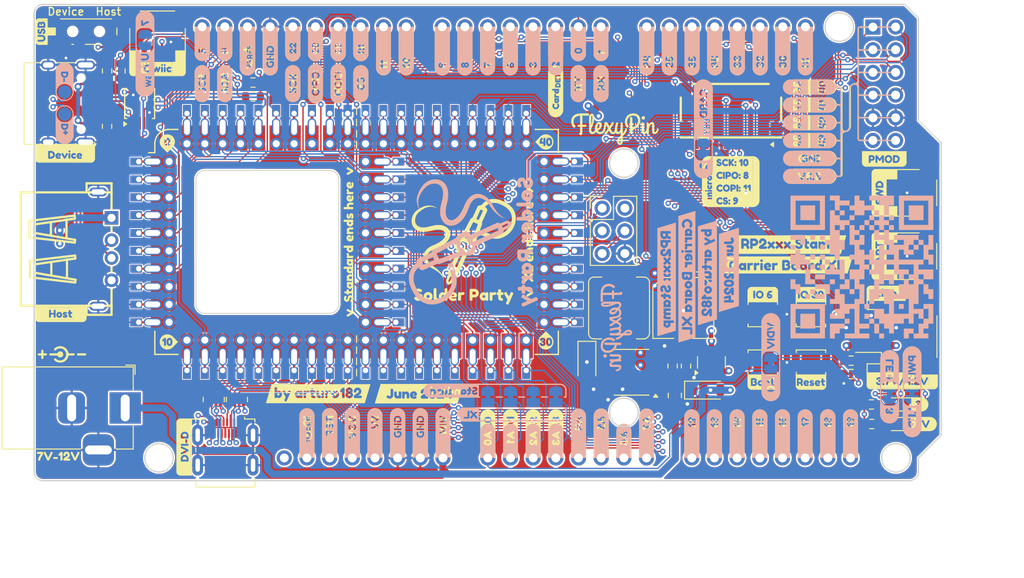
<source format=kicad_pcb>
(kicad_pcb (version 20240108) (generator "pcbnew") (generator_version "8.0")
  (layers (0 "F.Cu" signal) (1 "In1.Cu" power "GND.Cu") (2 "In2.Cu" power "PWR.Cu") (31 "B.Cu" signal) (34 "B.Paste" user) (35 "F.Paste" user) (36 "B.SilkS" user "B.Silkscreen") (37 "F.SilkS" user "F.Silkscreen") (38 "B.Mask" user) (39 "F.Mask" user) (44 "Edge.Cuts" user))
  (net 0 "")
  (net 1 "Net-(D4-K)")
  (net 2 "/GPIO33")
  (net 3 "/GPIO39")
  (net 4 "/GPIO10")
  (net 5 "/GPIO37")
  (net 6 "/GPIO0")
  (net 7 "/GPIO12")
  (net 8 "/A2_{A}")
  (net 9 "/GPIO24")
  (net 10 "/GPIO13")
  (net 11 "/GPIO36")
  (net 12 "/GPIO7")
  (net 13 "/GPIO19")
  (net 14 "/A3_{A}")
  (net 15 "/GPIO35")
  (net 16 "Net-(D1-A)")
  (net 17 "/GPIO1")
  (net 18 "/GPIO5")
  (net 19 "/GPIO31")
  (net 20 "/GPIO34")
  (net 21 "/GPIO18")
  (net 22 "/GPIO38")
  (net 23 "/GPIO25")
  (net 24 "/USB_D-")
  (net 25 "/A1_{B}")
  (net 26 "/GPIO15")
  (net 27 "/GPIO30")
  (net 28 "/GPIO3")
  (net 29 "/GPIO16")
  (net 30 "/A0_{A}")
  (net 31 "/GPIO14")
  (net 32 "/GPIO4")
  (net 33 "GND")
  (net 34 "/USB_D+")
  (net 35 "/GPIO17")
  (net 36 "/~{RESET}")
  (net 37 "/SWCLK")
  (net 38 "/SWDIO")
  (net 39 "+5V")
  (net 41 "/A6")
  (net 42 "/A7")
  (net 43 "/A4")
  (net 44 "/A1")
  (net 45 "/A3")
  (net 46 "/A5")
  (net 47 "/A0")
  (net 48 "/A2")
  (net 49 "VDC")
  (net 50 "+BATT")
  (net 51 "VBUS")
  (net 52 "/BOOTSEL")
  (net 53 "/USB/USB_C_D-")
  (net 54 "/USB/USB_C_D+")
  (net 55 "/USB/USB_A_D-")
  (net 56 "/USB/USB_A_D+")
  (net 57 "Net-(D3-K)")
  (net 58 "Net-(Q1-G)")
  (net 59 "/CS0")
  (net 60 "/COPI0")
  (net 61 "/CS1")
  (net 62 "/COPI1")
  (net 63 "/CIPO0")
  (net 64 "/CIPO1")
  (net 65 "/CARD_DET")
  (net 66 "Net-(J11-DET_B)")
  (net 67 "Net-(D1-K)")
  (net 68 "Net-(J6-CK-)")
  (net 69 "Net-(D4-A)")
  (net 70 "Net-(J6-CK+)")
  (net 71 "Net-(J6-D0-)")
  (net 72 "Net-(J6-D2-)")
  (net 73 "Net-(J6-D1+)")
  (net 74 "Net-(J6-D2+)")
  (net 75 "Net-(J6-D1-)")
  (net 76 "Net-(J6-D0+)")
  (net 80 "Net-(J17-CC1)")
  (net 82 "Net-(J17-CC2)")
  (net 84 "Net-(JP1-A)")
  (net 85 "Net-(JP4-A)")
  (net 86 "/BTN_USR1")
  (net 88 "+3.3V")
  (net 89 "/GPIO22")
  (net 90 "/A1_{A}")
  (net 91 "/A3_{B}")
  (net 92 "/A0_{B}")
  (net 93 "/A2_{B}")
  (net 94 "/BTN_USR2")
  (net 95 "Net-(SW3-B)")
  (net 99 "VIN")
  (footprint "kibuzzard-65DBB727" (layer "F.Cu") (at 111.55 105.15)
    (property "Reference" "kibuzzard-65DBB727" (hide yes))
    (property "Value" "G***" (hide yes))
  )
  (footprint "kibuzzard-668C7671" (layer "F.Cu") (at 145.18 74.93 90)
    (property "Reference" "kibuzzard-668C7671" (hide yes))
    (property "Value" "G***" (hide yes))
  )
  (footprint "kibuzzard-65DA143D" (layer "F.Cu") (at 177.2 75.72 90)
    (property "Reference" "kibuzzard-65DA143D" (hide yes))
    (property "Value" "G***" (hide yes))
  )
  (footprint "kibuzzard-65DA451B" (layer "F.Cu") (at 169.54 74.936548 90)
    (property "Reference" "kibuzzard-65DA451B" (hide yes))
    (property "Value" "G***" (hide yes))
  )
  (footprint "kibuzzard-65DA3D96" (layer "F.Cu") (at 127.4 79.37 90)
    (property "Reference" "kibuzzard-65DA3D96" (hide yes))
    (property "Value" "G***" (hide yes))
  )
  (footprint "kibuzzard-65DA4391" (layer "F.Cu") (at 167 77.75 90)
    (property "Reference" "kibuzzard-65DA4391" (hide yes))
    (property "Value" "G***" (hide yes))
  )
  (footprint "kibuzzard-660639F3" (layer "F.Cu") (at 195.705 87.75)
    (property "Reference" "kibuzzard-660639F3" (hide yes))
    (property "Value" "G***" (hide yes))
  )
  (footprint "Connector_JST:JST_PH_S2B-PH-SM4-TB_1x02-1MP_P2.00mm_Horizontal" (layer "F.Cu") (at 205.201399 107.711 90)
    (property "Reference" "J4" (hide yes))
    (property "Value" "Conn_Batt" (hide yes))
  )
  (footprint "Connector_PinSocket_2.54mm:PinSocket_1x08_P2.54mm_Vertical" (layer "F.Cu") (at 136.6 121.3 90)
    (property "Reference" "J9" (hide yes))
    (property "Value" "Conn_01x08" (hide yes))
  )
  (footprint "kibuzzard-668C88D6" (layer "F.Cu") (at 167.25 79 90)
    (property "Reference" "kibuzzard-668C88D6" (hide yes))
    (property "Value" "G***" (hide yes))
  )
  (footprint "Resistor_SMD:R_0603_1608Metric" (layer "F.Cu") (at 118.25 77.95 90)
    (property "Reference" "R11" (hide yes))
    (property "Value" "100K" (hide yes))
  )
  (footprint "kibuzzard-668C9122" (layer "F.Cu") (at 184.14 90.35 90)
    (property "Reference" "kibuzzard-668C9122" (hide yes))
    (property "Value" "G***" (hide yes))
  )
  (footprint "kibuzzard-65DA1408" (layer "F.Cu") (at 147.72 75.73 90)
    (property "Reference" "kibuzzard-65DA1408" (hide yes))
    (property "Value" "G***" (hide yes))
  )
  (footprint "kibuzzard-65DA150C" (layer "F.Cu") (at 144.22 118.490772 90)
    (property "Reference" "kibuzzard-65DA150C" (hide yes))
    (property "Value" "G***" (hide yes))
  )
  (footprint "Connector_JST:JST_SH_SM03B-SRSS-TB_1x03-1MP_P1.00mm_Horizontal" (layer "F.Cu") (at 207 98.7 90)
    (property "Reference" "J3" (hide yes))
    (property "Value" "Conn_Pi_UART" (hide yes))
  )
  (footprint "svg2mod" (layer "F.Cu") (at 111.2814 121.1011)
    (property "Reference" "svg2mod" (hide yes))
    (property "Value" "G***" (hide yes))
  )
  (footprint "kibuzzard-669714D3" (layer "F.Cu") (at 186.9 90.35)
    (property "Reference" "kibuzzard-669714D3" (hide yes))
    (property "Value" "G***" (hide yes))
  )
  (footprint "Inductor_SMD:L_Bourns_SRP7028A_7.3x6.6mm" (layer "F.Cu") (at 174.1 104.5 90)
    (property "Reference" "L1" (hide yes))
    (property "Value" "47uH" (hide yes))
  )
  (footprint "kibuzzard-65DA3DCF" (layer "F.Cu") (at 127.41 74.92 90)
    (property "Reference" "kibuzzard-65DA3DCF" (hide yes))
    (property "Value" "G***" (hide yes))
  )
  (footprint "Button_Switch_SMD:SW_SPST_B3U-1000P" (layer "F.Cu") (at 190.2 110.6 180)
    (property "Reference" "SW2" (hide yes))
    (property "Value" "BTN_BOOTSEL" (hide yes))
  )
  (footprint "kibuzzard-65DBD87F" (layer "F.Cu") (at 194.528103 81.756283 90)
    (property "Reference" "kibuzzard-65DBD87F" (hide yes))
    (property "Value" "G***" (hide yes))
  )
  (footprint "kibuzzard-65DA1514" (layer "F.Cu") (at 151.84 118.490475 90)
    (property "Reference" "kibuzzard-65DA1514" (hide yes))
    (property "Value" "G***" (hide yes))
  )
  (footprint "kibuzzard-65DBD8CA" (layer "F.Cu") (at 194.528103 85.736283 90)
    (property "Reference" "kibuzzard-65DBD8CA" (hide yes))
    (property "Value" "G***" (hide yes))
  )
  (footprint "kibuzzard-65DA4513" (layer "F.Cu") (at 169.54 79.37 90)
    (property "Reference" "kibuzzard-65DA4513" (hide yes))
    (property "Value" "G***" (hide yes))
  )
  (footprint "kibuzzard-65DBBE25" (layer "F.Cu") (at 192.9 99.680685)
    (property "Reference" "kibuzzard-65DBBE25" (hide yes))
    (property "Value" "G***" (hide yes))
  )
  (footprint "kibuzzard-65DA35ED" (layer "F.Cu") (at 174.64 119.38 90)
    (property "Reference" "kibuzzard-65DA35ED" (hide yes))
    (property "Value" "G***" (hide yes))
  )
  (footprint "kibuzzard-65DA146D" (layer "F.Cu") (at 187.33 118.57 90)
    (property "Reference" "kibuzzard-65DA146D" (hide yes))
    (property "Value" "G***" (hide yes))
  )
  (footprint "Connector_USB:USB_C_Receptacle_XKB_U262-16XN-4BVC11" (layer "F.Cu") (at 111.24 81.6 -90)
    (property "Reference" "J17" (hide yes))
    (property "Value" "USB_C_Receptacle_USB2.0" (hide yes))
  )
  (footprint "kibuzzard-6695BFEA" (layer "F.Cu") (at 165.9 85.9)
    (property "Reference" "kibuzzard-6695BFEA" (hide yes))
    (property "Value" "G***" (hide yes))
  )
  (footprint "Connector_PinSocket_2.54mm:PinSocket_1x08_P2.54mm_Vertical" (layer "F.Cu") (at 159.4 121.3 90)
    (property "Reference" "J12" (hide yes))
    (property "Value" "Conn_01x08" (hide yes))
  )
  (footprint "kibuzzard-65DBB07F" (layer "F.Cu") (at 203.275 91.6 90)
    (property "Reference" "kibuzzard-65DBB07F" (hide yes))
    (property "Value" "G***" (hide yes))
  )
  (footprint "Connector_JST:JST_SH_SM03B-SRSS-TB_1x03-1MP_P1.00mm_Horizontal" (layer "F.Cu") (at 207 91.6 90)
    (property "Reference" "J2" (hide yes))
    (property "Value" "Conn_Pi_SWD" (hide yes))
  )
  (footprint "kibuzzard-65DA3EE8" (layer "F.Cu") (at 139.389911 117.43 90)
    (property "Reference" "kibuzzard-65DA3EE8" (hide yes))
    (property "Value" "G***" (hide yes))
  )
  (footprint "kibuzzard-65DA1492" (layer "F.Cu") (at 159.4 118.57 90)
    (property "Reference" "kibuzzard-65DA1492" (hide yes))
    (property "Value" "G***" (hide yes))
  )
  (footprint "kibuzzard-65DA1511" (layer "F.Cu") (at 149.3 118.490475 90)
    (property "Reference" "kibuzzard-65DA1511" (hide yes))
    (property "Value" "G***" (hide yes))
  )
  (footprint "kibuzzard-65DBD837" (layer "F.Cu") (at 196.888103 85.741191 90)
    (property "Reference" "kibuzzard-65DBD837" (hide yes))
    (property "Value" "G***" (hide yes))
  )
  (footprint "LED_SMD:LED_0603_1608Metric" (layer "F.Cu") (at 205.4 117.5 180)
    (property "Reference" "D4" (hide yes))
    (property "Value" "LED_PWR" (hide yes))
  )
  (footprint "kibuzzard-65DB9FED" (layer "F.Cu") (at 207.825 115.3)
    (property "Reference" "kibuzzard-65DB9FED" (hide yes))
    (property "Value" "G***" (hide yes))
  )
  (footprint "Resistor_SMD:R_0603_1608Metric" (layer "F.Cu") (at 200.1 110.4)
    (property "Reference" "R4" (hide yes))
    (property "Value" "100K" (hide yes))
  )
  (footprint "kibuzzard-668C75C6" (layer "F.Cu") (at 140.1 74.93 90)
    (property "Reference" "kibuzzard-668C75C6" (hide yes))
    (property "Value" "G***" (hide yes))
  )
  (footprint "Diode_SMD:D_SOD-123" (layer "F.Cu") (at 183.8 113.7)
    (property "Reference" "D2" (hide yes))
    (property "Value" "1N5819W" (hide yes))
  )
  (footprint "Resistor_SMD:R_0603_1608Metric" (layer "F.Cu") (at 202.4 117.5)
    (property "Reference" "R8" (hide yes))
    (property "Value" "1K" (hide yes))
  )
  (footprint "kibuzzard-65DA4455" (layer "F.Cu") (at 137.56 79.37 90)
    (property "Reference" "kibuzzard-65DA4455" (hide yes))
    (property "Value" "G***" (hide yes))
  )
  (footprint "kibuzzard-65DA445F" (layer "F.Cu") (at 140.1 79.37 90)
    (property "Reference" "kibuzzard-65DA445F" (hide yes))
    (property "Value" "G***" (hide yes))
  )
  (footprint "kibuzzard-65DA1517" (layer "F.Cu") (at 154.38 118.485414 90)
    (property "Reference" "kibuzzard-65DA1517" (hide yes))
    (property "Value" "G***" (hide yes))
  )
  (footprint "kibuzzard-65DA43E4" (layer "F.Cu") (at 129.94 74.92 90)
    (property "Reference" "kibuzzard-65DA43E4" (hide yes))
    (property "Value" "G***" (hide yes))
  )
  (footprint "rp2xxx_stamp_carrier:RP2xx_Stamp_FlexyPin" (layer "F.Cu") (at 134.7 97.1)
    (property "Reference" "U3" (hide yes))
    (property "Value" "rp2xxx_Stamp_XL" (hide yes))
  )
  (footprint "kibuzzard-65DBC874" (layer "F.Cu") (at 163.95 97.1 90)
    (property "Reference" "kibuzzard-65DBC874" (hide yes))
    (property "Value" "G***" (hide yes))
  )
  (footprint "Resistor_SMD:R_0603_1608Metric" (layer "F.Cu") (at 180.1 111 90)
    (property "Reference" "R6" (hide yes))
    (property "Value" "100K" (hide yes))
  )
  (footprint "kibuzzard-65DA1453" (layer "F.Cu") (at 192.44 75.72 90)
    (property "Reference" "kibuzzard-65DA1453" (hide yes))
    (property "Value" "G***" (hide yes))
  )
  (footprint "kibuzzard-65DA4517" (layer "F.Cu") (at 172.08 79.37 90)
    (property "Reference" "kibuzzard-65DA4517" (hide yes))
    (property "Value" "G***" (hide yes))
  )
  (footprint "kibuzzard-65DA3ED0" (layer "F.Cu") (at 132.48 77.56 90)
    (property "Reference" "kibuzzard-65DA3ED0" (hide yes))
    (property "Value" "G***" (hide yes))
  )
  (footprint "Resistor_SMD:R_0603_1608Metric" (layer "F.Cu") (at 202.368746 115.305966)
    (property "Reference" "R1" (hide yes))
    (property "Value" "1K" (hide yes))
  )
  (footprint "Resistor_SMD:R_0603_1608Metric" (layer "F.Cu") (at 133.1 79.25 180)
    (property "Reference" "R3" (hide yes))
    (property "Value" "4.7K" (hide yes))
  )
  (footprint "LED_SMD:LED_0603_1608Metric" (layer "F.Cu") (at 205.4 115.3 180)
    (property "Reference" "D1" (hide yes))
    (property "Value" "LED_USR" (hide yes))
  )
  (footprint "Package_TO_SOT_SMD:SOT-23" (layer "F.Cu") (at 184.45 110.6 90)
    (property "Reference" "Q1" (hide yes))
    (property "Value" "DMG3415U-7" (hide yes))
  )
  (footprint "kibuzzard-660639E8" (layer "F.Cu") (at 195.71 89.75)
    (property "Reference" "kibuzzard-660639E8" (hide yes))
    (property "Value" "G***" (hide yes))
  )
  (footprint "kibuzzard-65DA4463" (layer "F.Cu") (at 142.64 79.37 90)
    (property "Reference" "kibuzzard-65DA4463" (hide yes))
    (property "Value" "G***" (hide yes))
  )
  (footprint "kibuzzard-65DA1483" (layer "F.Cu") (at 169.56 118.57 90)
    (property "Reference" "kibuzzard-65DA1483" (hide yes))
    (property "Value" "G***" (hide yes))
  )
  (footprint "kibuzzard-65DBAFC4" (layer "F.Cu") (at 203.275 98.7 90)
    (property "Reference" "kibuzzard-65DBAFC4" (hide yes))
    (property "Value" "G***" (hide yes))
  )
  (footprint "kibuzzard-65DBAE46" (layer "F.Cu") (at 190.2 103)
    (property "Reference" "kibuzzard-65DBAE46" (hide yes))
    (property "Value" "G***" (hide yes))
  )
  (footprint "kibuzzard-65DA1460" (layer "F.Cu") (at 197.49 118.57 90)
    (property "Reference" "kibuzzard-65DA1460" (hide yes))
    (property "Value" "G***" (hide yes))
  )
  (footprint "kibuzzard-65DA1508" (layer "F.Cu") (at 141.68 118.490177 90)
    (property "Reference" "kibuzzard-65DA1508" (hide yes))
    (property "Value" "G***" (hide yes))
  )
  (footprint "kibuzzard-65DA1450" (layer "F.Cu") (at 189.9 75.72 90)
    (property "Reference" "kibuzzard-65DA1450" (hide yes))
    (property "Value" "G***" (hide yes))
  )
  (footprint "Resistor_SMD:R_0603_1608Metric" (layer "F.Cu") (at 133.1 80.8 180)
    (property "Reference" "R2" (hide yes))
    (property "Value" "4.7K" (hide yes))
  )
  (footprint "Button_Switch_SMD:SW_SPDT_PCM12" (layer "F.Cu") (at 114.400001 73.85 180)
    (property "Reference" "SW3" (hide yes))
    (property "Value" "SW_USB" (hide yes))
  )
  (footprint "kibuzzard-65DA1466" (layer "F.Cu") (at 192.41 118.57 90)
    (property "Reference" "kibuzzard-65DA1466" (hide yes))
    (property "Value" "G***" (hide yes))
  )
  (footprint "kibuzzard-65DBB1B5" (layer "F.Cu") (at 204 102.8)
    (property "Reference" "kibuzzard-65DBB1B5" (hide yes))
    (property "Value" "G***" (hide yes))
  )
  (footprint "Connector_PinHeader_2.54mm:PinHeader_2x03_P2.54mm_Vertical" (layer "F.Cu") (at 172.21 93.32)
    (property "Reference" "J13" (hide yes))
    (property "Value" "Conn_SPI" (hide yes))
  )
  (footprint "kibuzzard-65DA13F9" (layer "F.Cu") (at 135.02 75.73 90)
    (property "Reference" "kibuzzard-65DA13F9" (hide yes))
    (property "Value" "G***" (hide yes))
  )
  (footprint "Connector_PinSocket_2.54mm:PinSocket_1x08_P2.54mm_Vertical" (layer "F.Cu") (at 182.25 121.3 90)
    (property "Reference" "J15" (hide yes))
    (property "Value" "Conn_01x08" (hide yes))
  )
  (footprint "kibuzzard-65DBD875" (layer "F.Cu") (at 194.54 79.745092 90)
    (property "Reference" "kibuzzard-65DBD875" (hide yes))
    (property "Value" "G***" (hide yes))
  )
  (footprint "Connector_PinSocket_2.54mm:PinSocket_1x10_P2.54mm_Vertical" (layer "F.Cu") (at 127.4 73 90)
    (property "Reference" "J10" (hide yes))
    (property "Value" "Conn_01x10" (hide yes))
  )
  (footprint "Capacitor_SMD:CP_Elec_6.3x4.9" (layer "F.Cu") (at 181.3 104.5 -90)
    (property "Reference" "C2" (hide yes))
    (property "Value" "100uF 25V" (hide yes))
  )
  (footprint "Connector_BarrelJack:BarrelJack_Horizontal" (layer "F.Cu") (at 118.7814 115.7011)
    (property "Reference" "J5" (hide yes))
    (property "Value" "Barrel_Jack" (hide yes))
  )
  (footprint "kibuzzard-668C75DA" (layer "F.Cu") (at 142.64 74.94 90)
    (property "Reference" "kibuzzard-668C75DA" (hide yes))
    (property "Value" "G***" (hide yes))
  )
  (footprint "Package_SO:MSOP-10_3x3mm_P0.5mm" (layer "F.Cu") (at 120.4 81.6 90)
    (property "Reference" "U2" (hide yes))
    (property "Value" "MSUSB30" (hide yes))
  )
  (footprint "kibuzzard-65DA3EE8" (layer "F.Cu") (at 132.73 75.79 90)
    (property "Reference" "kibuzzard-65DA3EE8" (hide yes))
    (property "Value" "G***" (hide yes))
  )
  (footprint "kibuzzard-65DBBE65" (layer "F.Cu") (at 140.4 114.1)
    (property "Reference" "kibuzzard-65DBBE65" (hide yes))
    (property "Value" "G***" (hide yes))
  )
  (footprint "Package_SO:SOP-8_3.9x4.9mm_P1.27mm" (layer "F.Cu") (at 175.5 111.7 180)
    (property "Reference" "U1" (hide yes))
    (property "Value" "XL1509-5.0" (hide yes))
  )
  (footprint "Button_Switch_SMD:SW_SPST_B3U-1000P" (layer "F.Cu") (at 195.6 110.6)
    (property "Reference" "SW1" (hide yes))
    (property "Value" "BTN_RESET" (hide yes))
  )
  (footprint "kibuzzard-65DA1469" (layer "F.Cu") (at 189.87 118.57 90)
    (property "Reference" "kibuzzard-65DA1469" (hide yes))
    (property "Value" "G***" (hide yes))
  )
  (footprint "Diode_SMD:D_SOD-123F" (layer "F.Cu") (at 170.5 110.445 -90)
    (property "Reference" "D3" (hide yes))
    (property "Value" "DSS34" (hide yes))
  )
  (footprint "kibuzzard-65DBD479" (layer "F.Cu") (at 156.7 103.2)
    (property "Reference" "kibuzzard-65DBD479" (hide yes))
    (property "Value" "G***" (hide yes))
  )
  (footprint "Connector_PinSocket_2.54mm:PinSocket_1x08_P2.54mm_Vertical" (layer "F.Cu") (at 154.3 73 90)
    (property "Reference" "J14" (hide yes))
    (property "Value" "Conn_01x08" (hide yes))
  )
  (footprint "kibuzzard-65DBAE3B" (layer "F.Cu") (at 195.6 112.8)
    (property "Reference" "kibuzzard-65DBAE3B" (hide yes))
    (property "Value" "G***" (hide yes))
  )
  (footprint "kibuzzard-65DA4391" (layer "F.Cu") (at 167 82.7 -90)
    (property "Reference" "kibuzzard-65DA4391" (hide yes))
    (property "Value" "G***" (hide yes))
  )
  (footprint "kibuzzard-65DBD847" (layer "F.Cu") (at 196.896755 81.756283 90)
    (property "Reference" "kibuzzard-65DBD847" (hide yes))
    (property "Value" "G***" (hide yes))
  )
  (footprint "kibuzzard-65DBC86E" (layer "F.Cu") (at 143.8 97.1 90)
    (property "Reference" "kibuzzard-65DBC86E" (hide yes))
    (property "Value" "G***" (hide yes))
  )
  (footprint "kibuzzard-65DA144D" (layer "F.Cu") (at 187.36 75.72 90)
    (property "Reference" "kibuzzard-65DA144D" (hide yes))
    (property "Value" "G***" (hide yes))
  )
  (footprint "Resistor_SMD:R_0603_1608Metric" (layer "F.Cu") (at 116.75 77.95 90)
    (property "Reference" "R9" (hide yes))
    (property "Value" "5.1K" (hide yes))
  )
  (footprint "kibuzzard-65DBAE3E" (layer "F.Cu") (at 190.2 112.8)
    (property "Reference" "kibuzzard-65DBAE3E" (hide yes))
    (property "Value" "G***" (hide yes))
  )
  (footprint "Resistor_SMD:R_Array_Convex_4x0402" (layer "F.Cu") (at 131.3 114.75 90)
    (property "Reference" "RN1" (hide yes))
    (property "Value" "270R" (hide yes))
  )
  (footprint "kibuzzard-668C75B1" (layer "F.Cu") (at 137.56 74.93 90)
    (property "Reference" "kibuzzard-668C75B1" (hide yes))
    (property "Value" "G***" (hide yes))
  )
  (footprint "kibuzzard-65DBDC20" (layer "F.Cu") (at 172.1 118.529422 90)
    (property "Reference" "kibuzzard-65DBDC20" (hide yes))
    (property "Value" "G***" (hide yes))
  )
  (footprint "kibuzzard-65DA4391" (layer "F.Cu") (at 139.14 116.17 90)
    (property "Reference" "kibuzzard-65DA4391" (hide yes))
    (property "Value" "G***" (hide yes))
  )
  (footprint "kibuzzard-65DBB7FE" (layer "F.Cu") (at 125.44 120.03 90)
    (property "Reference" "kibuzzard-65DBB7FE" (hide yes))
    (property "Value" "G***" (hide yes))
  )
  (footprint "kibuzzard-65DBB3A0" (layer "F.Cu") (at 122.4 77.65)
    (property "Reference" "kibuzzard-65DBB3A0" (hide yes))
    (property "Value" "G***" (hide yes))
  )
  (footprint "kibuzzard-6695AD18" (layer "F.Cu") (at 123.5 85.9)
    (property "Reference" "kibuzzard-6695AD18" (hide yes))
    (property "Value" "G***" (hide yes))
  )
  (footprint "Symbols_Extra:SolderParty-New-Logo_12.5x10.6mm_SilkScreen" (layer "F.Cu") (at 157.1 96.696788)
    (property "Reference" "G***" (hide yes))
    (property "Value" "LOGO" (hide yes))
  )
  (footprint "kibuzzard-65DB6F6F" (layer "F.Cu") (at 208.3 117.5)
    (property "Reference" "kibuzzard-65DB6F6F" (hide yes))
    (property "Value" "G***" (hide yes))
  )
  (footprint "kibuzzard-65DBB0B8" (layer "F.Cu") (at 203.81 87.82)
    (property "Reference" "kibuzzard-65DBB0B8" (hide yes))
    (property "Value" "G***" (hide yes))
  )
  (footprint "kibuzzard-65DA4468" (layer "F.Cu") (at 145.18 79.37 90)
    (property "Reference" "kibuzzard-65DA4468" (hide yes))
    (property "Value" "G***" (hide yes))
  )
  (footprint "kibuzzard-6695CF81" (layer "F.Cu") (at 151.7 114.1)
    (property "Reference" "kibuzzard-6695CF81" (hide yes))
    (property "Value" "G***" (hide yes))
  )
  (footprint "kibuzzard-65DA4352" (layer "F.Cu") (at 139.14 119.79 90)
    (property "Reference" "kibuzzard-65DA4352" (hide yes))
    (property "Value" "G***" (hide yes))
  )
  (footprint "Resistor_SMD:R_0603_1608Metric" (layer "F.Cu") (at 200.1 111.9 180)
    (property "Reference" "R5" (hide yes))
    (property "Value" "100K" (hide yes))
  )
  (footprint "kibuzzard-65DA140C" (layer "F.Cu") (at 150.26 75.73 90)
    (property "Reference" "kibuzzard-65DA140C" (hide yes))
    (property "Value" "G***" (hide yes))
  )
  (footprint "kibuzzard-65DA148C" (layer "F.Cu") (at 164.48 118.57 90)
    (property "Reference" "kibuzzard-65DA148C" (hide yes))
    (property "Value" "G***" (hide yes))
  )
  (footprint "kibuzzard-65DBD8C5" (layer "F.Cu") (at 194.528103 83.746283 90)
    (property "Reference" "kibuzzard-65DBD8C5" (hide yes))
    (property "Value" "G***" (hide yes))
  )
  (footprint "kibuzzard-65DA1457" (layer "F.Cu") (at 194.98 75.72 90)
    (property "Reference" "kibuzzard-65DA1457" (hide yes))
    (property "Value" "G***" (hide yes))
  )
  (footprint "kibuzzard-65DA1448" (layer "F.Cu") (at 184.82 75.72 90)
    (property "Reference" "kibuzzard-65DA1448" (hide yes))
    (property "Value" "G***" (hide yes))
  )
  (footprint "kibuzzard-65DBBE17" (layer "F.Cu") (at 193.2 97.4)
    (property "Reference" "kibuzzard-65DBBE17" (hide yes))
    (property "Value" "G***" (hide yes))
  )
  (footprint "kibuzzard-65DA145C" (layer "F.Cu") (at 200.03 118.57 90)
    (property "Reference" "kibuzzard-65DA145C" (hide yes))
    (property "Value" "G***" (hide yes))
  )
  (footprint "kibuzzard-65DBAE42" (layer "F.Cu") (at 195.6 103)
    (property "Reference" "kibuzzard-65DBAE42" (hide yes))
    (property "Value" "G***" (hide yes))
  )
  (footprint "Connector_JST:JST_SH_SM04B-SRSS-TB_1x04-1MP_P1.00mm_Horizontal" (layer "F.Cu") (at 122.4 73.922501 180)
    (property "Reference" "J1" (hide yes))
    (property "Value" "Conn_Qwiic" (hide yes))
  )
  (footprint "kibuzzard-65DBD83D" (layer "F.Cu") (at 196.899157 83.742474 90)
    (property "Reference" "kibuzzard-65DBD83D" (hide yes))
    (property "Value" "G***" (hide yes))
  )
  (footprint "LOGO" (layer "F.Cu") (at 173.65 84.46)
    (property "Reference" "G***" (hide yes))
    (property "Value" "LOGO" (hide yes))
  )
  (footprint "kibuzzard-65DBB28B" (layer "F.Cu") (at 205.8 112.7)
    (property "Reference" "kibuzzard-65DBB28B" (hide yes))
    (property "Value" "G***" (hide yes))
  )
  (footprint "kibuzzard-65DB8CB7" (layer "F.Cu") (at 161.94 118.57 90)
    (property "Reference" "kibuzzard-65DB8CB7" (hide yes))
    (property "Value" "G***" (hide yes))
  )
  (footprint "kibuzzard-65DA1442" (layer "F.Cu") (at 182.28 75.72 90)
    (property "Reference" "kibuzzard-65DA1442" (hide yes))
    (property "Value" "G***" (hide yes))
  )
  (footprint "kibuzzard-65DBD7D2" (layer "F.Cu") (at 196.9 79.75 90)
    (property "Reference" "kibuzzard-65DBD7D2" (hide yes))
    (property "Value" "G***" (hide yes))
  )
  (footprint "kibuzzard-65DA1463" (layer "F.Cu") (at 194.95 118.57 90)
    (property "Reference" "kibuzzard-65DA1463" (hide yes))
    (property "Value" "G***" (hide yes))
  )
  (footprint "kibuzzard-65DA451F" (layer "F.Cu") (at 172.08 74.93 90)
    (property "Reference" "kibuzzard-65DA451F" (hide yes))
    (property "Value" "G***" (hide yes))
  )
  (footprint "kibuzzard-65DA1486" (layer "F.Cu") (at 167.02 118.57 90)
    (property "Reference" "kibuzzard-65DA1486" (hide yes))
    (property "Value" "G***" (hide yes))
  )
  (footprint "kibuzzard-65DA141A" (layer "F.Cu") (at 161.92 75.73 90)
    (property "Reference" "kibuzzard-65DA141A" (hide yes))
    (property "Value" "G***" (hide yes))
  )
  (footprint "Button_Switch_SMD:SW_SPST_B3U-1000P" (layer "F.Cu") (at 195.6 105.2)
    (property "Reference" "SW5" (hide yes))
    (property "Value" "BTN_USR2" (hide yes))
  )
  (footprint "Resistor_SMD:R_0603_1608Metric" (layer "F.Cu") (at 181.6 111 -90)
    (property "Reference" "R7" (hide yes))
    (property "Value" "100K" (hide yes))
  )
  (footprint "kibuzzard-668C8744" (layer "F.Cu") (at 167 74.93 90)
    (property "Reference" "kibuzzard-668C8744" (hide yes))
    (property "Value" "G***" (hide yes))
  )
  (footprint "kibuzzard-65DBB461" (layer "F.Cu") (at 109.4 73.55 90)
    (property "Reference" "kibuzzard-65DBB461" (hide yes))
    (property "Value" "G***" (hide yes))
  )
  (footprint "Connector_USB_Extra:USB_A_Receptacle_908-261A1011D10100" (layer "F.Cu") (at 116.5 97.9 -90)
    (property "Reference" "J18" (hide yes))
    (property "Value" "USB_A" (hide yes))
  )
  (footprint "Connector_PinSocket_2.54mm:PinSocket_1x08_P2.54mm_Vertical" (layer "F.Cu") (at 177.2 73 90)
    (property "Reference" "J16" (hide yes))
    (property "Value" "Conn_01x08" (hide yes))
  )
  (footprint "kibuzzard-65DA141E" (layer "F.Cu") (at 164.46 75.73 90)
    (property "Reference" "kibuzzard-65DA141E" (hide yes))
    (property "Value" "G***" (hide yes))
  )
  (footprint "Connector_Card_Extra:XUNPU_TF-123-ARP9Hxx" (layer "F.Cu") (at 186.64 83.093)
    (property "Reference" "J11" (hide yes))
    (property "Value" "microSD" (hide yes))
  )
  (footprint "kibuzzard-65DA1410" (layer "F.Cu") (at 154.3 75.73 90)
    (property "Reference" "kibuzzard-65DA1410" (hide yes))
    (property "Value" "G***" (hide yes))
  )
  (footprint "kibuzzard-65DA1417" (layer "F.Cu") (at 159.38 75.73 90)
    (property "Reference" "kibuzzard-65DA1417" (hide yes))
    (property "Value" "G***" (hide yes))
  )
  (footprint "Button_Switch_SMD:SW_SPST_B3U-1000P" (layer "F.Cu") (at 190.2 105.2 180)
    (property "Reference" "SW4" (hide yes))
    (property "Value" "BTN_USR1" (hide yes))
  )
  (footprint "Resistor_SMD:R_0603_1608Metric" (layer "F.Cu") (at 116.75 84.15 -90)
    (property "Reference" "R10" (hide yes))
    (property "Value" "5.1K" (hide yes))
  )
  (footprint "kibuzzard-65DA1440" (layer "F.Cu") (at 179.74 75.72 90)
    (property "Reference" "kibuzzard-65DA1440" (hide yes))
    (property "Value" "G***" (hide yes))
  )
  (footprint "kibuzzard-65DA1413" (layer "F.Cu") (at 156.84 75.73 90)
    (property "Reference" "kibuzzard-65DA1413" (hide yes))
    (property "Value" "G***" (hide yes))
  )
  (footprint "Resistor_SMD:R_Array_Convex_4x0402" (layer "F.Cu") (at 128.7 114.75 90)
    (property "Reference" "RN2" (hide yes))
    (property "Value" "270R" (hide yes))
  )
  (footprint "kibuzzard-65DBDC23" (layer "F.Cu") (at 177.18 118.531208 90)
    (property "Reference" "kibuzzard-65DBDC23" (hide yes))
    (property "Value" "G***" (hide yes))
  )
  (footprint "kibuzzard-65DA1470" (layer "F.Cu") (at 184.79 118.57 90)
    (property "Reference" "kibuzzard-65DA1470" (hide yes))
    (property "Value" "G***" (hide yes))
  )
  (footprint "kibuzzard-65DA150E" (layer "F.Cu") (at 146.76 118.489582 90)
    (property "Reference" "kibuzzard-65DA150E" (hide yes))
    (property "Value" "G***" (hide yes))
  )
  (footprint "kibuzzard-6695ACF2" (layer "F.Cu") (at 123.5 108.3)
    (property "Reference" "kibuzzard-6695ACF2" (hide yes))
    (property "Value" "G***" (hide yes))
  )
  (footprint "Connector_HDMI:HDMI_Micro-D_Molex_46765-1x01" (layer "F.Cu") (at 130 122.099999)
    (property "Reference" "J6" (hide yes))
    (property "Value" "DVI-D_Micro" (hide yes))
  )
  (footprint "kibuzzard-668C89D9" (layer "F.Cu") (at 159.38 74.9 90)
    (property "Reference" "kibuzzard-668C89D9" (hide yes))
    (property "Value" "G***" (hide yes))
  )
  (footprint "kibuzzard-6695BF60" (layer "F.Cu") (at 165.9 108.3)
    (property "Reference" "kibuzzard-6695BF60" (hide yes))
    (property "Value" "G***" (hide yes))
  )
  (footprint "kibuzzard-65DA1473" (layer "F.Cu") (at 182.25 118.57 90)
    (property "Reference" "kibuzzard-65DA1473" (hide yes))
    (property "Value" "G***" (hide yes))
  )
  (footprint "kibuzzard-65DBB5CC" (layer "F.Cu") (at 112.05 87.325)
    (property "Reference" "kibuzzard-65DBB5CC" (hide yes))
    (property "Value" "G***" (hide yes))
  )
  (footprint "kibuzzard-65DA3D92" (layer "F.Cu") (at 129.94 79.37 90)
    (property "Reference" "kibuzzard-65DA3D92" (hide yes))
    (property "Value" "G***" (hide yes))
  )
  (footprint "Capacitor_SMD:C_0805_2012Metric" (layer "F.Cu") (at 180.35 114.3 90)
    (property "Reference" "C1" (hide yes))
    (property "Value" "22uF 25V" (hide yes))
  )
  (footprint "kibuzzard-668C88F2" (layer "F.Cu") (at 167 81.1 90)
    (property "Reference" "kibuzzard-668C88F2" (hide yes))
    (property "Value" "G***" (hide yes))
  )
  (footprint "kibuzzard-66063958" (layer "B.Cu") (at 195.425 87.75 180)
    (property "Reference" "kibuzzard-66063958" (hide yes))
    (property "Value" "G***" (hide yes))
  )
  (footprint "kibuzzard-65DBAB4B" (layer "B.Cu") (at 121.4 79.075 -90)
    (property "Reference" "kibuzzard-65DBAB4B" (hide yes))
    (property "Value" "G***" (hide yes))
  )
  (footprint "kibuzzard-65DB92A7" (layer "B.Cu") (at 161.92 75.73 -90)
    (property "Reference" "kibuzzard-65DB92A7" (hide yes))
    (property "Value" "G***" (hide yes))
  )
  (footprint "kibuzzard-65DA3D92" (layer "B.Cu") (at 129.94 79.37 -90)
    (property "Reference" "kibuzzard-65DA3D92" (hide yes))
    (property "Value" "G***" (hide yes))
  )
  (footprint "kibuzzard-65DBAB3B" (layer "B.Cu") (at 121 77.1 -90)
    (property "Reference" "kibuzzard-65DBAB3B" (hide yes))
    (property "Value" "G***" (hide yes))
  )
  (footprint "kibuzzard-65DB92CE" (layer "B.Cu") (at 150.26 75.73 -90)
    (property "Reference" "kibuzzard-65DB92CE" (hide yes))
    (property "Value" "G***" (hide yes))
  )
  (footprint "kibuzzard-65DB9ADE" (layer "B.Cu") (at 183.93 84.24 -90)
    (property "Reference" "kibuzzard-65DB9ADE" (hide yes))
    (property "Value" "G***" (hide yes))
  )
  (footprint "kibuzzard-65DB8C65" (layer "B.Cu") (at 197.49 118.57 -90)
    (property "Reference" "kibuzzard-65DB8C65" (hide yes))
    (property "Value" "G***" (hide yes))
  )
  (footprint "kibuzzard-65DB8C6C" (layer "B.Cu") (at 200.03 118.57 -90)
    (property "Reference" "kibuzzard-65DB8C6C" (hide yes))
    (property "Value" "G***" (hide yes))
  )
  (footprint "kibuzzard-65DA4391" (layer "B.Cu") (at 139.148151 116.177209 90)
    (property "Reference" "kibuzzard-65DA4391" (hide yes))
    (property "Value" "G***" (hide yes))
  )
  (footprint "kibuzzard-65DBD83D" (layer "B.Cu") (at 196.8 83.75 -90)
    (property "Reference" "kibuzzard-65DBD83D" (hide yes))
    (property "Value" "G***" (hide yes))
  )
  (footprint "kibuzzard-65DB92AF" (layer "B.Cu") (at 159.38 75.73 -90)
    (property "Reference" "kibuzzard-65DB92AF" (hide yes))
    (property "Value" "G***" (hide yes))
  )
  (footprint "Jumper:SolderJumper-2_P1.3mm_Bridged_RoundedPad1.0x1.5mm" (layer "B.Cu") (at 204.4 114.1 -90)
    (property "Reference" "JP2" (hide yes))
    (property "Value" "JP_LED_USR" (hide yes))
  )
  (footprint "kibuzzard-65DB9AC9" (layer "B.Cu") (at 183.55 81.07 -90)
    (property "Reference" "kibuzzard-65DB9AC9" (hide yes))
    (property "Value" "G***" (hide yes))
  )
  (footprint "kibuzzard-65DB97F6" (layer "B.Cu") (at 132.48 77.93 -90)
    (property "Reference" "kibuzzard-65DB97F6" (hide yes))
    (property "Value" "G***" (hide yes))
  )
  (footprint "Jumper:SolderJumper-2_P1.3mm_Bridged_RoundedPad1.0x1.5mm" (layer "B.Cu") (at 191.1 110.7 -90)
    (property "Reference" "JP1" (hide yes))
    (property "Value" "JP_VDIV" (hide yes))
  )
  (footprint "kibuzzard-65DB90A8" (layer "B.Cu") (at 184.82 75.72 -90)
    (property "Reference" "kibuzzard-65DB90A8" (hide yes))
    (property "Value" "G***" (hide yes))
  )
  (footprint "kibuzzard-65DBA5ED" (layer "B.Cu") (at 121 72.175 -90)
    (property "Reference" "kibuzzard-65DBA5ED" (hide yes))
    (property "Value" "G***" (hide yes))
  )
  (footprint "kibuzzard-65DA4455" (layer "B.Cu") (at 137.56 79.37 -90)
    (property "Reference" "kibuzzard-65DA4455" (hide yes))
    (property "Value" "G***" (hide yes))
  )
  (footprint "kibuzzard-65DBD3AD" (layer "B.Cu") (at 163.8 97.1 -90)
    (property "Reference" "kibuzzard-65DBD3AD" (hide yes))
    (property "Value" "G***" (hide yes))
  )
  (footprint "kibuzzard-65DB9FCE" (layer "B.Cu") (at 204.4 116.45 -90)
    (property "Reference" "kibuzzard-65DB9FCE" (hide yes))
    (property "Value" "G***" (hide yes))
  )
  (footprint "kibuzzard-65DB90AF" (layer "B.Cu") (at 182.28 75.72 -90)
    (property "Reference" "kibuzzard-65DB90AF" (hide yes))
    (property "Value" "G***" (hide yes))
  )
  (footprint "kibuzzard-65DBDBE3" (layer "B.Cu") (at 172.1 118.529422 -90)
    (property "Reference" "kibuzzard-65DBDBE3" (hide yes))
    (property "Value" "G***" (hide yes))
  )
  (footprint "kibuzzard-65DB8C4A" (layer "B.Cu") (at 189.87 118.57 -90)
    (property "Reference" "kibuzzard-65DB8C4A" (hide yes))
    (property "Value" "G***" (hide yes))
  )
  (footprint "kibuzzard-65DA4513" (layer "B.Cu") (at 169.54 79.37 -90)
    (property "Reference" "kibuzzard-65DA4513" (hide yes))
    (property "Value" "G***" (hide yes))
  )
  (footprint "kibuzzard-65DBC04C" (layer "B.Cu") (at 159.4 119.376428 -90)
    (property "Reference" "kibuzzard-65DBC04C" (hide yes))
    (property "Value" "G***" (hide yes))
  )
  (footprint "kibuzzard-668C76A7" (layer "B.Cu") (at 145.18 74.953782 -90)
    (property "Reference" "kibuzzard-668C76A7" (hide yes))
    (property "Value" "G***" (hide yes))
  )
  (footprint "kibuzzard-65DBC049" (layer "B.Cu") (at 161.94 119.380595 -90)
    (property "Reference" "kibuzzard-65DBC049" (hide yes))
    (property "Value" "G***" (hide yes))
  )
  (footprint "Symbols_Extra:SolderParty-New-Logo_15x12.7mm_SilkScreen" (layer "B.Cu") (at 155.85 97.580522 -90)
    (property "Reference" "G***" (hide yes))
    (property "Value" "LOGO" (hide yes))
  )
  (footprint "LOGO" (layer "B.Cu") (at 173.8 106.7 -90)
    (property "Reference" "G***" (hide yes))
    (property "Value" "LOGO" (hide yes))
  )
  (footprint "kibuzzard-65DB8856" (layer "B.Cu") (at 151.84 118.490475 -90)
    (property "Reference" "kibuzzard-65DB8856" (hide yes))
    (property "Value" "G***" (hide yes))
  )
  (footprint "kibuzzard-65DA445F" (layer "B.Cu") (at 140.1 79.37 -90)
    (property "Reference" "kibuzzard-65DA445F" (hide yes))
    (property "Value" "G***" (hide yes))
  )
  (footprint "Connector_PinSocket_2.54mm:PinSocket_2x06_P2.54mm_Vertical" (layer "B.Cu") (at 202.54 73.03 180)
    (property "Reference" "J8" (hide yes))
    (property "Value" "Conn_PMOD" (hide yes))
  )
  (footprint "Jumper:SolderJumper-3_P1.3mm_Bridged12_RoundedPad1.0x1.5mm" (layer "B.Cu") (at 161.9375 115.1 -90)
    (property "Reference" "JP11" (hide yes))
    (property "Value" "SJ_A1" (hide yes))
  )
  (footprint "kibuzzard-65DB88A1" (layer "B.Cu") (at 174.64 119.38 -90)
    (property "Reference" "kibuzzard-65DB88A1" (hide yes))
    (property "Value" "G***" (hide yes))
  )
  (footprint "LOGO" (layer "B.Cu") (at 201.299999 99.9 -90)
    (property "Reference" "G***" (hide yes))
    (property "Value" "LOGO" (hide yes))
  )
  (footprint "kibuzzard-65DB92F8" (layer "B.Cu") (at 147.72 75.73 -90)
    (property "Reference" "kibuzzard-65DB92F8" (hide yes))
    (property "Value" "G***" (hide yes))
  )
  (footprint "kibuzzard-65DB8C43" (layer "B.Cu") (at 187.33 118.57 -90)
    (property "Reference" "kibuzzard-65DB8C43" (hide yes))
    (property "Value" "G***" (hide yes))
  )
  (footprint "kibuzzard-65DB90CA" (layer "B.Cu") (at 177.2 75.72 -90)
    (property "Reference" "kibuzzard-65DB90CA" (hide yes))
    (property "Value" "G***" (hide yes))
  )
  (footprint "kibuzzard-65DA3D96" (layer "B.Cu") (at 127.4 79.37 -90)
    (property "Reference" "kibuzzard-65DA3D96" (hide yes))
    (property "Value" "G***" (hide yes))
  )
  (footprint "kibuzzard-65DBDBD8" (layer "B.Cu") (at 169.56 118.530017 -90)
    (property "Reference" "kibuzzard-65DBDBD8" (hide yes))
    (property "Value" "G***" (hide yes))
  )
  (footprint "kibuzzard-65DBD8CA" (layer "B.Cu") (at 194.038652 85.744908 -90)
    (property "Reference" "kibuzzard-65DBD8CA" (hide yes))
    (property "Value" "G***" (hide yes))
  )
  (footprint "kibuzzard-65DA4463" (layer "B.Cu") (at 142.64 79.37 -90)
    (property "Reference" "kibuzzard-65DA4463" (hide yes))
    (property "Value" "G***" (hide yes))
  )
  (footprint "kibuzzard-65DB8C35" (layer "B.Cu") (at 182.25 118.57 -90)
    (property "Reference" "kibuzzard-65DB8C35" (hide yes))
    (property "Value" "G***" (hide yes))
  )
  (footprint "kibuzzard-65DBA047" (layer "B.Cu") (at 204.4 110.975 -90)
    (property "Reference" "kibuzzard-65DBA047" (hide yes))
    (property "Value" "G***" (hide yes))
  )
  (footprint "kibuzzard-65DB876F" (layer "B.Cu") (at 144.22 118.490772 -90)
    (property "Reference" "kibuzzard-65DB876F" (hide yes))
    (property "Value" "G***" (hide yes))
  )
  (footprint "TestPoint:TestPoint_Pad_D1.5mm" (layer "B.Cu") (at 112 80.3 90)
    (property "Reference" "TP2" (hide yes))
    (property "Value" "TP_USB_D-" (hide yes))
  )
  (footprint "kibuzzard-65DBD7D2" (layer "B.Cu") (at 196.788103 79.748809 -90)
    (property "Reference" "kibuzzard-65DBD7D2" (hide yes))
    (property "Value" "G***" (hide yes))
  )
  (footprint "kibuzzard-65DB97A1" (layer "B.Cu") (at 132.48 75.56 -90)
    (property "Reference" "kibuzzard-65DB97A1" (hide yes))
    (property "Value" "G***" (hide yes))
  )
  (footprint "kibuzzard-65DB932B" (layer "B.Cu") (at 127.41 74.92 -90)
    (property "Reference" "kibuzzard-65DB932B" (hide yes))
    (property "Value" "G***" (hide yes))
  )
  (footprint "kibuzzard-65DA4517" (layer "B.Cu") (at 172.08 79.37 -90)
    (property "Reference" "kibuzzard-65DA4517" (hide yes))
    (property "Value" "G***" (hide yes))
  )
  (footprint "kibuzzard-65DB9299" (layer "B.Cu") (at 167 75.73 -90)
    (property "Reference" "kibuzzard-65DB9299" (hide yes))
    (property "Value" "G***" (hide yes))
  )
  (footprint "kibuzzard-6695CF95" (layer "B.Cu") (at 186.406178 100.238792 -90)
    (property "Reference" "kibuzzard-6695CF95" (hide yes))
    (property "Value" "G***" (hide yes))
  )
  (footprint "kibuzzard-65DB8732" (layer "B.Cu") (at 141.68 118.490177 -90)
    (property "Reference" "kibuzzard-65DB8732" (hide yes))
    (property "Value" "G***" (hide yes))
  )
  (footprint "kibuzzard-65DB9086" (layer "B.Cu") (at 194.98 75.72 -90)
    (property "Reference" "kibuzzard-65DB9086" (hide yes))
    (property "Value" "G***" (hide yes))
  )
  (footprint "kibuzzard-65DB92A0" (layer "B.Cu") (at 164.46 75.73 -90)
    (property "Reference" "kibuzzard-65DB92A0" (hide yes))
    (property "Value" "G***" (hide yes))
  )
  (footprint "kibuzzard-65DBD875" (layer "B.Cu") (at 194.026755 79.753717 -90)
    (property "Reference" "kibuzzard-65DBD875" (hide yes))
    (property "Value" "G***" (hide yes))
  )
  (footprint "kibuzzard-65DB92BE" (layer "B.Cu") (at 156.84 75.73 -90)
    (property "Reference" "kibuzzard-65DB92BE" (hide yes))
    (property "Value" "G***" (hide yes))
  )
  (footprint "Jumper:SolderJumper-2_P1.3mm_Open_RoundedPad1.0x1.5mm" (layer "B.Cu") (at 121 74.5 90)
    (property "Reference" "JP4" (hide yes))
    (property "Value" "JP_USB_SWITCH" (hide yes))
  )
  (footprint "Jumper:SolderJumper-2_P1.3mm_Bridged_RoundedPad1.0x1.5mm" (layer "B.Cu") (at 206.925 114.1 -90)
    (property "Reference" "JP9" (hide yes))
    (property "Value" "JP_LED_PWR" (hide yes))
  )
  (footprint "kibuzzard-65DBA05E" (layer "B.Cu") (at 206.925 110.75 -90)
    (property "Reference" "kibuzzard-65DBA05E" (hide yes))
    (property "Value" "G***" (hide yes))
  )
  (footprint "kibuzzard-65DB908D" (layer "B.Cu") (at 192.44 75.72 -90)
    (property "Reference" "kibuzzard-65DB908D" (hide yes))
    (property "Value" "G***" (hide yes))
  )
  (footprint "kibuzzard-65DA3EE8" (layer "B.Cu") (at 139.40176 118.697852 -90)
    (property "Reference" "kibuzzard-65DA3EE8" (hide yes))
    (property "Value" "G***" (hide yes))
  )
  (footprint "kibuzzard-65DB8860" (layer "B.Cu") (at 154.38 118.485414 -90)
    (property "Reference" "kibuzzard-65DB8860" (hide yes))
    (property "Value" "G***" (hide yes))
  )
  (footprint "kibuzzard-65DB90B6" (layer "B.Cu") (at 179.74 75.72 -90)
    (property "Reference" "kibuzzard-65DB90B6" (hide yes))
    (property "Value" "G***" (hide yes))
  )
  (footprint "kibuzzard-668C97F2" (layer "B.Cu") (at 112 84.9 -90)
    (property "Reference" "kibuzzard-668C97F2" (hide yes))
    (property "Value" "G***" (hide yes))
  )
  (footprint "kibuzzard-65DBC042" (layer "B.Cu") (at 167.02 119.376725 -90)
    (property "Reference" "kibuzzard-65DBC042" (hide yes))
    (property "Value" "G***" (hide yes))
  )
  (footprint "kibuzzard-65DB909F" (layer "B.Cu") (at 187.36 75.72 -90)
    (property "Reference" "kibuzzard-65DB909F" (hide yes))
    (property "Value" "G***" (hide yes))
  )
  (footprint "kibuzzard-668C7740" (layer "B.Cu") (at 140.1 74.960875 -90)
    (property "Reference" "kibuzzard-668C7740" (hide yes))
    (property "Value" "G***" (hide yes))
  )
  (footprint "Jumper:SolderJumper-3_P1.3mm_Bridged12_RoundedPad1.0x1.5mm" (layer "B.Cu") (at 167.02 115.1 -90)
    (property "Reference" "JP13" (hide yes))
    (property "Value" "SJ_A3" (hide yes))
  )
  (footprint "kibuzzard-65DBD8C5" (layer "B.Cu") (at 194.027598 83.746191 -90)
    (property "Reference" "kibuzzard-65DBD8C5" (hide yes))
    (property "Value" "G***" (hide yes))
  )
  (footprint "kibuzzard-65DB8C3D" (layer "B.Cu") (at 184.79 118.57 -90)
    (property "Reference" "kibuzzard-65DB8C3D" (hide yes))
    (property "Value" "G***" (hide yes))
  )
  (footprint "kibuzzard-65DBBE65" (layer "B.Cu") (at 184.003082 100.569396 -90)
    (property "Reference" "kibuzzard-65DBBE65" (hide yes))
    (property "Value" "G***" (hide yes))
  )
  (footprint "kibuzzard-65DB9096" (layer "B.Cu") (at 189.9 75.72 -90)
    (property "Reference" "kibuzzard-65DB9096" (hide yes))
    (property "Value" "G***" (hide yes))
  )
  (footprint "kibuzzard-65DA4468" (layer "B.Cu") (at 145.18 79.37 -90)
    (property "Reference" "kibuzzard-65DA4468" (hide yes))
    (property "Value" "G***" (hide yes))
  )
  (footprint "kibuzzard-66063979" (layer "B.Cu") (at 195.42 89.75 180)
    (property "Reference" "kibuzzard-66063979" (hide yes))
    (property "Value" "G***" (hide yes))
  )
  (footprint "kibuzzard-65DBAB8B" (layer "B.Cu") (at 121 79.85 90)
    (property "Reference" "kibuzzard-65DBAB8B" (hide yes))
    (property "Value" "G***" (hide yes))
  )
  (footprint "kibuzzard-65DBC416" (layer "B.Cu") (at 157.137304 116.44 180)
    (property "Reference" "kibuzzard-65DBC416" (hide yes))
    (property "Value" "G***" (hide yes))
  )
  (footprint "kibuzzard-65DB8C55" (layer "B.Cu") (at 192.41 118.57 -90)
    (property "Reference" "kibuzzard-65DB8C55" (hide yes))
    (property "Value" "G***" (hide yes))
  )
  (footprint "kibuzzard-65DBC50C" (layer "B.Cu") (at 155.275167 113.7625 180)
    (property "Reference" "kibuzzard-65DBC50C" (hide yes))
    (property "Value" "G***" (hide yes))
  )
  (footprint "TestPoint:TestPoint_Pad_D1.5mm" (layer "B.Cu") (at 112 82.8 -90)
    (property "Reference" "TP1" (hide yes))
    (property "Value" "TP_USB_D+" (hide yes))
  )
  (footprint "kibuzzard-65DB9291" (layer "B.Cu") (at 169.54 74.936548 -90)
    (property "Reference" "kibuzzard-65DB9291" (hide yes))
    (property "Value" "G***" (hide yes))
  )
  (footprint "kibuzzard-65DB931B" (layer "B.Cu") (at 135.02 75.73 -90)
    (property "Reference" "kibuzzard-65DB931B" (hide yes))
    (property "Value" "G***" (hide yes))
  )
  (footprint "kibuzzard-65DB92C6" (layer "B.Cu") (at 154.3 75.73 -90)
    (property "Reference" "kibuzzard-65DB92C6" (hide yes))
    (property "Value" "G***" (hide yes))
  )
  (footprint "Jumper:SolderJumper-3_P1.3mm_Bridged12_RoundedPad1.0x1.5mm" (layer "B.Cu") (at 159.3975 115.1 -90)
    (property "Reference" "JP10" (hide yes))
    (property "Value" "SJ_A0" (hide yes))
  )
  (footprint "kibuzzard-65DBD87F" (layer "B.Cu") (at 194.03 81.76 -90)
    (property "Reference" "kibuzzard-65DBD87F" (hide yes))
    (property "Value" "G***" (hide yes))
  )
  (footprint "kibuzzard-65DBDBF9" (layer "B.Cu") (at 177.18 118.531208 -90)
    (property "Reference" "kibuzzard-65DBDBF9" (hide yes))
    (property "Value" "G***" (hide yes))
  )
  (footprint "kibuzzard-65DB9A5B" (layer "B.Cu") (at 183.55 89 -90)
    (property "Reference" "kibuzzard-65DB9A5B" (hide yes))
    (property "Value" "G***" (hide yes))
  )
  (footprint "kibuzzard-65DBA204" (layer "B.Cu") (at 206.925 117.225 -90)
    (property "Reference" "kibuzzard-65DBA204" (hide yes))
    (property "Value" "G***" (hide yes))
  )
  (footprint "kibuzzard-65DBC046" (layer "B.Cu") (at 164.48 119.377618 -90)
    (property "Reference" "kibuzzard-65DBC046" (hide yes))
    (property "Value" "G***" (hide yes))
  )
  (footprint "kibuzzard-65DB884E" (layer "B.Cu") (at 149.3 118.490475 -90)
    (property "Reference" "kibuzzard-65DB884E" (hide yes))
    (property "Value" "G***" (hide yes))
  )
  (footprint "kibuzzard-65DB9BDD" (layer "B.Cu") (at 191.1 113.5 -90)
    (property "Reference" "kibuzzard-65DB9BDD" (hide yes))
    (property "Value" "G***" (hide yes))
  )
  (footprint "kibuzzard-65DA3EE8" (layer "B.Cu") (at 132.73 76.93 -90)
    (property "Reference" "kibuzzard-65DA3EE8" (hide yes))
    (property "Value" "G***" (hide yes))
  )
  (footprint "kibuzzard-668C9635" (layer "B.Cu") (at 112 78.2 -90)
    (property "Reference" "kibuzzard-668C9635" (hide yes))
    (property "Value" "G***" (hide yes))
  )
  (footprint "kibuzzard-65DBBE25" (layer "B.Cu") (at 181.7 101 -90)
    (property "Reference" "kibuzzard-65DBBE25" (hide yes))
    (property "Value" "G***" (hide yes))
  )
  (footprint "Jumper:SolderJumper-2_P1.3mm_Bridged_RoundedPad1.0x1.5mm" (layer "B.Cu") (at 183.55 86.65 -90)
    (property "Reference" "JP3" (hide yes))
    (property "Value" "JP_SD_DET" (hide yes))
  )
  (footprint "kibuzzard-65DB8845" (layer "B.Cu") (at 146.76 118.489582 -90)
    (property "Reference" "kibuzzard-65DB8845" (hide yes))
    (property "Value" "G***" (hide yes))
  )
  (footprint "kibuzzard-65DB8C5D" (layer "B.Cu") (at 194.95 118.57 -90)
    (property "Reference" "kibuzzard-65DB8C5D" (hide yes))
    (property "Value" "G***" (hide yes))
  )
  (footprint "kibuzzard-65DB928A" (layer "B.Cu") (at 172.08 74.93 -90)
    (property "Reference" "kibuzzard-65DB928A" (hide yes))
    (property "Value" "G***" (hide yes))
  )
  (footprint "kibuzzard-65DB8EB0" (layer "B.Cu") (at 139.15 117.21 -90)
    (property "Reference" "kibuzzard-65DB8EB0" (hide yes))
    (property "Value" "G***" (hide yes))
  )
  (footprint "kibuzzard-65DBD837" (layer "B.Cu") (at 196.8 85.74 -90)
    (property "Reference" "kibuzzard-65DBD837" (hide yes))
    (property "Value" "G***" (hide yes))
  )
  (footprint "kibuzzard-65DBD847" (layer "B.Cu") (at 196.8 81.76 -90)
    (property "Reference" "kibuzzard-65DBD847" (hide yes))
    (property "Value" "G***" (hide yes))
  )
  (footprint "kibuzzard-65DB9C6E" (layer "B.Cu") (at 191.1 107.21 -90)
    (property "Reference" "kibuzzard-65DB9C6E" (hide yes))
    (property "Value" "G***" (hide yes))
  )
  (footprint "kibuzzard-65DBBE17" (layer "B.Cu") (at 179.425493 101.3 -90)
    (property "Reference" "kibuzzard-65DBBE17" (hide yes))
    (property "Value" "G***" (hide yes))
  )
  (footprint "kibuzzard-668C7736" (layer "B.Cu") (at 142.64 74.958509 -90)
    (property "Reference" "kibuzzard-668C7736" (hide yes))
    (property "Value" "G***" (hide yes))
  )
  (footprint "kibuzzard-65DB9324" (layer "B.Cu") (at 129.94 74.92 -90)
    (property "Reference" "kibuzzard-65DB9324" (hide yes))
    (property "Value" "G***" (hide yes))
  )
  (footprint "kibuzzard-668C7764" (layer "B.Cu") (at 137.56 74.93 -90)
    (property "Reference" "kibuzzard-668C7764" (hide yes))
    (property "Value" "G***" (hide yes))
  )
  (footprint "Jumper:SolderJumper-3_P1.3mm_Bridged12_RoundedPad1.0x1.5mm" (layer "B.Cu") (at 164.48 115.1 -90)
    (property "Reference" "JP12" (hide yes))
    (property "Value" "SJ_A2" (hide yes))
  )
  (gr_poly (pts (xy 197.516863 80.981143) (xy 197.901897 81.091191) (xy 198.247096 81.494865) (xy 198.291897 81.761191) (xy 198.247097 82.002865) (xy 197.891897 82.461191) (xy 197.516863 82.541239)) (fill solid) (layer "B.SilkS"))
  (gr_line (start 165.395 115.725) (end 166.095 115.725) (stroke (width 0.15)) (layer "B.SilkS"))
  (gr_poly (pts (xy 110.989604 79.386028) (xy 110.99 80.31) (xy 111.050001 80.3) (xy 111.1 80) (xy 111.3 79.6) (xy 111.7 79.4) (xy 112 79.350001) (xy 112.4 79.4) (xy 112.7 79.6) (xy 112.9 79.9) (xy 112.949999 80.3) (xy 113.01 80.3) (xy 113.010396 79.386028) (xy 112.01 79.28)) (fill solid) (layer "B.SilkS"))
  (gr_arc (start 198.54 85.75) (mid 198.337618 85.674039) (end 198.235199 85.483674) (stroke (width 0.15)) (layer "B.SilkS"))
  (gr_poly (pts (xy 196.344959 80.605) (xy 197.230742 80.605) (xy 197.288454 80.490813) (xy 196.286742 80.490813)) (fill solid) (layer "B.SilkS"))
  (gr_poly (pts (xy 197.242639 80.906191) (xy 196.356856 80.906191) (xy 196.299144 81.040378) (xy 197.300856 81.040378)) (fill solid) (layer "B.SilkS"))
  (gr_poly (pts (xy 197.516863 84.961143) (xy 197.901897 85.071191) (xy 198.247096 85.474865) (xy 198.291897 85.741191) (xy 198.247097 85.982865) (xy 197.891897 86.441191) (xy 197.516863 86.521239)) (fill solid) (layer "B.SilkS"))
  (gr_line (start 162.845 115.725) (end 163.545 115.725) (stroke (width 0.15)) (layer "B.SilkS"))
  (gr_arc (start 201.08 80.65) (mid 200.938579 80.591421) (end 200.88 80.45) (stroke (width 0.15)) (layer "B.SilkS"))
  (gr_arc (start 197.514966 86.969952) (mid 198.29 87.75) (end 197.514965 88.530048) (stroke (width 0.15)) (layer "B.SilkS"))
  (gr_arc (start 200.68 79.38) (mid 200.821421 79.438579) (end 200.88 79.58) (stroke (width 0.15)) (layer "B.SilkS"))
  (gr_poly (pts (xy 193.596013 86.598717) (xy 194.481796 86.598717) (xy 194.549508 86.45453) (xy 193.547796 86.45453)) (fill solid) (layer "B.SilkS"))
  (gr_arc (start 197.514966 88.969952) (mid 198.29 89.75) (end 197.514965 90.530048) (stroke (width 0.15)) (layer "B.SilkS"))
  (gr_poly (pts (xy 194.470742 82.89) (xy 193.584959 82.89) (xy 193.517247 83.024187) (xy 194.518959 83.024187)) (fill solid) (layer "B.SilkS"))
  (gr_rect (start 195.567598 80.906191) (end 196.356856 82.616191) (fill solid) (layer "B.SilkS"))
  (gr_line (start 205.08 75.6) (end 201.08 75.6) (stroke (width 0.15)) (layer "B.SilkS"))
  (gr_arc (start 200.88 80.85) (mid 200.938579 80.708579) (end 201.08 80.65) (stroke (width 0.15)) (layer "B.SilkS"))
  (gr_rect (start 194.481796 84.888717) (end 195.271054 86.598717) (fill solid) (layer "B.SilkS"))
  (gr_poly (pts (xy 205.865741 115.457564) (xy 205.865 114.72) (xy 205.955 114.72) (xy 205.965 115.02) (xy 206.175 115.35) (xy 206.375 115.45) (xy 206.925 115.5) (xy 207.355 115.45) (xy 207.719975 115.294975) (xy 207.925 114.91) (xy 207.985 114.63) (xy 207.984259 115.457564) (xy 207.875 115.62) (xy 206.015 115.61)) (fill solid) (layer "B.SilkS"))
  (gr_arc (start 198.54 81.75) (mid 198.337618 81.674039) (end 198.235199 81.483674) (stroke (width 0.15)) (layer "B.SilkS"))
  (gr_line (start 193.319893 86.972478) (end 197.514966 86.969952) (stroke (width 0.15)) (layer "B.SilkS"))
  (gr_arc (start 198.76 81.75) (mid 198.901421 81.808579) (end 198.96 81.95) (stroke (width 0.15)) (layer "B.SilkS"))
  (gr_poly (pts (xy 119.940741 75.857564) (xy 119.94 75.12) (xy 120.03 75.12) (xy 120.04 75.42) (xy 120.25 75.75) (xy 120.45 75.85) (xy 121 75.9) (xy 121.43 75.85) (xy 121.794975 75.694975) (xy 122 75.31) (xy 122.06 75.03) (xy 122.059259 75.857564) (xy 121.95 76.02) (xy 120.09 76.01)) (fill solid) (layer "B.SilkS"))
  (gr_poly (pts (xy 193.587361 82.613809) (xy 194.473144 82.613809) (xy 194.530856 82.489622) (xy 193.529144 82.489622)) (fill solid) (layer "B.SilkS"))
  (gr_line (start 193.319892 88.972478) (end 197.514966 88.969952) (stroke (width 0.15)) (layer "B.SilkS"))
  (gr_arc (start 199.92 84.15) (mid 199.744264 84.574264) (end 199.32 84.75) (stroke (width 0.15)) (layer "B.SilkS"))
  (gr_arc (start 201.08 75.6) (mid 200.938579 75.541421) (end 200.88 75.4) (stroke (width 0.15)) (layer "B.SilkS"))
  (gr_arc (start 200.88 78.31) (mid 200.938579 78.168579) (end 201.08 78.11) (stroke (width 0.15)) (layer "B.SilkS"))
  (gr_poly (pts (xy 205.459259 112.742436) (xy 205.46 113.48) (xy 205.37 113.48) (xy 205.36 113.18) (xy 205.15 112.85) (xy 204.95 112.75) (xy 204.4 112.7) (xy 203.97 112.75) (xy 203.605025 112.905025) (xy 203.4 113.29) (xy 203.34 113.57) (xy 203.340741 112.742436) (xy 203.45 112.58) (xy 205.31 112.59)) (fill solid) (layer "B.SilkS"))
  (gr_poly (pts (xy 197.514966 88.969952) (xy 197.9 89.08) (xy 198.245199 89.483674) (xy 198.29 89.75) (xy 198.2452 89.991674) (xy 197.89 90.45) (xy 197.514966 90.530048)) (fill solid) (layer "B.SilkS"))
  (gr_arc (start 200.88 79) (mid 200.762843 79.282843) (end 200.48 79.4) (stroke (width 0.15)) (layer "B.SilkS"))
  (gr_arc (start 197.516863 84.961143) (mid 198.291897 85.741191) (end 197.516862 86.521239) (stroke (width 0.15)) (layer "B.SilkS"))
  (gr_arc (start 201.08 78.11) (mid 200.938579 78.051421) (end 200.88 77.91) (stroke (width 0.15)) (layer "B.SilkS"))
  (gr_poly (pts (xy 193.339892 88.532574) (xy 192.934858 88.422526) (xy 192.589659 88.018852) (xy 192.544858 87.752526) (xy 192.589658 87.510852) (xy 192.944858 87.052526) (xy 193.339892 86.972478)) (fill solid) (layer "B.SilkS"))
  (gr_arc (start 200.68 79.38) (mid 200.821421 79.438579) (end 200.88 79.58) (stroke (width 0.15)) (layer "B.SilkS"))
  (gr_arc (start 198.2352 89.991674) (mid 198.345497 89.817727) (end 198.54 89.75) (stroke (width 0.15)) (layer "B.SilkS"))
  (gr_line (start 198.96 79.95) (end 198.96 89.55) (stroke (width 0.15)) (layer "B.SilkS"))
  (gr_line (start 205.08 73.03) (end 201.08 73.03) (stroke (width 0.15)) (layer "B.SilkS"))
  (gr_poly (pts (xy 207.984259 112.742436) (xy 207.985 113.48) (xy 207.895 113.48) (xy 207.885 113.18) (xy 207.675 112.85) (xy 207.475 112.75) (xy 206.925 112.7) (xy 206.495 112.75) (xy 206.130025 112.905025) (xy 205.925 113.29) (xy 205.865 113.57) (xy 205.865741 112.742436) (xy 205.975 112.58) (xy 207.835 112.59)) (fill solid) (layer "B.SilkS"))
  (gr_arc (start 198.2352 83.991674) (mid 198.345507 83.81775) (end 198.54 83.75) (stroke (width 0.15)) (layer "B.SilkS"))
  (gr_poly (pts (xy 196.356856 82.616191) (xy 197.242639 82.616191) (xy 197.300351 82.492004) (xy 196.298639 82.492004)) (fill solid) (layer "B.SilkS"))
  (gr_poly (pts (xy 192.159259 109.342436) (xy 192.16 110.08) (xy 192.07 110.08) (xy 192.06 109.78) (xy 191.85 109.45) (xy 191.65 109.35) (xy 191.1 109.3) (xy 190.67 109.35) (xy 190.305025 109.505025) (xy 190.1 109.89) (xy 190.04 110.17) (xy 190.040741 109.342436) (xy 190.15 109.18) (xy 192.01 109.19)) (fill solid) (layer "B.SilkS"))
  (gr_poly (pts (xy 197.516863 82.971143) (xy 197.901897 83.081191) (xy 198.247096 83.484865) (xy 198.291897 83.751191) (xy 198.247097 83.992865) (xy 197.891897 84.451191) (xy 197.516863 84.531239)) (fill solid) (layer "B.SilkS"))
  (gr_arc (start 200.88 83.39) (mid 200.938579 83.248579) (end 201.08 83.19) (stroke (width 0.15)) (layer "B.SilkS"))
  (gr_rect (start 197.242639 84.886191) (end 197.531897 86.596191) (fill solid) (layer "B.SilkS"))
  (gr_arc (start 198.76 87.75) (mid 198.901421 87.808579) (end 198.96 87.95) (stroke (width 0.15)) (layer "B.SilkS"))
  (gr_arc (start 198.76 85.75) (mid 198.901421 85.808579) (end 198.96 85.95) (stroke (width 0.15)) (layer "B.SilkS"))
  (gr_arc (start 193.321789 86.523765) (mid 192.546755 85.743717) (end 193.32179 84.963669) (stroke (width 0.15)) (layer "B.SilkS"))
  (gr_arc (start 198.2352 81.991674) (mid 198.345507 81.81775) (end 198.54 81.75) (stroke (width 0.15)) (layer "B.SilkS"))
  (gr_arc (start 168.145 116.5) (mid 167.954619 116.959619) (end 167.495 117.15) (stroke (width 0.15)) (layer "B.SilkS"))
  (gr_rect (start 197.230742 78.895) (end 197.52 80.605) (fill solid) (layer "B.SilkS"))
  (gr_rect (start 195.555701 78.895) (end 196.344959 80.605) (fill solid) (layer "B.SilkS"))
  (gr_rect (start 194.469899 78.897526) (end 195.259157 80.607526) (fill solid) (layer "B.SilkS"))
  (gr_poly (pts (xy 133.14 77.68) (xy 133.338044 77.51) (xy 133.336003 73) (xy 131.616003 73) (xy 131.621956 77.5) (xy 131.95 78.06) (xy 133.02 78.06) (xy 133.03 77.82) (xy 132.33 77.79) (xy 132.29824 76.017148) (xy 132.05 75.77) (xy 132.02 75.46) (xy 132.296003 75.09) (xy 133.126003 75.09)) (fill solid) (layer "B.SilkS"))
  (gr_line (start 166.1 114.475) (end 165.4 114.475) (stroke (width 0.15)) (layer "B.SilkS"))
  (gr_arc (start 198.54 87.75) (mid 198.337618 87.674039) (end 198.235199 87.483674) (stroke (width 0.15)) (layer "B.SilkS"))
  (gr_poly (pts (xy 121.838745 78.29268) (xy 121.838745 79.85732) (xy 122.057473 79.783573) (xy 122.060847 78.349164)) (fill solid) (layer "B.SilkS"))
  (gr_line (start 167.5 113.05) (end 158.325 113.05) (stroke (width 0.15)) (layer "B.SilkS"))
  (gr_line (start 205.08 85.73) (end 201.08 85.73) (stroke (width 0.15)) (layer "B.SilkS"))
  (gr_poly (pts (xy 184.359578 83.249876) (xy 184.611641 83.250282) (xy 184.61 86.03) (xy 184.52 86.03) (xy 184.51 85.73) (xy 184.3 85.4) (xy 184.1 85.3) (xy 183.55 85.25) (xy 183.12 85.3) (xy 182.755025 85.455025) (xy 182.55 85.84) (xy 182.49 86.12) (xy 182.490741 85.292436) (xy 182.488359 83.250282) (xy 183.500422 83.249876) (xy 183.53 85.135) (xy 184.359578 85.120983)) (fill solid) (layer "B.SilkS"))
  (gr_rect (start 197.242639 82.896191) (end 197.531897 84.606191) (fill solid) (layer "B.SilkS"))
  (gr_line (start 160.32 115.725) (end 161.02 115.725) (stroke (width 0.15)) (layer "B.SilkS"))
  (gr_rect (start 197.242639 80.906191) (end 197.531897 82.616191) (fill solid) (layer "B.SilkS"))
  (gr_poly (pts (xy 197.242639 84.886191) (xy 196.356856 84.886191) (xy 196.299144 85.020378) (xy 197.300856 85.020378)) (fill solid) (layer "B.SilkS"))
  (gr_line (start 198.76 85.75) (end 198.54 85.75) (stroke (width 0.15)) (layer "B.SilkS"))
  (gr_poly (pts (xy 194.469899 78.897526) (xy 193.584116 78.897526) (xy 193.526404 79.041713) (xy 194.528116 79.041713)) (fill solid) (layer "B.SilkS"))
  (gr_arc (start 198.96 89.55) (mid 198.901421 89.691421) (end 198.76 89.75) (stroke (width 0.15)) (layer "B.SilkS"))
  (gr_arc (start 200.58 79.39) (mid 200.792132 79.477868) (end 200.88 79.69) (stroke (width 0.15)) (layer "B.SilkS"))
  (gr_poly (pts (xy 197.504966 78.969952) (xy 197.89 79.08) (xy 198.235199 79.483674) (xy 198.28 79.75) (xy 198.2352 79.991674) (xy 197.88 80.45) (xy 197.504966 80.530048)) (fill solid) (layer "B.SilkS"))
  (gr_line (start 198.76 81.75) (end 198.54 81.75) (stroke (width 0.15)) (layer "B.SilkS"))
  (gr_arc (start 193.313137 82.538857) (mid 192.538103 81.758809) (end 193.313138 80.978761) (stroke (width 0.15)) (layer "B.SilkS"))
  (gr_poly (pts (xy 196.356856 84.606191) (xy 197.242639 84.606191) (xy 197.300351 84.482004) (xy 196.298639 84.482004)) (fill solid) (layer "B.SilkS"))
  (gr_poly (pts (xy 197.514966 86.969952) (xy 197.9 87.08) (xy 198.245199 87.483674) (xy 198.29 87.75) (xy 198.2452 87.991674) (xy 197.89 88.45) (xy 197.514966 88.530048)) (fill solid) (layer "B.SilkS"))
  (gr_poly (pts (xy 194.481796 84.888717) (xy 193.596013 84.888717) (xy 193.548301 85.032904) (xy 194.550013 85.032904)) (fill solid) (layer "B.SilkS"))
  (gr_rect (start 193.294858 78.897526) (end 193.584116 80.607526) (fill solid) (layer "B.SilkS"))
  (gr_poly (pts (xy 194.473144 80.903809) (xy 193.587361 80.903809) (xy 193.519649 81.027996) (xy 194.521361 81.027996)) (fill solid) (layer "B.SilkS"))
  (gr_arc (start 200.88 73.23) (mid 200.938579 73.088579) (end 201.08 73.03) (stroke (width 0.15)) (layer "B.SilkS"))
  (gr_arc (start 198.96 84.95) (mid 199.018579 84.808579) (end 199.16 84.75) (stroke (width 0.15)) (layer "B.SilkS"))
  (gr_poly (pts (xy 140.000702 117.835277) (xy 140.000702 120.014723) (xy 139.8 120.02) (xy 139.83352 117.785)) (fill solid) (layer "B.SilkS"))
  (gr_rect (start 195.567598 84.886191) (end 196.356856 86.596191) (fill solid) (layer "B.SilkS"))
  (gr_poly (pts (xy 113.010396 83.713972) (xy 113.01 82.79) (xy 112.949999 82.8) (xy 112.9 83.1) (xy 112.7 83.5) (xy 112.3 83.7) (xy 112 83.749999) (xy 111.6 83.7) (xy 111.3 83.5) (xy 111.1 83.2) (xy 111.050001 82.8) (xy 110.99 82.8) (xy 110.989604 83.713972) (xy 111.99 83.82)) (fill solid) (layer "B.SilkS"))
  (gr_arc (start 198.2352 85.991674) (mid 198.345507 85.81775) (end 198.54 85.75) (stroke (width 0.15)) (layer "B.SilkS"))
  (gr_arc (start 201.08 85.73) (mid 200.938579 85.671421) (end 200.88 85.53) (stroke (width 0.15)) (layer "B.SilkS"))
  (gr_rect (start 194.473144 80.903809) (end 195.262402 82.613809) (fill solid) (layer "B.SilkS"))
  (gr_line (start 158.32 115.725) (end 158.495 115.725) (stroke (width 0.15)) (layer "B.SilkS"))
  (gr_arc (start 200.48 79.4) (mid 200.762843 79.517157) (end 200.88 79.8) (stroke (width 0.15)) (layer "B.SilkS"))
  (gr_arc (start 198.76 79.75) (mid 198.901421 79.808579) (end 198.96 79.95) (stroke (width 0.15)) (layer "B.SilkS"))
  (gr_poly (pts (xy 193.319892 90.532574) (xy 192.934858 90.422526) (xy 192.589659 90.018852) (xy 192.544858 89.752526) (xy 192.589658 89.510852) (xy 192.944858 89.052526) (xy 193.319892 88.972478)) (fill solid) (layer "B.SilkS"))
  (gr_line (start 158.32 117.15) (end 158.32 115.725) (stroke (width 0.15)) (layer "B.SilkS"))
  (gr_arc (start 200.88 79.18) (mid 200.821421 79.321421) (end 200.68 79.38) (stroke (width 0.15)) (layer "B.SilkS"))
  (gr_line (start 205.08 83.19) (end 201.08 83.19) (stroke (width 0.15)) (layer "B.SilkS"))
  (gr_line (start 168.15 113.7) (end 168.15 114.475) (stroke (width 0.15)) (layer "B.SilkS"))
  (gr_arc (start 197.516863 82.971143) (mid 198.291897 83.751191) (end 197.516862 84.531239) (stroke (width 0.15)) (layer "B.SilkS"))
  (gr_poly (pts (xy 203.340741 115.457564) (xy 203.34 114.72) (xy 203.43 114.72) (xy 203.44 115.02) (xy 203.65 115.35) (xy 203.85 115.45) (xy 204.4 115.5) (xy 204.83 115.45) (xy 205.194975 115.294975) (xy 205.4 114.91) (xy 205.46 114.63) (xy 205.459259 115.457564) (xy 205.35 115.62) (xy 203.49 115.61)) (fill solid) (layer "B.SilkS"))
  (gr_line (start 168.145 115.725) (end 168.145 116.5) (stroke (width 0.15)) (layer "B.SilkS"))
  (gr_arc (start 197.504966 78.969952) (mid 198.28 79.75) (end 197.504965 80.530048) (stroke (width 0.15)) (layer "B.SilkS"))
  (gr_arc (start 198.96 85.55) (mid 198.901421 85.691421) (end 198.76 85.75) (stroke (width 0.15)) (layer "B.SilkS"))
  (gr_arc (start 200.88 75.8) (mid 200.938579 75.658579) (end 201.08 75.6) (stroke (width 0.15)) (layer "B.SilkS"))
  (gr_arc (start 193.310735 84.525048) (mid 192.535701 83.745) (end 193.310736 82.964952) (stroke (width 0.15)) (layer "B.SilkS"))
  (gr_line (start 198.76 79.75) (end 198.54 79.75) (stroke (width 0.15)) (layer "B.SilkS"))
  (gr_arc (start 193.309892 80.532574) (mid 192.534858 79.752526) (end 193.309893 78.972478) (stroke (width 0.15)) (layer "B.SilkS"))
  (gr_poly (pts (xy 190.040741 112.057564) (xy 190.04 111.32) (xy 190.13 111.32) (xy 190.14 111.62) (xy 190.35 111.95) (xy 190.55 112.05) (xy 191.1 112.1) (xy 191.53 112.05) (xy 191.894975 111.894975) (xy 192.1 111.51) (xy 192.16 111.23) (xy 192.159259 112.057564) (xy 192.05 112.22) (xy 190.19 112.21)) (fill solid) (layer "B.SilkS"))
  (gr_arc (start 201.08 83.19) (mid 200.938579 83.131421) (end 200.88 82.99) (stroke (width 0.15)) (layer "B.SilkS"))
  (gr_poly (pts (xy 193.584959 84.6) (xy 194.470742 84.6) (xy 194.518454 84.455813) (xy 193.516742 84.455813)) (fill solid) (layer "B.SilkS"))
  (gr_line (start 161.025 114.475) (end 160.325 114.475) (stroke (width 0.15)) (layer "B.SilkS"))
  (gr_line (start 198.76 89.75) (end 198.54 89.75) (stroke (width 0.15)) (layer "B.SilkS"))
  (gr_arc (start 198.54 79.75) (mid 198.337618 79.674039) (end 198.235199 79.483674) (stroke (width 0.15)) (layer "B.SilkS"))
  (gr_line (start 167.97 115.725) (end 168.145 115.725) (stroke (width 0.15)) (layer "B.SilkS"))
  (gr_arc (start 167.5 113.05) (mid 167.959619 113.240381) (end 168.15 113.7) (stroke (width 0.15)) (layer "B.SilkS"))
  (gr_poly (pts (xy 197.230742 78.895) (xy 196.344959 78.895) (xy 196.277247 79.029187) (xy 197.278959 79.029187)) (fill solid) (layer "B.SilkS"))
  (gr_poly (pts (xy 120.961255 78.29268) (xy 120.961255 79.85732) (xy 119.942527 79.783672) (xy 119.939153 78.349164)) (fill solid) (layer "B.SilkS"))
  (gr_poly (pts (xy 193.310735 84.525048) (xy 192.925701 84.415) (xy 192.580502 84.011326) (xy 192.535701 83.745) (xy 192.580501 83.503326) (xy 192.935701 83.045) (xy 193.310735 82.964952)) (fill solid) (layer "B.SilkS"))
  (gr_line (start 168.15 114.475) (end 167.975 114.475) (stroke (width 0.15)) (layer "B.SilkS"))
  (gr_arc (start 198.2352 87.991674) (mid 198.345507 87.81775) (end 198.54 87.75) (stroke (width 0.15)) (layer "B.SilkS"))
  (gr_arc (start 200.88 79.09) (mid 200.792132 79.302132) (end 200.58 79.39) (stroke (width 0.15)) (layer "B.SilkS"))
  (gr_line (start 199.92 80) (end 199.92 84.15) (stroke (width 0.15)) (layer "B.SilkS"))
  (gr_line (start 205.08 80.65) (end 201.08 80.65) (stroke (width 0.15)) (layer "B.SilkS"))
  (gr_line (start 200.88 73.23) (end 200.88 85.53) (stroke (width 0.15)) (layer "B.SilkS"))
  (gr_arc (start 197.516863 80.981143) (mid 198.291897 81.761191) (end 197.516862 82.541239) (stroke (width 0.15)) (layer "B.SilkS"))
  (gr_line (start 198.76 87.75) (end 198.54 87.75) (stroke (width 0.15)) (layer "B.SilkS"))
  (gr_poly (pts (xy 193.309892 80.532574) (xy 192.924858 80.422526) (xy 192.579659 80.018852) (xy 192.534858 79.752526) (xy 192.579658 79.510852) (xy 192.934858 79.052526) (xy 193.309892 78.972478)) (fill solid) (layer "B.SilkS"))
  (gr_poly (pts (xy 193.313137 82.538857) (xy 192.928103 82.428809) (xy 192.582904 82.025135) (xy 192.538103 81.758809) (xy 192.582903 81.517135) (xy 192.938103 81.058809) (xy 193.313137 80.978761)) (fill solid) (layer "B.SilkS"))
  (gr_rect (start 194.470742 82.89) (end 195.26 84.6) (fill solid) (layer "B.SilkS"))
  (gr_line (start 205.08 78.11) (end 201.08 78.11) (stroke (width 0.15)) (layer "B.SilkS"))
  (gr_arc (start 198.96 83.55) (mid 198.901421 83.691421) (end 198.76 83.75) (stroke (width 0.15)) (layer "B.SilkS"))
  (gr_arc (start 198.96 85.04) (mid 199.047868 84.827868) (end 199.26 84.74) (stroke (width 0.15)) (layer "B.SilkS"))
  (gr_rect (start 195.567598 82.896191) (end 196.356856 84.606191) (fill solid) (layer "B.SilkS"))
  (gr_line (start 158.32 117.15) (end 167.495 117.15) (stroke (width 0.15)) (layer "B.SilkS"))
  (gr_arc (start 198.96 87.55) (mid 198.901421 87.691421) (end 198.76 87.75) (stroke (width 0.15)) (layer "B.SilkS"))
  (gr_rect (start 193.306755 84.888717) (end 193.596013 86.598717) (fill solid) (layer "B.SilkS"))
  (gr_line (start 158.325 114.475) (end 158.325 113.05) (stroke (width 0.15)) (layer "B.SilkS"))
  (gr_arc (start 199.92 80) (mid 200.095736 79.575736) (end 200.52 79.4) (stroke (width 0.15)) (layer "B.SilkS"))
  (gr_arc (start 198.2352 79.991674) (mid 198.345507 79.81775) (end 198.54 79.75) (stroke (width 0.15)) (layer "B.SilkS"))
  (gr_rect (start 193.295701 82.89) (end 193.584959 84.6) (fill solid) (layer "B.SilkS"))
  (gr_line (start 198.76 83.75) (end 198.54 83.75) (stroke (width 0.15)) (layer "B.SilkS"))
  (gr_poly (pts (xy 122.059259 73.142436) (xy 122.06 73.88) (xy 121.97 73.88) (xy 121.96 73.58) (xy 121.75 73.25) (xy 121.55 73.15) (xy 121 73.1) (xy 120.57 73.15) (xy 120.205025 73.305025) (xy 120 73.69) (xy 119.94 73.97) (xy 119.940741 73.142436) (xy 120.05 72.98) (xy 121.91 72.99)) (fill solid) (layer "B.SilkS"))
  (gr_arc (start 198.96 81.55) (mid 198.901421 81.691421) (end 198.76 81.75) (stroke (width 0.15)) (layer "B.SilkS"))
  (gr_arc (start 199.36 84.73) (mid 199.077157 84.612843) (end 198.96 84.33) (stroke (width 0.15)) (layer "B.SilkS"))
  (gr_line (start 197.514965 90.530048) (end 193.319892 90.532574) (stroke (width 0.15)) (layer "B.SilkS"))
  (gr_arc (start 199.16 84.75) (mid 199.018579 84.691421) (end 198.96 84.55) (stroke (width 0.15)) (layer "B.SilkS"))
  (gr_rect (start 193.298103 80.903809) (end 193.587361 82.613809) (fill solid) (layer "B.SilkS"))
  (gr_arc (start 198.76 83.75) (mid 198.901421 83.808579) (end 198.96 83.95) (stroke (width 0.15)) (layer "B.SilkS"))
  (gr_arc (start 199.26 84.74) (mid 199.047868 84.652132) (end 198.96 84.44) (stroke (width 0.15)) (layer "B.SilkS"))
  (gr_poly (pts (xy 182.490741 88.007564) (xy 182.49 87.27) (xy 182.58 87.27) (xy 182.59 87.57) (xy 182.8 87.9) (xy 183 88) (xy 183.55 88.05) (xy 183.98 88) (xy 184.344975 87.844975) (xy 184.55 87.46) (xy 184.61 87.18) (xy 184.609259 88.007564) (xy 184.5 88.17) (xy 182.64 88.16)) (fill solid) (layer "B.SilkS"))
  (gr_poly (pts (xy 193.584116 80.607526) (xy 194.469899 80.607526) (xy 194.527611 80.483339) (xy 193.525899 80.483339)) (fill solid) (layer "B.SilkS"))
  (gr_line (start 163.55 114.475) (end 162.85 114.475) (stroke (width 0.15)) (layer "B.SilkS"))
  (gr_arc (start 200.88 79.18) (mid 200.821421 79.321421) (end 200.68 79.38) (stroke (width 0.15)) (layer "B.SilkS"))
  (gr_line (start 158.5 114.475) (end 158.325 114.475) (stroke (width 0.15)) (layer "B.SilkS"))
  (gr_arc (start 198.54 89.75) (mid 198.337618 89.674039) (end 198.235199 89.483674) (stroke (width 0.15)) (layer "B.SilkS"))
  (gr_arc (start 193.319892 90.532574) (mid 192.544858 89.752526) (end 193.319893 88.972478) (stroke (width 0.15)) (layer "B.SilkS"))
  (gr_line (start 197.514965 88.530048) (end 193.319892 88.532574) (stroke (width 0.15)) (layer "B.SilkS"))
  (gr_poly (pts (xy 138.299298 121.265277) (xy 140.000702 121.265277) (xy 140.000702 120.014723) (xy 139.83352 119.501564) (xy 139.04 119.55) (xy 138.97 117.785) (xy 138.299298 117.835277) (xy 138.299298 120.014723)) (fill solid) (layer "B.SilkS"))
  (gr_arc (start 198.54 83.75) (mid 198.337618 83.674039) (end 198.235199 83.483674) (stroke (width 0.15)) (layer "B.SilkS"))
  (gr_arc (start 193.319892 88.532574) (mid 192.544858 87.752526) (end 193.319893 86.972478) (stroke (width 0.15)) (layer "B.SilkS"))
  (gr_arc (start 198.96 85.13) (mid 199.077157 84.847157) (end 199.36 84.73) (stroke (width 0.15)) (layer "B.SilkS"))
  (gr_poly (pts (xy 193.321789 86.523765) (xy 192.936755 86.413717) (xy 192.591556 86.010043) (xy 192.546755 85.743717) (xy 192.591555 85.502043) (xy 192.946755 85.043717) (xy 193.321789 84.963669)) (fill solid) (layer "B.SilkS"))
  (gr_poly (pts (xy 196.356856 86.596191) (xy 197.242639 86.596191) (xy 197.300351 86.472004) (xy 196.298639 86.472004)) (fill solid) (layer "B.SilkS"))
  (gr_poly (pts (xy 197.242639 82.896191) (xy 196.356856 82.896191) (xy 196.309144 83.020378) (xy 197.310856 83.020378)) (fill solid) (layer "B.SilkS"))
  (gr_arc (start 200.88 75.8) (mid 200.938579 75.658579) (end 201.08 75.6) (stroke (width 0.15)) (layer "F.SilkS"))
  (gr_line (start 194.143234 103.697396) (end 197.106339 103.698698) (stroke (width 0.15)) (layer "F.SilkS"))
  (gr_line (start 188.95 102.2) (end 191.45 102.2) (stroke (width 0.12)) (layer "F.SilkS"))
  (gr_arc (start 197.616862 78.968761) (mid 198.391897 79.748809) (end 197.616863 80.528857) (stroke (width 0.15)) (layer "F.SilkS"))
  (gr_arc (start 202.45 96.49) (mid 202.567157 96.207157) (end 202.85 96.09) (stroke (width 0.12)) (layer "F.SilkS"))
  (gr_arc (start 191.45 102.2) (mid 191.732843 102.317157) (end 191.85 102.6) (stroke (width 0.12)) (layer "F.SilkS"))
  (gr_line (start 202.85 101.310001) (end 205.215 101.310001) (stroke (width 0.12)) (layer "F.SilkS"))
  (gr_arc (start 200.68 79.38) (mid 200.821421 79.438579) (end 200.88 79.58) (stroke (width 0.15)) (layer "F.SilkS"))
  (gr_poly (pts (xy 193.81124 84.957426) (xy 193.426206 85.067474) (xy 193.081007 85.471148) (xy 193.036206 85.737474) (xy 193.081006 85.979148) (xy 193.436206 86.437474) (xy 193.81124 86.517522)) (fill solid) (layer "F.SilkS"))
  (gr_line (start 109.5 109.7) (end 109.500001 109.299998) (stroke (width 0.25)) (layer "F.SilkS"))
  (gr_line (start 198.86 89.75) (end 198.64 89.75) (stroke (width 0.15)) (layer "F.SilkS"))
  (gr_line (start 189.764971 92.443694) (end 189.76503 88.25) (stroke (width 0.15)) (layer "F.SilkS"))
  (gr_poly (pts (xy 188.95 102.2) (xy 191.45 102.2) (xy 191.732843 102.317157) (xy 191.85 102.6) (xy 191.85 103.8) (xy 191.3 103.8) (xy 191.3 102.4) (xy 189.1 102.4) (xy 189.1 103.8) (xy 188.55 103.8) (xy 188.55 102.6) (xy 188.667157 102.317157)) (fill solid) (layer "F.SilkS"))
  (gr_line (start 113.9 109.7) (end 113.5 109.7) (stroke (width 0.25)) (layer "F.SilkS"))
  (gr_rect (start 194.971247 82.892474) (end 195.560505 84.602474) (fill solid) (layer "F.SilkS"))
  (gr_arc (start 199.26 84.75) (mid 199.118579 84.691421) (end 199.06 84.55) (stroke (width 0.15)) (layer "F.SilkS"))
  (gr_arc (start 108.75 72.52) (mid 108.867157 72.237157) (end 109.15 72.12) (stroke (width 0.12)) (layer "F.SilkS"))
  (gr_poly (pts (xy 194.085464 84.882474) (xy 194.971247 84.882474) (xy 195.028959 85.016661) (xy 194.027247 85.016661)) (fill solid) (layer "F.SilkS"))
  (gr_poly (pts (xy 114.051242 88.040963) (xy 115.222843 88.047843) (xy 115.34 87.765) (xy 115.34 86.12) (xy 108.74 86.12) (xy 108.74 86.67) (xy 108.79 87.98) (xy 109.05 88.06) (xy 110.147977 88.040963) (xy 110.110033 86.667415) (xy 114.04 86.66)) (fill solid) (layer "F.SilkS"))
  (gr_arc (start 202.291399 113.55) (mid 202.008556 113.432843) (end 201.891399 113.15) (stroke (width 0.12)) (layer "F.SilkS"))
  (gr_rect (start 193.796206 84.882474) (end 194.085464 86.592474) (fill solid) (layer "F.SilkS"))
  (gr_line (start 124.57 122.82) (end 124.57 117.339997) (stroke (width 0.12)) (layer "F.SilkS"))
  (gr_arc (start 189.764971 92.443694) (mid 189.569522 92.925063) (end 189.09 93.125) (stroke (width 0.15)) (layer "F.SilkS"))
  (gr_line (start 205.85 88.615) (end 201.77 88.615) (stroke (width 0.12)) (layer "F.SilkS"))
  (gr_line (start 114.94 88.165) (end 109.15 88.165) (stroke (width 0.12)) (layer "F.SilkS"))
  (gr_poly (pts (xy 193.75 88.13) (xy 193.81 86.966235) (xy 193.424966 87.076283) (xy 193.079767 87.479957) (xy 193.034966 87.746283) (xy 193.079766 87.987957) (xy 193.434966 88.446283) (xy 193.81 88.526331)) (fill solid) (layer "F.SilkS"))
  (gr_arc (start 199.36 84.74) (mid 199.147868 84.652132) (end 199.06 84.44) (stroke (width 0.15)) (layer "F.SilkS"))
  (gr_rect (start 194.983144 78.891283) (end 195.572402 80.601283) (fill solid) (layer "F.SilkS"))
  (gr_arc (start 198.64 79.75) (mid 198.437613 79.67404) (end 198.335199 79.483674) (stroke (width 0.15)) (layer "F.SilkS"))
  (gr_poly (pts (xy 206.201399 111.771) (xy 206.2 112.05) (xy 202.85 112.05) (xy 202.85 113.45) (xy 202.008556 113.432843) (xy 201.891399 113.15) (xy 201.891399 111.771)) (fill solid) (layer "F.SilkS"))
  (gr_arc (start 198.86 85.75) (mid 199.001421 85.808579) (end 199.06 85.95) (stroke (width 0.15)) (layer "F.SilkS"))
  (gr_arc (start 200 84.15) (mid 199.843996 84.545762) (end 199.459905 84.728626) (stroke (width 0.15)) (layer "F.SilkS"))
  (gr_arc (start 183.46233 88.256332) (mid 183.658561 87.773038) (end 184.14 87.5723) (stroke (width 0.15)) (layer "F.SilkS"))
  (gr_arc (start 200.88 79.18) (mid 200.821421 79.321421) (end 200.68 79.38) (stroke (width 0.15)) (layer "F.SilkS"))
  (gr_arc (start 197.616019 82.961235) (mid 198.391054 83.741283) (end 197.61602 84.521331) (stroke (width 0.15)) (layer "F.SilkS"))
  (gr_line (start 202.85 94.210001) (end 205.215 94.210001) (stroke (width 0.12)) (layer "F.SilkS"))
  (gr_line (start 197.606862 88.968761) (end 193.81 88.966235) (stroke (width 0.15)) (layer "F.SilkS"))
  (gr_arc (start 205.741399 102.051) (mid 206.024242 102.168157) (end 206.141399 102.451) (stroke (width 0.12)) (layer "F.SilkS"))
  (gr_arc (start 200.88 79.09) (mid 200.792132 79.302132) (end 200.58 79.39) (stroke (width 0.15)) (layer "F.SilkS"))
  (gr_poly (pts (xy 120.4 75.707501) (xy 120.4 76.9) (xy 120.752969 76.934633) (xy 120.8 78.35) (xy 119.407157 78.355346) (xy 119.29 78.072503) (xy 119.29 75.707503)) (fill solid) (layer "F.SilkS"))
  (gr_poly (pts (xy 138.958151 116.517148) (xy 138.958151 118.342852) (xy 138.294259 118.296559) (xy 138.288412 116.610637)) (fill solid) (layer "F.SilkS"))
  (gr_arc (start 189.083669 87.575) (mid 189.565074 87.770449) (end 189.76503 88.25) (stroke (width 0.15)) (layer "F.SilkS"))
  (gr_rect (start 194.971247 84.882474) (end 195.560505 86.592474) (fill solid) (layer "F.SilkS"))
  (gr_line (start 202.55 93.810001) (end 202.55 89.39) (stroke (width 0.12)) (layer "F.SilkS"))
  (gr_poly (pts (xy 123.165664 85.449896) (xy 123.834336 85.449896) (xy 124 85.44) (xy 124 85.24) (xy 123.55 85.09) (xy 123 85.24)) (fill solid) (layer "F.SilkS"))
  (gr_line (start 188.55 102.6) (end 188.55 103.8) (stroke (width 0.12)) (layer "F.SilkS"))
  (gr_poly (pts (xy 165.193777 85.433798) (xy 165.193777 85.54) (xy 165.193777 86.366202) (xy 166.606223 86.366202) (xy 166.11 86.69) (xy 165.66 86.69) (xy 165.27 86.46) (xy 165.14 86.33) (xy 164.78 85.9) (xy 165.15 85.45) (xy 165.4 85.24) (xy 165.9 85.1) (xy 166.28 85.18) (xy 166.606223 85.433798)) (fill solid) (layer "F.SilkS"))
  (gr_line (start 209.75 113.15) (end 209.75 112.01) (stroke (width 0.12)) (layer "F.SilkS"))
  (gr_poly (pts (xy 122.924274 107.849896) (xy 122.88 107.79) (xy 122.7 108.3) (xy 122.9 108.88) (xy 122.924274 108.750104)) (fill solid) (layer "F.SilkS"))
  (gr_poly (pts (xy 208.813869 111.95) (xy 208.813869 113.446919) (xy 209.632843 113.432843) (xy 209.75 113.15) (xy 209.75 111.95)) (fill solid) (layer "F.SilkS"))
  (gr_line (start 202.55 73.03) (end 201.08 73.03) (stroke (width 0.15)) (layer "F.SilkS"))
  (gr_line (start 199.06 79.95) (end 199.06 89.55) (stroke (width 0.15)) (layer "F.SilkS"))
  (gr_arc (start 201.08 85.73) (mid 200.938579 85.671421) (end 200.88 85.53) (stroke (width 0.15)) (layer "F.SilkS"))
  (gr_line (start 124.62 108.3) (end 124.065685 107.734315) (stroke (width 0.11)) (layer "F.SilkS"))
  (gr_line (start 113.9 109.7) (end 114.3 109.7) (stroke (width 0.25)) (layer "F.SilkS"))
  (gr_poly (pts (xy 194.085464 80.902474) (xy 194.971247 80.902474) (xy 195.028959 81.036661) (xy 194.027247 81.036661)) (fill solid) (layer "F.SilkS"))
  (gr_circle (center 165.9 108.3) (end 165.9 107.5) (stroke (width 0.11)) (fill none) (layer "F.SilkS"))
  (gr_line (start 109.5 109.7) (end 109.9 109.7) (stroke (width 0.25)) (layer "F.SilkS"))
  (gr_line (start 109.5 109.7) (end 109.1 109.7) (stroke (width 0.25)) (layer "F.SilkS"))
  (gr_poly (pts (xy 196.453611 80.900092) (xy 197.339394 80.900092) (xy 197.407106 81.024279) (xy 196.405394 81.024279)) (fill solid) (layer "F.SilkS"))
  (gr_arc (start 201.77 88.615) (mid 201.487157 88.497843) (end 201.37 88.215) (stroke (width 0.12)) (layer "F.SilkS"))
  (gr_rect (start 195.867598 78.893809) (end 196.456856 80.603809) (fill solid) (layer "F.SilkS"))
  (gr_poly (pts (xy 205.195983 102.086419) (xy 205.741399 102.051) (xy 206.024242 102.168157) (xy 206.141399 102.451) (xy 206.15 103.55) (xy 205.25 103.55)) (fill solid) (layer "F.SilkS"))
  (gr_line (start 206.25 86.99) (end 201.37 86.99) (stroke (width 0.12)) (layer "F.SilkS"))
  (gr_poly (pts (xy 166.60633 85.433798) (xy 166.606223 86.366202) (xy 166.7 85.9)) (fill solid) (layer "F.SilkS"))
  (gr_circle (center 165.9 85.9) (end 165.1 85.9) (stroke (width 0.11)) (fill none) (layer "F.SilkS"))
  (gr_poly (pts (xy 194.35 102.2) (xy 196.85 102.2) (xy 197.132843 102.317157) (xy 197.25 102.6) (xy 197.25 103.8) (xy 197.1 103.8) (xy 197.1 102.4) (xy 194.1 102.4) (xy 194.1 103.8) (xy 193.95 103.8) (xy 193.95 102.6) (xy 194.067157 102.317157)) (fill solid) (layer "F.SilkS"))
  (gr_poly (pts (xy 193.81 88.966235) (xy 193.424966 89.076283) (xy 193.079767 89.479957) (xy 193.034966 89.746283) (xy 193.079766 89.987957) (xy 193.434966 90.446283) (xy 193.81 90.526331)) (fill solid) (layer "F.SilkS"))
  (gr_poly (pts (xy 205.215 96.09) (xy 205.215 97.2) (xy 204.075 97.2) (xy 204.075 100.2) (xy 205.215 100.2) (xy 205.215 101.310001) (xy 202.85 101.310001) (xy 202.567157 101.192844) (xy 202.45 100.910001) (xy 202.5 100.4) (xy 203.9 100.4) (xy 203.9 97) (xy 202.5 97) (xy 202.45 96.49) (xy 202.567157 96.207157) (xy 202.85 96.09)) (fill solid) (layer "F.SilkS"))
  (gr_line (start 201.891399 113.15) (end 201.891399 111.771) (stroke (width 0.12)) (layer "F.SilkS"))
  (gr_poly (pts (xy 206.25 86.99) (xy 205.6 87) (xy 205.6 88.6) (xy 206.03 88.58) (xy 206.25 88.215)) (fill solid) (layer "F.SilkS"))
  (gr_arc (start 197.25 113.2) (mid 197.132843 113.482843) (end 196.85 113.6) (stroke (width 0.12)) (layer "F.SilkS"))
  (gr_line (start 202.45 100.910001) (end 202.45 96.49) (stroke (width 0.12)) (layer "F.SilkS"))
  (gr_poly (pts (xy 201.37 86.99) (xy 202.02 87) (xy 202.02 88.6) (xy 201.487157 88.497843) (xy 201.37 88.215)) (fill solid) (layer "F.SilkS"))
  (gr_arc (start 198.3352 87.991674) (mid 198.445497 87.817727) (end 198.64 87.75) (stroke (width 0.15)) (layer "F.SilkS"))
  (gr_line (start 202.55 78.11) (end 201.08 78.11) (stroke (width 0.15)) (layer "F.SilkS"))
  (gr_rect (start 197.339394 80.900092) (end 197.628652 82.610092) (fill solid) (layer "F.SilkS"))
  (gr_arc (start 198.86 83.75) (mid 199.001421 83.808579) (end 199.06 83.95) (stroke (width 0.15)) (layer "F.SilkS"))
  (gr_rect (start 193.808103 78.891283) (end 194.097361 80.601283) (fill solid) (layer "F.SilkS"))
  (gr_line (start 202.55 75.6) (end 201.08 75.6) (stroke (width 0.15)) (layer "F.SilkS"))
  (gr_poly (pts (xy 202.704798 102.086419) (xy 202.291399 102.051) (xy 202.008556 102.168157) (xy 201.891399 102.451) (xy 201.882798 103.55) (xy 202.782798 103.55)) (fill solid) (layer "F.SilkS"))
  (gr_line (start 188.55 113.2) (end 188.55 112) (stroke (width 0.12)) (layer "F.SilkS"))
  (gr_arc (start 201.08 78.11) (mid 200.938579 78.051421) (end 200.88 77.91) (stroke (width 0.15)) (layer "F.SilkS"))
  (gr_arc (start 198.64 87.75) (mid 198.437613 87.67404) (end 198.335199 87.483674) (stroke (width 0.15)) (layer "F.SilkS"))
  (gr_line (start 114 106.017157) (end 109.15 106.017157) (stroke (width 0.12)) (layer "F.SilkS"))
  (gr_arc (start 198.64 81.75) (mid 198.437613 81.67404) (end 198.335199 81.483674) (stroke (width 0.15)) (layer "F.SilkS"))
  (gr_line (start 193.95 113.2) (end 193.95 112) (stroke (width 0.12)) (layer "F.SilkS"))
  (gr_line (start 124.97 116.939997) (end 126.69 116.939997) (stroke (width 0.12)) (layer "F.SilkS"))
  (gr_line (start 197.183531 112.10785) (end 194.016469 112.10785) (stroke (width 0.15)) (layer "F.SilkS"))
  (gr_line (start 165.334315 85.334315) (end 164.78 85.9) (stroke (width 0.11)) (layer "F.SilkS"))
  (gr_arc (start 199.06 85.13) (mid 199.177157 84.847157) (end 199.46 84.73) (stroke (width 0.15)) (layer "F.SilkS"))
  (gr_poly (pts (xy 126.17 116.94) (xy 126.17 118.3) (xy 124.67 118.29) (xy 124.67785 117.089997) (xy 124.97 116.939997)) (fill solid) (layer "F.SilkS"))
  (gr_rect (start 195.866755 82.886283) (end 196.456013 84.596283) (fill solid) (layer "F.SilkS"))
  (gr_arc (start 198.86 87.75) (mid 199.001421 87.808579) (end 199.06 87.95) (stroke (width 0.15)) (layer "F.SilkS"))
  (gr_line (start 202.54 85.73) (end 201.08 85.73) (stroke (width 0.15)) (layer "F.SilkS"))
  (gr_arc (start 194.35 113.6) (mid 194.067157 113.482843) (end 193.95 113.2) (stroke (width 0.12)) (layer "F.SilkS"))
  (gr_arc (start 201.891399 102.451) (mid 202.008556 102.168157) (end 202.291399 102.051) (stroke (width 0.12)) (layer "F.SilkS"))
  (gr_poly (pts (xy 197.61602 84.521331) (xy 198.001054 84.411283) (xy 198.346253 84.007609) (xy 198.391054 83.741283) (xy 198.346254 83.499609) (xy 197.991054 83.041283) (xy 197.61602 82.961235)) (fill solid) (layer "F.SilkS"))
  (gr_line (start 202.54 83.19) (end 201.08 83.19) (stroke (width 0.15)) (layer "F.SilkS"))
  (gr_circle (center 123.5 85.9) (end 123.5 86.699999) (stroke (width 0.11)) (fill none) (layer "F.SilkS"))
  (gr_poly (pts (xy 189.083669 87.575) (xy 189.565074 87.770449) (xy 189.76503 88.25) (xy 189.764971 92.443694) (xy 189.569522 92.925063) (xy 189.05 93.125)) (fill solid) (layer "F.SilkS"))
  (gr_arc (start 119.69 78.472503) (mid 119.407157 78.355346) (end 119.29 78.072503) (stroke (width 0.12)) (layer "F.SilkS"))
  (gr_poly (pts (xy 110.098698 74.675141) (xy 110.1 74.97) (xy 109.15 74.97) (xy 108.867157 74.852843) (xy 108.85 74.75)) (fill solid) (layer "F.SilkS"))
  (gr_poly (pts (xy 166.609442 107.834442) (xy 166.609442 108.765558) (xy 166.7 108.3)) (fill solid) (layer "F.SilkS"))
  (gr_arc (start 109.15 74.97) (mid 108.867157 74.852843) (end 108.75 74.57) (stroke (width 0.12)) (layer "F.SilkS"))
  (gr_arc (start 202.85 101.310001) (mid 202.567157 101.192844) (end 202.45 100.910001) (stroke (width 0.12)) (layer "F.SilkS"))
  (gr_line (start 112.299999 109.7) (end 113.000001 109.7) (stroke (width 0.25)) (layer "F.SilkS"))
  (gr_line (start 202.55 100.910001) (end 202.55 96.49) (stroke (width 0.12)) (layer "F.SilkS"))
  (gr_line (start 191.85 102.6) (end 191.85 103.8) (stroke (width 0.12)) (layer "F.SilkS"))
  (gr_arc (start 200.88 78.31) (mid 200.938579 78.168579) (end 201.08 78.11) (stroke (width 0.15)) (layer "F.SilkS"))
  (gr_arc (start 109.15 106.017157) (mid 108.867157 105.9) (end 108.75 105.617157) (stroke (width 0.12)) (layer "F.SilkS"))
  (gr_arc (start 198.86 81.75) (mid 199.001421 81.808579) (end 199.06 81.95) (stroke (width 0.15)) (layer "F.SilkS"))
  (gr_line (start 124.065685 108.865685) (end 124.62 108.3) (stroke (width 0.11)) (layer "F.SilkS"))
  (gr_line (start 108.75 87.815) (end 108.75 86.18) (stroke (width 0.12)) (layer "F.SilkS"))
  (gr_rect (start 195.864353 80.900092) (end 196.453611 82.610092) (fill solid) (layer "F.SilkS"))
  (gr_poly (pts (xy 197.616863 80.528857) (xy 198.001897 80.418809) (xy 198.347096 80.015135) (xy 198.391897 79.748809) (xy 198.347097 79.507135) (xy 197.991897 79.048809) (xy 197.616863 78.968761)) (fill solid) (layer "F.SilkS"))
  (gr_arc (start 198.3352 81.991674) (mid 198.445497 81.817727) (end 198.64 81.75) (stroke (width 0.15)) (layer "F.SilkS"))
  (gr_arc (start 200.88 83.39) (mid 200.938579 83.248579) (end 201.08 83.19) (stroke (width 0.15)) (layer "F.SilkS"))
  (gr_line (start 108.75 105.667157) (end 108.75 104.25) (stroke (width 0.12)) (layer "F.SilkS"))
  (gr_poly (pts (xy 124.07583 107.849896) (xy 124.065685 107.734315) (xy 124.62 108.3) (xy 124.065685 108.865685) (xy 124.07583 108.750104)) (fill solid) (layer "F.SilkS"))
  (gr_poly (pts (xy 165.190558 107.834442) (xy 165.334315 107.734315) (xy 165.9 107.18) (xy 166.465685 107.734315) (xy 166.609442 107.834442)) (fill solid) (layer "F.SilkS"))
  (gr_line (start 189 103.7) (end 191.5 103.7) (stroke (width 0.15)) (layer "F.SilkS"))
  (gr_poly (pts (xy 167.851588 78.19065) (xy 167.851588 82.25935) (xy 167.45 82.3) (xy 167.45 79.85) (xy 167.6 79.85) (xy 167.6 78.15)) (fill solid) (layer "F.SilkS"))
  (gr_arc (start 124.57 117.339997) (mid 124.687157 117.057154) (end 124.97 116.939997) (stroke (width 0.12)) (layer "F.SilkS"))
  (gr_arc (start 198.86 79.75) (mid 199.001421 79.808579) (end 199.06 79.95) (stroke (width 0.15)) (layer "F.SilkS"))
  (gr_line (start 109.1 72.12) (end 110.04 72.12) (stroke (width 0.12)) (layer "F.SilkS"))
  (gr_poly (pts (xy 196.456856 78.893809) (xy 197.342639 78.893809) (xy 197.400351 79.037996) (xy 196.398639 79.037996)) (fill solid) (layer "F.SilkS"))
  (gr_line (start 206.141399 102.451) (end 206.141399 103.651) (stroke (width 0.12)) (layer "F.SilkS"))
  (gr_poly (pts (xy 166.148412 78.19065) (xy 166.148412 82.25935) (xy 166.55 82.3) (xy 166.55 79.9) (xy 166.9 79.9) (xy 166.9 78.176799) (xy 167.15 78.176799) (xy 167.15 78.148674) (xy 166.148669 78.140039)) (fill solid) (layer "F.SilkS"))
  (gr_arc (start 200 79.870104) (mid 200.144069 79.537102) (end 200.48 79.4) (stroke (width 0.15)) (layer "F.SilkS"))
  (gr_poly (pts (xy 122.92417 107.849896) (xy 124.07583 107.849896) (xy 124.12 107.79) (xy 123.79 107.55) (xy 123.5 107.5) (xy 123.12 107.57) (xy 122.82 107.88)) (fill solid) (layer "F.SilkS"))
  (gr_line (start 166.465685 107.734315) (end 165.9 107.18) (stroke (width 0.11)) (layer "F.SilkS"))
  (gr_poly (pts (xy 193.81124 80.977426) (xy 193.426206 81.087474) (xy 193.081007 81.491148) (xy 193.036206 81.757474) (xy 193.081006 81.999148) (xy 193.436206 82.457474) (xy 193.81124 82.537522)) (fill solid) (layer "F.SilkS"))
  (gr_line (start 111.5 109.7) (end 110.399999 109.700001) (stroke (width 0.25)) (layer "F.SilkS"))
  (gr_arc (start 201.08 75.6) (mid 200.938579 75.541421) (end 200.88 75.4) (stroke (width 0.15)) (layer "F.SilkS"))
  (gr_poly (pts (xy 197.604966 86.520048) (xy 197.99 86.41) (xy 198.335199 86.006326) (xy 198.38 85.74) (xy 198.3352 85.498326) (xy 197.98 85.04) (xy 197.604966 84.959952)) (fill solid) (layer "F.SilkS"))
  (gr_arc (start 201.08 83.19) (mid 200.938579 83.131421) (end 200.88 82.99) (stroke (width 0.15)) (layer "F.SilkS"))
  (gr_poly (pts (xy 133.130089 76.674323) (xy 133.344086 76.669916) (xy 133.340089 72.994323) (xy 131.620089 72.994323) (xy 131.616092 76.669916) (xy 132.300089 76.674323) (xy 132.310089 74.904323) (xy 133.140089 74.904323)) (fill solid) (layer "F.SilkS"))
  (gr_line (start 197.606863 86.968761) (end 193.81 86.966235) (stroke (width 0.15)) (layer "F.SilkS"))
  (gr_poly (pts (xy 197.606863 90.528857) (xy 197.991897 90.418809) (xy 198.337096 90.015135) (xy 198.381897 89.748809) (xy 198.337097 89.507135) (xy 197.981897 89.048809) (xy 197.606863 88.968761)) (fill solid) (layer "F.SilkS"))
  (gr_line (start 202.85 96.09) (end 205.215 96.09) (stroke (width 0.12)) (layer "F.SilkS"))
  (gr_arc (start 109.15 88.165) (mid 108.867157 88.047843) (end 108.75 87.765) (stroke (width 0.12)) (layer "F.SilkS"))
  (gr_poly (pts (xy 197.712728 87.804028) (xy 197.606863 88.528857) (xy 197.991897 88.418809) (xy 198.337096 88.015135) (xy 198.381897 87.748809) (xy 198.337097 87.507135) (xy 197.981897 87.048809) (xy 197.606863 86.968761)) (fill solid) (layer "F.SilkS"))
  (gr_arc (start 193.95 102.6) (mid 194.067157 102.317157) (end 194.35 102.2) (stroke (width 0.12)) (layer "F.SilkS"))
  (gr_arc (start 202.85 94.210001) (mid 202.567157 94.092844) (end 202.45 93.810001) (stroke (width 0.12)) (layer "F.SilkS"))
  (gr_poly (pts (xy 194.085464 82.892474) (xy 194.971247 82.892474) (xy 195.018959 83.016661) (xy 194.017247 83.016661)) (fill solid) (layer "F.SilkS"))
  (gr_line (start 114.35 104.4) (end 108.784314 104.4) (stroke (width 0.12)) (layer "F.SilkS"))
  (gr_line (start 197.046609 113.49215) (end 194.1 113.49215) (stroke (width 0.15)) (layer "F.SilkS"))
  (gr_line (start 202.45 93.810001) (end 202.45 89.39) (stroke (width 0.12)) (layer "F.SilkS"))
  (gr_line (start 193.81 88.526331) (end 197.606863 88.528857) (stroke (width 0.15)) (layer "F.SilkS"))
  (gr_poly (pts (xy 205.215 89) (xy 205.215 90.1) (xy 204.075 90.1) (xy 204.075 93.1) (xy 205.215 93.1) (xy 205.215 94.210001) (xy 202.85 94.210001) (xy 202.567157 94.092844) (xy 202.45 93.810001) (xy 202.5 93) (xy 203.9 93) (xy 203.9 90.2) (xy 202.5 90.2) (xy 202.45 89.39) (xy 202.64 89.03) (xy 203.1 89)) (fill solid) (layer "F.SilkS"))
  (gr_line (start 123.5 87.020001) (end 124.065685 86.465685) (stroke (width 0.11)) (layer "F.SilkS"))
  (gr_poly (pts (xy 193.823137 78.966235) (xy 193.438103 79.076283) (xy 193.092904 79.479957) (xy 193.048103 79.746283) (xy 193.092903 79.987957) (xy 193.448103 80.446283) (xy 193.823137 80.526331)) (fill solid) (layer "F.SilkS"))
  (gr_arc (start 199.06 81.55) (mid 199.001421 81.691421) (end 198.86 81.75) (stroke (width 0.15)) (layer "F.SilkS"))
  (gr_arc (start 200.58 79.39) (mid 200.792132 79.477868) (end 200.88 79.69) (stroke (width 0.15)) (layer "F.SilkS"))
  (gr_line (start 126.19215 123.2) (end 126.19215 117.006466) (stroke (width 0.15)) (layer "F.SilkS"))
  (gr_line (start 209.35 113.55) (end 202.291399 113.55) (stroke (width 0.12)) (layer "F.SilkS"))
  (gr_line (start 124.97 123.22) (end 126.21 123.22) (stroke (width 0.12)) (layer "F.SilkS"))
  (gr_line (start 201.37 88.215) (end 201.37 86.99) (stroke (width 0.12)) (layer "F.SilkS"))
  (gr_arc (start 200.48 79.4) (mid 200.762843 79.517157) (end 200.88 79.8) (stroke (width 0.15)) (layer "F.SilkS"))
  (gr_poly (pts (xy 194.971247 86.592474) (xy 194.085464 86.592474) (xy 194.027752 86.468287) (xy 195.029464 86.468287)) (fill solid) (layer "F.SilkS"))
  (gr_circle (center 111.5 109.7) (end 111.2814 109.7) (stroke (width 0.25)) (fill none) (layer "F.SilkS"))
  (gr_line (start 198.86 81.75) (end 198.64 81.75) (stroke (width 0.15)) (layer "F.SilkS"))
  (gr_line (start 202.008556 113.432843) (end 209.632843 113.432843) (stroke (width 0.12)) (layer "F.SilkS"))
  (gr_arc (start 191.85 113.2) (mid 191.732843 113.482843) (end 191.45 113.6) (stroke (width 0.12)) (layer "F.SilkS"))
  (gr_line (start 202.291399 102.051) (end 205.741399 102.051) (stroke (width 0.12)) (layer "F.SilkS"))
  (gr_arc (start 193.811241 86.517522) (mid 193.036206 85.737474) (end 193.81124 84.957426) (stroke (width 0.15)) (layer "F.SilkS"))
  (gr_line (start 206.25 88.215) (end 206.25 86.99) (stroke (width 0.12)) (layer "F.SilkS"))
  (gr_arc (start 197.606862 86.968761) (mid 198.381897 87.748809) (end 197.606863 88.528857) (stroke (width 0.15)) (layer "F.SilkS"))
  (gr_rect (start 194.971247 80.902474) (end 195.560505 82.612474) (fill solid) (layer "F.SilkS"))
  (gr_poly (pts (xy 197.341796 84.596283) (xy 196.456013 84.596283) (xy 196.408301 84.452096) (xy 197.410013 84.452096)) (fill solid) (layer "F.SilkS"))
  (gr_rect (start 197.342639 78.893809) (end 197.631897 80.603809) (fill solid) (layer "F.SilkS"))
  (gr_line (start 191.85 113.2) (end 191.85 112) (stroke (width 0.12)) (layer "F.SilkS"))
  (gr_poly (pts (xy 194.971247 82.612474) (xy 194.085464 82.612474) (xy 194.027752 82.488287) (xy 195.029464 82.488287)) (fill solid) (layer "F.SilkS"))
  (gr_line (start 200.88 73.23) (end 200.88 85.53) (stroke (width 0.15)) (layer "F.SilkS"))
  (gr_poly (pts (xy 165.190558 108.765558) (xy 166.609442 108.765558) (xy 166.15 109.05) (xy 165.65 109.1)) (fill solid) (layer "F.SilkS"))
  (gr_arc (start 193.811241 84.527522) (mid 193.036206 83.747474) (end 193.81124 82.967426) (stroke (width 0.15)) (layer "F.SilkS"))
  (gr_line (start 196.85 113.6) (end 194.35 113.6) (stroke (width 0.12)) (layer "F.SilkS"))
  (gr_poly (pts (xy 184.14 93.199911) (xy 184.785 93.2) (xy 184.8076 92.799767)) (fill solid) (layer "F.SilkS"))
  (gr_arc (start 199.06 83.55) (mid 199.001421 83.691421) (end 198.86 83.75) (stroke (width 0.15)) (layer "F.SilkS"))
  (gr_circle (center 123.5 108.3) (end 124.3 108.3) (stroke (width 0.11)) (fill none) (layer "F.SilkS"))
  (gr_rect (start 110 73.075) (end 110.95 73.975) (fill solid) (layer "F.SilkS"))
  (gr_arc (start 124.97 123.22) (mid 124.687157 123.102843) (end 124.57 122.82) (stroke (width 0.12)) (layer "F.SilkS"))
  (gr_rect (start 195.855701 84.885) (end 196.444959 86.595) (fill solid) (layer "F.SilkS"))
  (gr_rect (start 197.330742 84.885) (end 197.62 86.595) (fill solid) (layer "F.SilkS"))
  (gr_arc (start 198.64 89.75) (mid 198.437613 89.67404) (end 198.335199 89.483674) (stroke (width 0.15)) (layer "F.SilkS"))
  (gr_line (start 109.1 74.97) (end 110.04 74.97) (stroke (width 0.12)) (layer "F.SilkS"))
  (gr_line (start 197.25 113.2) (end 197.25 112) (stroke (width 0.12)) (layer "F.SilkS"))
  (gr_line (start 201.891399 102.451) (end 201.891399 103.651) (stroke (width 0.12)) (layer "F.SilkS"))
  (gr_line (start 205.92 88.52) (end 201.64 88.52) (stroke (width 0.12)) (layer "F.SilkS"))
  (gr_line (start 114.4 105.617157) (end 114.4 104.25) (stroke (width 0.12)) (layer "F.SilkS"))
  (gr_line (start 125.509999 78.072499) (end 125.509999 75.707499) (stroke (width 0.12)) (layer "F.SilkS"))
  (gr_arc (start 198.3352 79.991674) (mid 198.445497 79.817727) (end 198.64 79.75) (stroke (width 0.15)) (layer "F.SilkS"))
  (gr_line (start 205.83 87.08) (end 201.55 87.08) (stroke (width 0.12)) (layer "F.SilkS"))
  (gr_arc (start 200.88 73.23) (mid 200.938579 73.088579) (end 201.08 73.03) (stroke (width 0.15)) (layer "F.SilkS"))
  (gr_poly (pts (xy 197.613618 82.53514) (xy 197.998652 82.425092) (xy 198.343851 82.021418) (xy 198.388652 81.755092) (xy 198.343852 81.513418) (xy 197.988652 81.055092) (xy 197.613618 80.975044)) (fill solid) (layer "F.SilkS"))
  (gr_poly (pts (xy 197.330742 86.595) (xy 196.444959 86.595) (xy 196.377247 86.450813) (xy 197.378959 86.450813)) (fill solid) (layer "F.SilkS"))
  (gr_arc (start 199.06 87.55) (mid 199.001421 87.691421) (end 198.86 87.75) (stroke (width 0.15)) (layer "F.SilkS"))
  (gr_line (start 191.45 113.6) (end 188.95 113.6) (stroke (width 0.12)) (layer "F.SilkS"))
  (gr_poly (pts (xy 196.444959 84.885) (xy 197.330742 84.885) (xy 197.378454 85.029187) (xy 196.376742 85.029187)) (fill solid) (layer "F.SilkS"))
  (gr_line (start 164.78 85.9) (end 165.334315 86.465685) (stroke (width 0.11)) (layer "F.SilkS"))
  (gr_arc (start 196.85 102.2) (mid 197.132843 102.317157) (end 197.25 102.6) (stroke (width 0.12)) (layer "F.SilkS"))
  (gr_line (start 108.75 74.57) (end 108.75 72.52) (stroke (width 0.12)) (layer "F.SilkS"))
  (gr_line (start 115.34 87.765) (end 115.34 85.925) (stroke (width 0.12)) (layer "F.SilkS"))
  (gr_poly (pts (xy 139.985741 118.296559) (xy 139.991588 116.610637) (xy 139.76 116.54) (xy 139.821671 118.342852)) (fill solid) (layer "F.SilkS"))
  (gr_arc (start 206.25 88.215) (mid 206.132843 88.497843) (end 205.85 88.615) (stroke (width 0.12)) (layer "F.SilkS"))
  (gr_line (start 200 79.870104) (end 200 84.15) (stroke (width 0.15)) (layer "F.SilkS"))
  (gr_line (start 194.35 102.2) (end 196.85 102.2) (stroke (width 0.12)) (layer "F.SilkS"))
  (gr_arc (start 112.065684 109.134313) (mid 112.065687 110.265684) (end 110.934316 110.265687) (stroke (width 0.25)) (layer "F.SilkS"))
  (gr_poly (pts (xy 196.456013 82.886283) (xy 197.341796 82.886283) (xy 197.409508 83.02047) (xy 196.407796 83.02047)) (fill solid) (layer "F.SilkS"))
  (gr_line (start 109.5 109.7) (end 109.499999 110.100002) (stroke (width 0.25)) (layer "F.SilkS"))
  (gr_line (start 124.68 123.01) (end 124.67785 117.089997) (stroke (width 0.15)) (layer "F.SilkS"))
  (gr_arc (start 193.810001 90.526331) (mid 193.034966 89.746283) (end 193.81 88.966235) (stroke (width 0.15)) (layer "F.SilkS"))
  (gr_poly (pts (xy 124.4 75.707501) (xy 124.4 76.91) (xy 124.047031 76.934633) (xy 124.047031 78.365367) (xy 125.392842 78.355342) (xy 125.509999 78.072499) (xy 125.509999 75.707499)) (fill solid) (layer "F.SilkS"))
  (gr_arc (start 198.64 83.75) (mid 198.437613 83.67404) (end 198.335199 83.483674) (stroke (width 0.15)) (layer "F.SilkS"))
  (gr_poly (pts (xy 194.983144 80.601283) (xy 194.097361 80.601283) (xy 194.039649 80.487096) (xy 195.041361 80.487096)) (fill solid) (layer "F.SilkS"))
  (gr_line (start 114.282843 105.9) (end 108.867157 105.9) (stroke (width 0.12)) (layer "F.SilkS"))
  (gr_rect (start 197.341796 82.886283) (end 197.631054 84.596283) (fill solid) (layer "F.SilkS"))
  (gr_poly (pts (xy 191.45 113.6) (xy 188.95 113.6) (xy 188.667157 113.482843) (xy 188.55 113.2) (xy 188.55 112) (xy 188.85 112) (xy 188.85 113.4) (xy 191.575 113.4) (xy 191.575 112) (xy 191.85 112) (xy 191.85 113.2) (xy 191.732843 113.482843)) (fill solid) (layer "F.SilkS"))
  (gr_arc (start 200.88 80.85) (mid 200.938579 80.708579) (end 201.08 80.65) (stroke (width 0.15)) (layer "F.SilkS"))
  (gr_arc (start 199.06 84.95) (mid 199.118579 84.808579) (end 199.26 84.75) (stroke (width 0.15)) (layer "F.SilkS"))
  (gr_line (start 119.29 78.072503) (end 119.29 75.707503) (stroke (width 0.12)) (layer "F.SilkS"))
  (gr_arc (start 197.613617 80.975044) (mid 198.388652 81.755092) (end 197.613618 82.53514) (stroke (width 0.15)) (layer "F.SilkS"))
  (gr_arc (start 188.55 102.6) (mid 188.667157 102.317157) (end 188.95 102.2) (stroke (width 0.12)) (layer "F.SilkS"))
  (gr_poly (pts (xy 108.784314 104.4) (xy 108.75 105.667157) (xy 108.867157 105.9) (xy 110.2 105.9) (xy 110.2 104.4)) (fill solid) (layer "F.SilkS"))
  (gr_line (start 191.656766 112.102604) (end 188.693661 112.101302) (stroke (width 0.15)) (layer "F.SilkS"))
  (gr_arc (start 114.4 105.617157) (mid 114.282843 105.9) (end 114 106.017157) (stroke (width 0.12)) (layer "F.SilkS"))
  (gr_line (start 115.222843 88.047843) (end 108.867157 88.047843) (stroke (width 0.12)) (layer "F.SilkS"))
  (gr_arc (start 110.934313 109.134316) (mid 112.065684 109.134313) (end 112.065687 110.265684) (stroke (width 0.25)) (layer "F.SilkS"))
  (gr_arc (start 198.3352 83.991674) (mid 198.445497 83.817727) (end 198.64 83.75) (stroke (width 0.15)) (layer "F.SilkS"))
  (gr_line (start 198.86 85.75) (end 198.64 85.75) (stroke (width 0.15)) (layer "F.SilkS"))
  (gr_arc (start 201.08 80.65) (mid 200.938579 80.591421) (end 200.88 80.45) (stroke (width 0.15)) (layer "F.SilkS"))
  (gr_poly (pts (xy 123.834336 85.449896) (xy 123.834232 86.350104) (xy 123.165768 86.350104) (xy 123.165664 85.449896) (xy 123.05 85.24) (xy 122.75 85.59) (xy 122.700001 85.9) (xy 122.8 86.29) (xy 123.2 86.69) (xy 123.5 87.020001) (xy 124.065685 86.465685) (xy 124.3 86.04) (xy 124.25 85.64) (xy 124 85.24) (xy 123.834232 85.449896)) (fill solid) (layer "F.SilkS"))
  (gr_line (start 198.86 79.75) (end 198.64 79.75) (stroke (width 0.15)) (layer "F.SilkS"))
  (gr_poly (pts (xy 194.971247 84.602474) (xy 194.085464 84.602474) (xy 194.027752 84.478287) (xy 195.029464 84.478287)) (fill solid) (layer "F.SilkS"))
  (gr_poly (pts (xy 197.339394 82.610092) (xy 196.453611 82.610092) (xy 196.395899 82.485905) (xy 197.397611 82.485905)) (fill solid) (layer "F.SilkS"))
  (gr_poly (pts (xy 112.9 104.35) (xy 112.95 105.9) (xy 114.282843 105.9) (xy 114.4 105.617157) (xy 114.35 104.4)) (fill solid) (layer "F.SilkS"))
  (gr_arc (start 125.509999 78.072499) (mid 125.392842 78.355342) (end 125.109999 78.472499) (stroke (width 0.12)) (layer "F.SilkS"))
  (gr_line (start 193.95 102.6) (end 193.95 103.8) (stroke (width 0.12)) (layer "F.SilkS"))
  (gr_arc (start 197.604965 84.959952) (mid 198.38 85.74) (end 197.604966 86.520048) (stroke (width 0.15)) (layer "F.SilkS"))
  (gr_line (start 201.95 103.55) (end 206.1 103.549698) (stroke (width 0.15)) (layer "F.SilkS"))
  (gr_arc (start 199.06 85.55) (mid 199.001421 85.691421) (end 198.86 85.75) (stroke (width 0.15)) (layer "F.SilkS"))
  (gr_line (start 125.109999 78.472499) (end 119.69 78.472503) (stroke (width 0.12)) (layer "F.SilkS"))
  (gr_poly (pts (xy 109.15 72.12) (xy 110.1 72.12) (xy 110.098698 72.325641) (xy 108.8 72.325641)) (fill solid) (layer "F.SilkS"))
  (gr_arc (start 198.3352 85.991674) (mid 198.445497 85.817727) (end 198.64 85.75) (stroke (width 0.15)) (layer "F.SilkS"))
  (gr_arc (start 200.68 79.38) (mid 200.821421 79.438579) (end 200.88 79.58) (stroke (width 0.15)) (layer "F.SilkS"))
  (gr_line (start 202.54 80.65) (end 201.08 80.65) (stroke (width 0.15)) (layer "F.SilkS"))
  (gr_line (start 165.9 107.18) (end 165.334315 107.734315) (stroke (width 0.11)) (layer "F.SilkS"))
  (gr_line (start 198.86 87.75) (end 198.64 87.75) (stroke (width 0.15)) (layer "F.SilkS"))
  (gr_line (start 197.25 102.6) (end 197.25 103.8) (stroke (width 0.12)) (layer "F.SilkS"))
  (gr_arc (start 199.06 89.55) (mid 199.001421 89.691421) (end 198.86 89.75) (stroke (width 0.15)) (layer "F.SilkS"))
  (gr_arc (start 209.75 113.15) (mid 209.632843 113.432843) (end 209.35 113.55) (stroke (width 0.12)) (layer "F.SilkS"))
  (gr_arc (start 200.88 79.18) (mid 200.821421 79.321421) (end 200.68 79.38) (stroke (width 0.15)) (layer "F.SilkS"))
  (gr_arc (start 198.3352 89.991674) (mid 198.445497 89.817727) (end 198.64 89.75) (stroke (width 0.15)) (layer "F.SilkS"))
  (gr_arc (start 115.34 87.765) (mid 115.222843 88.047843) (end 114.94 88.165) (stroke (width 0.12)) (layer "F.SilkS"))
  (gr_line (start 122.934315 86.465685) (end 123.5 87.020001) (stroke (width 0.11)) (layer "F.SilkS"))
  (gr_poly (pts (xy 124.74 121.74) (xy 126.127983 121.7064) (xy 126.19215 123.18) (xy 125.635 123.22) (xy 124.97 123.22) (xy 124.687157 123.102843)) (fill solid) (layer "F.SilkS"))
  (gr_rect (start 193.796206 80.902474) (end 194.085464 82.612474) (fill solid) (layer "F.SilkS"))
  (gr_line (start 198.86 83.75) (end 198.64 83.75) (stroke (width 0.15)) (layer "F.SilkS"))
  (gr_rect (start 193.796206 82.892474) (end 194.085464 84.602474) (fill solid) (layer "F.SilkS"))
  (gr_arc (start 199.46 84.73) (mid 199.177157 84.612843) (end 199.06 84.33) (stroke (width 0.15)) (layer "F.SilkS"))
  (gr_poly (pts (xy 124.07583 108.750104) (xy 124.14 108.75) (xy 123.94 108.98) (xy 123.5 109.1) (xy 122.97 108.93) (xy 122.84 108.74) (xy 122.924274 108.750104)) (fill solid) (layer "F.SilkS"))
  (gr_arc (start 193.810001 88.526331) (mid 193.034966 87.746283) (end 193.81 86.966235) (stroke (width 0.15)) (layer "F.SilkS"))
  (gr_poly (pts (xy 184.784621 87.5) (xy 184.14 87.500089) (xy 184.839362 87.967388)) (fill solid) (layer "F.SilkS"))
  (gr_poly (pts (xy 193.81124 82.967426) (xy 193.426206 83.077474) (xy 193.081007 83.481148) (xy 193.036206 83.747474) (xy 193.081006 83.989148) (xy 193.436206 84.447474) (xy 193.81124 84.527522)) (fill solid) (layer "F.SilkS"))
  (gr_line (start 202.85 88.99) (end 205.215 88.99) (stroke (width 0.12)) (layer "F.SilkS"))
  (gr_arc (start 193.823138 80.526331) (mid 193.048103 79.746283) (end 193.823137 78.966235) (stroke (width 0.15)) (layer "F.SilkS"))
  (gr_arc (start 188.95 113.6) (mid 188.667157 113.482843) (end 188.55 113.2) (stroke (width 0.12)) (layer "F.SilkS"))
  (gr_line (start 193.81 90.526331) (end 197.606863 90.528857) (stroke (width 0.15)) (layer "F.SilkS"))
  (gr_arc (start 198.64 85.75) (mid 198.437613 85.67404) (end 198.335199 85.483674) (stroke (width 0.15)) (layer "F.SilkS"))
  (gr_poly (pts (xy 194.097361 78.891283) (xy 194.983144 78.891283) (xy 195.050856 79.02547) (xy 194.049144 79.02547)) (fill solid) (layer "F.SilkS"))
  (gr_poly (pts (xy 197.342639 80.603809) (xy 196.456856 80.603809) (xy 196.399144 80.479622) (xy 197.400856 80.479622)) (fill solid) (layer "F.SilkS"))
  (gr_line (start 125.392842 78.355342) (end 119.407157 78.355346) (stroke (width 0.12)) (layer "F.SilkS"))
  (gr_arc (start 200.88 79) (mid 200.762843 79.282843) (end 200.48 79.4) (stroke (width 0.15)) (layer "F.SilkS"))
  (gr_arc (start 193.811241 82.537522) (mid 193.036206 81.757474) (end 193.81124 80.977426) (stroke (width 0.15)) (layer "F.SilkS"))
  (gr_poly (pts (xy 165.190558 107.834442) (xy 165.190558 108.765558) (xy 165.1 108.3)) (fill solid) (layer "F.SilkS"))
  (gr_arc (start 202.45 89.39) (mid 202.567157 89.107157) (end 202.85 88.99) (stroke (width 0.12)) (layer "F.SilkS"))
  (gr_arc (start 197.606862 88.968761) (mid 198.381897 89.748809) (end 197.606863 90.528857) (stroke (width 0.15)) (layer "F.SilkS"))
  (gr_arc (start 199.06 85.04) (mid 199.147868 84.827868) (end 199.36 84.74) (stroke (width 0.15)) (layer "F.SilkS"))
  (gr_circle (center 198.77 73.03) (end 200.37 73.03) (stroke (width 0.15)) (fill none) (layer "Edge.Cuts"))
  (gr_arc (start 126.7 90.1) (mid 126.992893 89.392893) (end 127.7 89.1) (stroke (width 0.1)) (layer "Edge.Cuts"))
  (gr_arc (start 108.58 71.5) (mid 108.872893 70.792893) (end 109.58 70.5) (stroke (width 0.15)) (layer "Edge.Cuts"))
  (gr_line (start 207.64 83.5) (end 210.18 86) (stroke (width 0.15)) (layer "Edge.Cuts"))
  (gr_line (start 127.7 105.1) (end 141.699999 105.1) (stroke (width 0.1)) (layer "Edge.Cuts"))
  (gr_line (start 206.64 123.84) (end 109.58 123.84) (stroke (width 0.15)) (layer "Edge.Cuts"))
  (gr_arc (start 127.7 105.1) (mid 126.992893 104.807107) (end 126.7 104.1) (stroke (width 0.1)) (layer "Edge.Cuts"))
  (gr_circle (center 174.64 88.27) (end 176.24 88.27) (stroke (width 0.15)) (fill none) (layer "Edge.Cuts"))
  (gr_line (start 206.11 70.5) (end 207.64 72.02) (stroke (width 0.15)) (layer "Edge.Cuts"))
  (gr_line (start 142.7 104.1) (end 142.7 90.1) (stroke (width 0.1)) (layer "Edge.Cuts"))
  (gr_line (start 108.58 122.84) (end 108.58 71.5) (stroke (width 0.15)) (layer "Edge.Cuts"))
  (gr_circle (center 122.57 121.28) (end 124.17 121.28) (stroke (width 0.15)) (fill none) (layer "Edge.Cuts"))
  (gr_arc (start 109.58 123.84) (mid 108.872893 123.547107) (end 108.58 122.84) (stroke (width 0.15)) (layer "Edge.Cuts"))
  (gr_line (start 207.64 121.3) (end 207.64 122.84) (stroke (width 0.15)) (layer "Edge.Cuts"))
  (gr_arc (start 141.7 89.1) (mid 142.407107 89.392893) (end 142.7 90.1) (stroke (width 0.1)) (layer "Edge.Cuts"))
  (gr_arc (start 207.64 122.84) (mid 207.347107 123.547107) (end 206.64 123.84) (stroke (width 0.15)) (layer "Edge.Cuts"))
  (gr_arc (start 142.7 104.1) (mid 142.407106 104.807107) (end 141.699999 105.1) (stroke (width 0.1)) (layer "Edge.Cuts"))
  (gr_line (start 141.7 89.1) (end 127.7 89.1) (stroke (width 0.1)) (layer "Edge.Cuts"))
  (gr_line (start 210.18 86) (end 210.18 118.76) (stroke (width 0.15)) (layer "Edge.Cuts"))
  (gr_line (start 109.58 70.5) (end 206.11 70.5) (stroke (width 0.15)) (layer "Edge.Cuts"))
  (gr_line (start 207.64 72.02) (end 207.64 83.5) (stroke (width 0.15)) (layer "Edge.Cuts"))
  (gr_line (start 126.7 90.1) (end 126.7 104.1) (stroke (width 0.1)) (layer "Edge.Cuts"))
  (gr_line (start 210.18 118.76) (end 207.64 121.3) (stroke (width 0.15)) (layer "Edge.Cuts"))
  (gr_circle (center 174.64 116.2) (end 176.24 116.2) (stroke (width 0.15)) (fill none) (layer "Edge.Cuts"))
  (gr_circle (center 205.12 121.29) (end 206.72 121.29) (stroke (width 0.15)) (fill none) (layer "Edge.Cuts"))
  (gr_text "Device  Host" (at 114.200001 71.3 0) (layer "F.SilkS") (effects (font (size 0.85 0.85))))
  (segment (start 147.7 82.7) (end 147.7 84.25) (width 0.15) (layer "F.Cu") (net 0))
  (segment (start 145.7 82.7) (end 145.7 84.25) (width 0.25) (layer "F.Cu") (net 0))
  (segment (start 206.1875 117.5) (end 207.5 117.5) (width 0.15) (layer "F.Cu") (net 1))
  (segment (start 208.4 116.6) (end 208.4 114.1) (width 0.15) (layer "F.Cu") (net 1))
  (segment (start 207.5 117.5) (end 208.4 116.6) (width 0.15) (layer "F.Cu") (net 1))
  (via (at 208.4 114.1) (size 0.6) (drill 0.3) (layers "F.Cu" "B.Cu") (net 1))
  (segment (start 208.05 113.45) (end 206.925 113.45) (width 0.15) (layer "B.Cu") (net 1))
  (segment (start 208.4 113.8) (end 208.05 113.45) (width 0.15) (layer "B.Cu") (net 1))
  (segment (start 208.4 114.1) (end 208.4 113.8) (width 0.15) (layer "B.Cu") (net 1))
  (segment (start 188.875 75.5) (end 188.65 75.275) (width 0.15) (layer "F.Cu") (net 2))
  (segment (start 193.85 76.53132) (end 192.81868 75.5) (width 0.15) (layer "F.Cu") (net 2))
  (segment (start 170.6 87.85) (end 170.6 90.037868) (width 0.15) (layer "F.Cu") (net 2))
  (segment (start 170.6 90.037868) (end 171.307132 90.745) (width 0.15) (layer "F.Cu") (net 2))
  (segment (start 167.35 100.1) (end 168.9 100.1) (width 0.25) (layer "F.Cu") (net 2))
  (segment (start 164.825 87.175) (end 169.925 87.175) (width 0.15) (layer "F.Cu") (net 2))
  (segment (start 187.834009 90.52) (end 189.454264 90.52) (width 0.15) (layer "F.Cu") (net 2))
  (segment (start 169.925 87.175) (end 170.6 87.85) (width 0.15) (layer "F.Cu") (net 2))
  (segment (start 187.609009 90.745) (end 187.834009 90.52) (width 0.15) (layer "F.Cu") (net 2))
  (segment (start 193.85 86.124264) (end 193.85 76.53132) (width 0.15) (layer "F.Cu") (net 2))
  (segment (start 171.307132 90.745) (end 187.609009 90.745) (width 0.15) (layer "F.Cu") (net 2))
  (segment (start 192.81868 75.5) (end 188.875 75.5) (width 0.15) (layer "F.Cu") (net 2))
  (segment (start 189.454264 90.52) (end 193.85 86.124264) (width 0.15) (layer "F.Cu") (net 2))
  (segment (start 165.7 100.1) (end 164 98.4) (width 0.15) (layer "F.Cu") (net 2))
  (segment (start 164 98.4) (end 164 88) (width 0.15) (layer "F.Cu") (net 2))
  (segment (start 164 88) (end 164.825 87.175) (width 0.15) (layer "F.Cu") (net 2))
  (via (at 188.65 75.275) (size 0.6) (drill 0.3) (layers "F.Cu" "B.Cu") (net 2))
  (segment (start 187.36 73.985) (end 187.36 73) (width 0.15) (layer "B.Cu") (net 2))
  (segment (start 188.65 75.275) (end 187.36 73.985) (width 0.15) (layer "B.Cu") (net 2))
  (segment (start 167.35 88.1) (end 168.9 88.1) (width 0.25) (layer "F.Cu") (net 3))
  (segment (start 177.797056 85.3) (end 178.797056 84.3) (width 0.15) (layer "B.Cu") (net 3))
  (segment (start 200.165 78.275) (end 202.54 80.65) (width 0.15) (layer "B.Cu") (net 3))
  (segment (start 173.627208 85.3) (end 177.797056 85.3) (width 0.15) (layer "B.Cu") (net 3))
  (segment (start 198.075 78.275) (end 200.165 78.275) (width 0.15) (layer "B.Cu") (net 3))
  (segment (start 178.797056 84.3) (end 192.05 84.3) (width 0.15) (layer "B.Cu") (net 3))
  (segment (start 192.05 84.3) (end 198.075 78.275) (width 0.15) (layer "B.Cu") (net 3))
  (segment (start 169.1 88.1) (end 170.827208 88.1) (width 0.15) (layer "B.Cu") (net 3))
  (segment (start 170.827208 88.1) (end 173.627208 85.3) (width 0.15) (layer "B.Cu") (net 3))
  (segment (start 123.5 83.07868) (end 123.5 80.87868) (width 0.15) (layer "F.Cu") (net 4))
  (segment (start 118.275 87.102208) (end 119.102208 86.275) (width 0.15) (layer "F.Cu") (net 4))
  (segment (start 118.275 105.825) (end 118.275 87.102208) (width 0.15) (layer "F.Cu") (net 4))
  (segment (start 127.295 77.08368) (end 127.295 76.764009) (width 0.15) (layer "F.Cu") (net 4))
  (segment (start 123.25 85.477208) (end 123.25 83.32868) (width 0.15) (layer "F.Cu") (net 4))
  (segment (start 150.26 73.94) (end 150.26 73) (width 0.15) (layer "F.Cu") (net 4))
  (segment (start 125.7 108.1) (end 120.55 108.1) (width 0.15) (layer "F.Cu") (net 4))
  (segment (start 120.55 108.1) (end 118.275 105.825) (width 0.15) (layer "F.Cu") (net 4))
  (segment (start 123.25 83.32868) (end 123.5 83.07868) (width 0.15) (layer "F.Cu") (net 4))
  (segment (start 148.75 75.45) (end 150.26 73.94) (width 0.15) (layer "F.Cu") (net 4))
  (segment (start 186.09 81.275) (end 186.09 86.185) (width 0.15) (layer "F.Cu") (net 4))
  (segment (start 123.5 80.87868) (end 127.295 77.08368) (width 0.15) (layer "F.Cu") (net 4))
  (segment (start 122.452208 86.275) (end 123.25 85.477208) (width 0.15) (layer "F.Cu") (net 4))
  (segment (start 127.295 76.764009) (end 128.609009 75.45) (width 0.15) (layer "F.Cu") (net 4))
  (segment (start 119.102208 86.275) (end 122.452208 86.275) (width 0.15) (layer "F.Cu") (net 4))
  (segment (start 128.609009 75.45) (end 148.75 75.45) (width 0.15) (layer "F.Cu") (net 4))
  (segment (start 125.7 111.5) (end 125.7 109.95) (width 0.25) (layer "F.Cu") (net 4))
  (via (at 186.09 81.275) (size 0.6) (drill 0.3) (layers "F.Cu" "B.Cu") (net 4))
  (segment (start 186.09 81.275) (end 183.750736 81.275) (width 0.15) (layer "B.Cu") (net 4))
  (segment (start 152.7 78.3) (end 150.26 75.86) (width 0.15) (layer "B.Cu") (net 4))
  (segment (start 180.775736 78.3) (end 152.7 78.3) (width 0.15) (layer "B.Cu") (net 4))
  (segment (start 150.26 75.86) (end 150.26 73) (width 0.15) (layer "B.Cu") (net 4))
  (segment (start 183.750736 81.275) (end 180.775736 78.3) (width 0.15) (layer "B.Cu") (net 4))
  (segment (start 167.35 92.1) (end 168.9 92.1) (width 0.25) (layer "F.Cu") (net 5))
  (segment (start 199.037537 75.57) (end 202.54 75.57) (width 0.15) (layer "F.Cu") (net 5))
  (segment (start 198.65 76.392463) (end 198.65 75.957537) (width 0.15) (layer "F.Cu") (net 5))
  (segment (start 198.906894 79.325) (end 198.906894 76.649357) (width 0.15) (layer "F.Cu") (net 5))
  (segment (start 198.906894 76.649357) (end 198.65 76.392463) (width 0.15) (layer "F.Cu") (net 5))
  (segment (start 198.65 75.957537) (end 199.037537 75.57) (width 0.15) (layer "F.Cu") (net 5))
  (via (at 198.906894 79.325) (size 0.6) (drill 0.3) (layers "F.Cu" "B.Cu") (net 5))
  (segment (start 178.045584 85.9) (end 179.045584 84.9) (width 0.15) (layer "B.Cu") (net 5))
  (segment (start 197.873528 79.325) (end 198.906894 79.325) (width 0.15) (layer "B.Cu") (net 5))
  (segment (start 170.775736 92.1) (end 172 90.875736) (width 0.15) (layer "B.Cu") (net 5))
  (segment (start 179.045584 84.9) (end 192.298528 84.9) (width 0.15) (layer "B.Cu") (net 5))
  (segment (start 192.298528 84.9) (end 197.873528 79.325) (width 0.15) (layer "B.Cu") (net 5))
  (segment (start 172 90.875736) (end 172 87.775736) (width 0.15) (layer "B.Cu") (net 5))
  (segment (start 173.875736 85.9) (end 178.045584 85.9) (width 0.15) (layer "B.Cu") (net 5))
  (segment (start 169.1 92.1) (end 170.775736 92.1) (width 0.15) (layer "B.Cu") (net 5))
  (segment (start 172 87.775736) (end 173.875736 85.9) (width 0.15) (layer "B.Cu") (net 5))
  (segment (start 129.742463 76.65) (end 128.637463 77.755) (width 0.15) (layer "F.Cu") (net 6))
  (segment (start 203.6 97.7) (end 205.000001 97.7) (width 0.15) (layer "F.Cu") (net 6))
  (segment (start 128.637463 77.755) (end 128.320736 77.755) (width 0.15) (layer "F.Cu") (net 6))
  (segment (start 169.54 71.94) (end 169.4 71.8) (width 0.15) (layer "F.Cu") (net 6))
  (segment (start 160.65 73.55) (end 157.55 76.65) (width 0.15) (layer "F.Cu") (net 6))
  (segment (start 169.54 73) (end 169.54 71.94) (width 0.15) (layer "F.Cu") (net 6))
  (segment (start 181.45 89.45) (end 181.45 89.470998) (width 0.15) (layer "F.Cu") (net 6))
  (segment (start 157.55 76.65) (end 129.742463 76.65) (width 0.15) (layer "F.Cu") (net 6))
  (segment (start 124.7 81.375736) (end 124.7 83.575736) (width 0.15) (layer "F.Cu") (net 6))
  (segment (start 124.7 83.575736) (end 124.45 83.825736) (width 0.15) (layer "F.Cu") (net 6))
  (segment (start 123.7 86.724264) (end 123.7 88.1) (width 0.15) (layer "F.Cu") (net 6))
  (segment (start 124.45 83.825736) (end 124.45 85.974264) (width 0.15) (layer "F.Cu") (net 6))
  (segment (start 128.320736 77.755) (end 124.7 81.375736) (width 0.15) (layer "F.Cu") (net 6))
  (segment (start 169.4 71.8) (end 161.35 71.8) (width 0.15) (layer "F.Cu") (net 6))
  (segment (start 176.7 84.7) (end 181.45 89.45) (width 0.15) (layer "F.Cu") (net 6))
  (segment (start 186.55 94.9) (end 200.8 94.9) (width 0.15) (layer "F.Cu") (net 6))
  (segment (start 160.65 72.5) (end 160.65 73.55) (width 0.15) (layer "F.Cu") (net 6))
  (segment (start 200.8 94.9) (end 203.6 97.7) (width 0.15) (layer "F.Cu") (net 6))
  (segment (start 173.945496 74.472704) (end 176.7 77.227208) (width 0.15) (layer "F.Cu") (net 6))
  (segment (start 124.45 85.974264) (end 123.7 86.724264) (width 0.15) (layer "F.Cu") (net 6))
  (segment (start 120.1 88.1) (end 121.65 88.1) (width 0.25) (layer "F.Cu") (net 6))
  (segment (start 173.945496 74.154504) (end 173.945496 74.472704) (width 0.15) (layer "F.Cu") (net 6))
  (segment (start 176.7 77.227208) (end 176.7 84.7) (width 0.15) (layer "F.Cu") (net 6))
  (segment (start 161.35 71.8) (end 160.65 72.5) (width 0.15) (layer "F.Cu") (net 6))
  (via (at 186.55 94.9) (size 0.6) (drill 0.3) (layers "F.Cu" "B.Cu") (net 6))
  (via (at 173.945496 74.154504) (size 0.6) (drill 0.3) (layers "F.Cu" "B.Cu") (net 6))
  (via (at 181.45 89.470998) (size 0.6) (drill 0.3) (layers "F.Cu" "B.Cu") (net 6))
  (segment (start 181.45 89.789197) (end 181.45 89.470998) (width 0.15) (layer "B.Cu") (net 6))
  (segment (start 186.55 94.9) (end 186.55 94.889197) (width 0.15) (layer "B.Cu") (net 6))
  (segment (start 186.55 94.889197) (end 181.45 89.789197) (width 0.15) (layer "B.Cu") (net 6))
  (segment (start 129 111.65) (end 129.15 111.5) (width 0.15) (layer "F.Cu") (net 7))
  (segment (start 127.95 113.777208) (end 129 112.727208) (width 0.15) (layer "F.Cu") (net 7))
  (segment (start 127.95 114.2) (end 127.95 113.777208) (width 0.15) (layer "F.Cu") (net 7))
  (segment (start 170.280478 120.177534) (end 168.103263 118.000319) (width 0.15) (layer "F.Cu") (net 7))
  (segment (start 129.15 111.5) (end 129.7 111.5) (width 0.15) (layer "F.Cu") (net 7))
  (segment (start 156.499296 119.000704) (end 156.109916 119.000704) (width 0.15) (layer "F.Cu") (net 7))
  (segment (start 178.297644 120.560704) (end 177.914474 120.177534) (width 0.15) (layer "F.Cu") (net 7))
  (segment (start 157.499681 118.000319) (end 156.499296 119.000704) (width 0.15) (layer "F.Cu") (net 7))
  (segment (start 179 120.560704) (end 178.297644 120.560704) (width 0.15) (layer "F.Cu") (net 7))
  (segment (start 129 112.727208) (end 129 111.65) (width 0.15) (layer "F.Cu") (net 7))
  (segment (start 129.7 111.5) (end 129.7 109.95) (width 0.25) (layer "F.Cu") (net 7))
  (segment (start 168.103263 118.000319) (end 157.499681 118.000319) (width 0.15) (layer "F.Cu") (net 7))
  (segment (start 177.914474 120.177534) (end 170.280478 120.177534) (width 0.15) (layer "F.Cu") (net 7))
  (via (at 179 120.560704) (size 0.6) (drill 0.3) (layers "F.Cu" "B.Cu") (net 7))
  (via (at 156.109916 119.000704) (size 0.6) (drill 0.3) (layers "F.Cu" "B.Cu") (net 7))
  (segment (start 140.530152 114.35) (end 144.180152 118) (width 0.15) (layer "B.Cu") (net 7))
  (segment (start 137.102944 113.7) (end 137.752944 114.35) (width 0.15) (layer "B.Cu") (net 7))
  (segment (start 155.200704 119.000704) (end 156.109916 119.000704) (width 0.15) (layer "B.Cu") (net 7))
  (segment (start 129.7 112.6) (end 130.8 113.7) (width 0.15) (layer "B.Cu") (net 7))
  (segment (start 129.7 111.5) (end 129.7 112.6) (width 0.15) (layer "B.Cu") (net 7))
  (segment (start 154.2 118) (end 155.200704 119.000704) (width 0.15) (layer "B.Cu") (net 7))
  (segment (start 130.8 113.7) (end 137.102944 113.7) (width 0.15) (layer "B.Cu") (net 7))
  (segment (start 137.752944 114.35) (end 140.530152 114.35) (width 0.15) (layer "B.Cu") (net 7))
  (segment (start 144.180152 118) (end 154.2 118) (width 0.15) (layer "B.Cu") (net 7))
  (segment (start 152.2 99.851472) (end 152.2 104.625736) (width 0.15) (layer "F.Cu") (net 8))
  (segment (start 150.3 90.1) (end 151.7 91.5) (width 0.15) (layer "F.Cu") (net 8))
  (segment (start 153.124264 105.55) (end 160.05 105.55) (width 0.15) (layer "F.Cu") (net 8))
  (segment (start 161.7 111.5) (end 161.7 109.95) (width 0.25) (layer "F.Cu") (net 8))
  (segment (start 161.7 107.2) (end 161.7 108.1) (width 0.15) (layer "F.Cu") (net 8))
  (segment (start 151.7 99.351472) (end 152.2 99.851472) (width 0.15) (layer "F.Cu") (net 8))
  (segment (start 160.05 105.55) (end 161.7 107.2) (width 0.15) (layer "F.Cu") (net 8))
  (segment (start 147.55 90.1) (end 149.1 90.1) (width 0.2) (layer "F.Cu") (net 8))
  (segment (start 151.7 91.5) (end 151.7 99.351472) (width 0.15) (layer "F.Cu") (net 8))
  (segment (start 149.1 90.1) (end 150.3 90.1) (width 0.15) (layer "F.Cu") (net 8))
  (segment (start 152.2 104.625736) (end 153.124264 105.55) (width 0.15) (layer "F.Cu") (net 8))
  (segment (start 164.48 113.08) (end 164.48 113.8) (width 0.15) (layer "B.Cu") (net 8))
  (segment (start 161.7 111.5) (end 162.3 111.5) (width 0.15) (layer "B.Cu") (net 8))
  (segment (start 164.325 112.925) (end 164.48 113.08) (width 0.15) (layer "B.Cu") (net 8))
  (segment (start 162.4 111.6) (end 162.4 112.374264) (width 0.15) (layer "B.Cu") (net 8))
  (segment (start 162.950736 112.925) (end 164.325 112.925) (width 0.15) (layer "B.Cu") (net 8))
  (segment (start 162.3 111.5) (end 162.4 111.6) (width 0.15) (layer "B.Cu") (net 8))
  (segment (start 162.4 112.374264) (end 162.950736 112.925) (width 0.15) (layer "B.Cu") (net 8))
  (segment (start 185.132537 74.75) (end 177.85 74.75) (width 0.15) (layer "F.Cu") (net 9))
  (segment (start 189.33 90.22) (end 193.55 86) (width 0.15) (layer "F.Cu") (net 9))
  (segment (start 153.7 111.5) (end 153.7 109.95) (width 0.25) (layer "F.Cu") (net 9))
  (segment (start 152.627208 106.75) (end 153.25 106.75) (width 0.15) (layer "F.Cu") (net 9))
  (segment (start 150.5 99.925736) (end 151 100.425736) (width 0.15) (layer "F.Cu") (net 9))
  (segment (start 150.25 98.1) (end 150.5 98.35) (width 0.15) (layer "F.Cu") (net 9))
  (segment (start 147.55 98.1) (end 149.1 98.1) (width 0.2) (layer "F.Cu") (net 9))
  (segment (start 172.851041 90.218959) (end 173.077082 90.445) (width 0.15) (layer "F.Cu") (net 9))
  (segment (start 151 105.122792) (end 152.627208 106.75) (width 0.15) (layer "F.Cu") (net 9))
  (segment (start 188.432537 75.8) (end 188.132538 75.5) (width 0.15) (layer "F.Cu") (net 9))
  (segment (start 177.85 74.75) (end 177.2 74.1) (width 0.15) (layer "F.Cu") (net 9))
  (segment (start 149.1 98.1) (end 150.25 98.1) (width 0.15) (layer "F.Cu") (net 9))
  (segment (start 193.55 86) (end 193.55 76.655584) (width 0.15) (layer "F.Cu") (net 9))
  (segment (start 153.25 106.75) (end 153.7 107.2) (width 0.15) (layer "F.Cu") (net 9))
  (segment (start 193.55 76.655584) (end 192.694416 75.8) (width 0.15) (layer "F.Cu") (net 9))
  (segment (start 173.077082 90.445) (end 187.484745 90.445) (width 0.15) (layer "F.Cu") (net 9))
  (segment (start 153.7 107.2) (end 153.7 108.1) (width 0.15) (layer "F.Cu") (net 9))
  (segment (start 150.5 98.35) (end 150.5 99.925736) (width 0.15) (layer "F.Cu") (net 9))
  (segment (start 187.709745 90.22) (end 189.33 90.22) (width 0.15) (layer "F.Cu") (net 9))
  (segment (start 185.882537 75.5) (end 185.132537 74.75) (width 0.15) (layer "F.Cu") (net 9))
  (segment (start 177.2 74.1) (end 177.2 73) (width 0.15) (layer "F.Cu") (net 9))
  (segment (start 151 100.425736) (end 151 105.122792) (width 0.15) (layer "F.Cu") (net 9))
  (segment (start 187.484745 90.445) (end 187.709745 90.22) (width 0.15) (layer "F.Cu") (net 9))
  (segment (start 188.132538 75.5) (end 185.882537 75.5) (width 0.15) (layer "F.Cu") (net 9))
  (segment (start 192.694416 75.8) (end 188.432537 75.8) (width 0.15) (layer "F.Cu") (net 9))
  (via (at 172.851041 90.218959) (size 0.6) (drill 0.3) (layers "F.Cu" "B.Cu") (net 9))
  (segment (start 161.077208 98.65) (end 164.777208 94.95) (width 0.15) (layer "B.Cu") (net 9))
  (segment (start 149.1 98.1) (end 150.25 98.1) (width 0.15) (layer "B.Cu") (net 9))
  (segment (start 170.155736 94.95) (end 171.002868 94.102868) (width 0.15) (layer "B.Cu") (net 9))
  (segment (start 171.002868 94.102868) (end 171.002868 92.728198) (width 0.15) (layer "B.Cu") (net 9))
  (segment (start 171.002868 92.728198) (end 172.6 91.131066) (width 0.15) (layer "B.Cu") (net 9))
  (segment (start 172.6 91.131066) (end 172.6 90.47) (width 0.15) (layer "B.Cu") (net 9))
  (segment (start 172.6 90.47) (end 172.851041 90.218959) (width 0.15) (layer "B.Cu") (net 9))
  (segment (start 150.25 98.1) (end 150.8 98.65) (width 0.15) (layer "B.Cu") (net 9))
  (segment (start 150.8 98.65) (end 161.077208 98.65) (width 0.15) (layer "B.Cu") (net 9))
  (segment (start 164.777208 94.95) (end 170.155736 94.95) (width 0.15) (layer "B.Cu") (net 9))
  (segment (start 178.490327 120.010924) (end 178.172128 120.010924) (width 0.15) (layer "F.Cu") (net 10))
  (segment (start 178.172128 120.010924) (end 178.038738 119.877534) (width 0.15) (layer "F.Cu") (net 10))
  (segment (start 178.038738 119.877534) (end 170.404742 119.877534) (width 0.15) (layer "F.Cu") (net 10))
  (segment (start 128.45 113.701472) (end 129.501472 112.65) (width 0.15) (layer "F.Cu") (net 10))
  (segment (start 129.501472 112.65) (end 130.3 112.65) (width 0.15) (layer "F.Cu") (net 10))
  (segment (start 131.15 111.5) (end 131.7 111.5) (width 0.15) (layer "F.Cu") (net 10))
  (segment (start 128.45 114.2) (end 128.45 113.701472) (width 0.15) (layer "F.Cu") (net 10))
  (segment (start 157.375417 117.700319) (end 156.625032 118.450704) (width 0.15) (layer "F.Cu") (net 10))
  (segment (start 131 111.95) (end 131 111.65) (width 0.15) (layer "F.Cu") (net 10))
  (segment (start 130.3 112.65) (end 131 111.95) (width 0.15) (layer "F.Cu") (net 10))
  (segment (start 170.404742 119.877534) (end 168.227527 117.700319) (width 0.15) (layer "F.Cu") (net 10))
  (segment (start 168.227527 117.700319) (end 157.375417 117.700319) (width 0.15) (layer "F.Cu") (net 10))
  (segment (start 131.7 111.5) (end 131.7 109.95) (width 0.25) (layer "F.Cu") (net 10))
  (segment (start 156.625032 118.450704) (end 155.60001 118.450704) (width 0.15) (layer "F.Cu") (net 10))
  (segment (start 131 111.65) (end 131.15 111.5) (width 0.15) (layer "F.Cu") (net 10))
  (via (at 178.490327 120.010924) (size 0.6) (drill 0.3) (layers "F.Cu" "B.Cu") (net 10))
  (via (at 155.60001 118.450704) (size 0.6) (drill 0.3) (layers "F.Cu" "B.Cu") (net 10))
  (segment (start 131.7 112.6) (end 132.5 113.4) (width 0.15) (layer "B.Cu") (net 10))
  (segment (start 137.227208 113.4) (end 137.877208 114.05) (width 0.15) (layer "B.Cu") (net 10))
  (segment (start 137.877208 114.05) (end 140.654416 114.05) (width 0.15) (layer "B.Cu") (net 10))
  (segment (start 140.654416 114.05) (end 144.304416 117.7) (width 0.15) (layer "B.Cu") (net 10))
  (segment (start 155.074968 118.450704) (end 155.60001 118.450704) (width 0.15) (layer "B.Cu") (net 10))
  (segment (start 154.324264 117.7) (end 155.074968 118.450704) (width 0.15) (layer "B.Cu") (net 10))
  (segment (start 144.304416 117.7) (end 154.324264 117.7) (width 0.15) (layer "B.Cu") (net 10))
  (segment (start 131.7 111.5) (end 131.7 112.6) (width 0.15) (layer "B.Cu") (net 10))
  (segment (start 132.5 113.4) (end 137.227208 113.4) (width 0.15) (layer "B.Cu") (net 10))
  (segment (start 198.606894 78.882537) (end 198.381894 79.107537) (width 0.15) (layer "F.Cu") (net 11))
  (segment (start 198.913273 75.27) (end 198.35 75.833273) (width 0.15) (layer "F.Cu") (net 11))
  (segment (start 198.381894 79.542463) (end 198.689431 79.85) (width 0.15) (layer "F.Cu") (net 11))
  (segment (start 198.381894 79.107537) (end 198.381894 79.542463) (width 0.15) (layer "F.Cu") (net 11))
  (segment (start 198.35 76.516727) (end 198.606894 76.773621) (width 0.15) (layer "F.Cu") (net 11))
  (segment (start 167.35 94.1) (end 168.9 94.1) (width 0.25) (layer "F.Cu") (net 11))
  (segment (start 198.606894 76.773621) (end 198.606894 78.882537) (width 0.15) (layer "F.Cu") (net 11))
  (segment (start 198.689431 79.85) (end 199.45 79.85) (width 0.15) (layer "F.Cu") (net 11))
  (segment (start 202.54 73.03) (end 200.3 75.27) (width 0.15) (layer "F.Cu") (net 11))
  (segment (start 198.35 75.833273) (end 198.35 76.516727) (width 0.15) (layer "F.Cu") (net 11))
  (segment (start 200.3 75.27) (end 198.913273 75.27) (width 0.15) (layer "F.Cu") (net 11))
  (via (at 199.45 79.85) (size 0.6) (drill 0.3) (layers "F.Cu" "B.Cu") (net 11))
  (segment (start 192.422792 85.2) (end 197.772792 79.85) (width 0.15) (layer "B.Cu") (net 11))
  (segment (start 170.702868 93.597132) (end 170.702868 92.597132) (width 0.15) (layer "B.Cu") (net 11))
  (segment (start 179.169848 85.2) (end 192.422792 85.2) (width 0.15) (layer "B.Cu") (net 11))
  (segment (start 172.3 87.9) (end 174 86.2) (width 0.15) (layer "B.Cu") (net 11))
  (segment (start 197.772792 79.85) (end 199.45 79.85) (width 0.15) (layer "B.Cu") (net 11))
  (segment (start 172.3 91) (end 172.3 87.9) (width 0.15) (layer "B.Cu") (net 11))
  (segment (start 174 86.2) (end 178.169848 86.2) (width 0.15) (layer "B.Cu") (net 11))
  (segment (start 170.2 94.1) (end 170.702868 93.597132) (width 0.15) (layer "B.Cu") (net 11))
  (segment (start 169.1 94.1) (end 170.2 94.1) (width 0.15) (layer "B.Cu") (net 11))
  (segment (start 170.702868 92.597132) (end 172.3 91) (width 0.15) (layer "B.Cu") (net 11))
  (segment (start 178.169848 86.2) (end 179.169848 85.2) (width 0.15) (layer "B.Cu") (net 11))
  (segment (start 129.3 76.35) (end 157.425736 76.35) (width 0.15) (layer "F.Cu") (net 12))
  (segment (start 128.42 77.231472) (end 124.4 81.251472) (width 0.15) (layer "F.Cu") (net 12))
  (segment (start 119.175 87.475) (end 119.175 102.025) (width 0.15) (layer "F.Cu") (net 12))
  (segment (start 157.425736 76.35) (end 159.38 74.395736) (width 0.15) (layer "F.Cu") (net 12))
  (segment (start 124.4 81.251472) (end 124.4 83.451472) (width 0.15) (layer "F.Cu") (net 12))
  (segment (start 128.42 77.23) (end 129.3 76.35) (width 0.15) (layer "F.Cu") (net 12))
  (segment (start 119.475 87.175) (end 119.175 87.475) (width 0.15) (layer "F.Cu") (net 12))
  (segment (start 124.4 83.451472) (end 124.15 83.701472) (width 0.15) (layer "F.Cu") (net 12))
  (segment (start 119.25 102.1) (end 120.3 102.1) (width 0.15) (layer "F.Cu") (net 12))
  (segment (start 159.38 74.395736) (end 159.38 73) (width 0.15) (layer "F.Cu") (net 12))
  (segment (start 120.1 102.1) (end 121.65 102.1) (width 0.25) (layer "F.Cu") (net 12))
  (segment (start 119.175 102.025) (end 119.25 102.1) (width 0.15) (layer "F.Cu") (net 12))
  (segment (start 124.15 85.85) (end 122.825 87.175) (width 0.15) (layer "F.Cu") (net 12))
  (segment (start 128.42 77.23) (end 128.42 77.231472) (width 0.15) (layer "F.Cu") (net 12))
  (segment (start 124.15 83.701472) (end 124.15 85.85) (width 0.15) (layer "F.Cu") (net 12))
  (segment (start 122.825 87.175) (end 119.475 87.175) (width 0.15) (layer "F.Cu") (net 12))
  (via (at 128.42 77.23) (size 0.6) (drill 0.3) (layers "F.Cu" "B.Cu") (net 12))
  (segment (start 125.04 73.85) (end 121 73.85) (width 0.15) (layer "B.Cu") (net 12))
  (segment (start 128.42 77.23) (end 125.04 73.85) (width 0.15) (layer "B.Cu") (net 12))
  (segment (start 142.175 114.125) (end 143.7 112.6) (width 0.15) (layer "F.Cu") (net 13))
  (segment (start 132.425 114.25) (end 132.55 114.125) (width 0.15) (layer "F.Cu") (net 13))
  (segment (start 169.050319 115.900319) (end 157.399215 115.900319) (width 0.15) (layer "F.Cu") (net 13))
  (segment (start 171.227534 118.077534) (end 169.050319 115.900319) (width 0.15) (layer "F.Cu") (net 13))
  (segment (start 178.48 116.7) (end 177.757537 116.7) (width 0.15) (layer "F.Cu") (net 13))
  (segment (start 156.638896 115.14) (end 155.6 115.14) (width 0.15) (layer "F.Cu") (net 13))
  (segment (start 143.7 112.6) (end 143.7 111.5) (width 0.15) (layer "F.Cu") (net 13))
  (segment (start 177.425 117.032537) (end 177.425 117.355) (width 0.15) (layer "F.Cu") (net 13))
  (segment (start 176.702466 118.077534) (end 171.227534 118.077534) (width 0.15) (layer "F.Cu") (net 13))
  (segment (start 132.05 114.25) (end 132.425 114.25) (width 0.15) (layer "F.Cu") (net 13))
  (segment (start 143.7 111.5) (end 143.7 109.95) (width 0.25) (layer "F.Cu") (net 13))
  (segment (start 157.399215 115.900319) (end 156.638896 115.14) (width 0.15) (layer "F.Cu") (net 13))
  (segment (start 132.55 114.125) (end 142.175 114.125) (width 0.15) (layer "F.Cu") (net 13))
  (segment (start 177.757537 116.7) (end 177.425 117.032537) (width 0.15) (layer "F.Cu") (net 13))
  (segment (start 177.425 117.355) (end 176.702466 118.077534) (width 0.15) (layer "F.Cu") (net 13))
  (via (at 178.48 116.7) (size 0.6) (drill 0.3) (layers "F.Cu" "B.Cu") (net 13))
  (via (at 155.6 115.14) (size 0.6) (drill 0.3) (layers "F.Cu" "B.Cu") (net 13))
  (segment (start 145.05 115.9) (end 154.45 115.9) (width 0.15) (layer "B.Cu") (net 13))
  (segment (start 143.7 114.55) (end 145.05 115.9) (width 0.15) (layer "B.Cu") (net 13))
  (segment (start 154.45 115.9) (end 155.21 115.14) (width 0.15) (layer "B.Cu") (net 13))
  (segment (start 155.21 115.14) (end 155.6 115.14) (width 0.15) (layer "B.Cu") (net 13))
  (segment (start 143.7 111.5) (end 143.7 114.55) (width 0.15) (layer "B.Cu") (net 13))
  (segment (start 152.5 104.501472) (end 153.248528 105.25) (width 0.15) (layer "F.Cu") (net 14))
  (segment (start 149.1 88.1) (end 150.3 88.1) (width 0.15) (layer "F.Cu") (net 14))
  (segment (start 153.248528 105.25) (end 161.75 105.25) (width 0.15) (layer "F.Cu") (net 14))
  (segment (start 147.55 88.1) (end 149.1 88.1) (width 0.2) (layer "F.Cu") (net 14))
  (segment (start 150.3 88.1) (end 152 89.8) (width 0.15) (layer "F.Cu") (net 14))
  (segment (start 161.75 105.25) (end 163.7 107.2) (width 0.15) (layer "F.Cu") (net 14))
  (segment (start 152.5 99.727208) (end 152.5 104.501472) (width 0.15) (layer "F.Cu") (net 14))
  (segment (start 163.7 111.5) (end 163.7 109.95) (width 0.25) (layer "F.Cu") (net 14))
  (segment (start 163.7 107.2) (end 163.7 108.1) (width 0.15) (layer "F.Cu") (net 14))
  (segment (start 152 89.8) (end 152 99.227208) (width 0.15) (layer "F.Cu") (net 14))
  (segment (start 152 99.227208) (end 152.5 99.727208) (width 0.15) (layer "F.Cu") (net 14))
  (segment (start 165.7 111.5) (end 163.7 111.5) (width 0.15) (layer "B.Cu") (net 14))
  (segment (start 167.02 112.82) (end 165.7 111.5) (width 0.15) (layer "B.Cu") (net 14))
  (segment (start 167.02 112.82) (end 167.02 113.8) (width 0.15) (layer "B.Cu") (net 14))
  (segment (start 187.857537 91.345) (end 168.595 91.345) (width 0.15) (layer "F.Cu") (net 15))
  (segment (start 168.35 91.1) (end 164.85 91.1) (width 0.15) (layer "F.Cu") (net 15))
  (segment (start 164.85 91.1) (end 164.6 91.35) (width 0.15) (layer "F.Cu") (net 15))
  (segment (start 189.702792 91.12) (end 188.082537 91.12) (width 0.15) (layer "F.Cu") (net 15))
  (segment (start 182.28 73) (end 182.28 74.08) (width 0.15) (layer "F.Cu") (net 15))
  (segment (start 189.441727 74.9) (end 193.067208 74.9) (width 0.15) (layer "F.Cu") (net 15))
  (segment (start 193.067208 74.9) (end 194.45 76.282792) (width 0.15) (layer "F.Cu") (net 15))
  (segment (start 167.35 96.1) (end 168.9 96.1) (width 0.25) (layer "F.Cu") (net 15))
  (segment (start 194.45 86.372792) (end 189.702792 91.12) (width 0.15) (layer "F.Cu") (net 15))
  (segment (start 164.6 91.35) (end 164.6 95.9) (width 0.15) (layer "F.Cu") (net 15))
  (segment (start 182.28 74.08) (end 182.65 74.45) (width 0.15) (layer "F.Cu") (net 15))
  (segment (start 188.991727 74.45) (end 189.441727 74.9) (width 0.15) (layer "F.Cu") (net 15))
  (segment (start 168.595 91.345) (end 168.35 91.1) (width 0.15) (layer "F.Cu") (net 15))
  (segment (start 188.082537 91.12) (end 187.857537 91.345) (width 0.15) (layer "F.Cu") (net 15))
  (segment (start 182.65 74.45) (end 188.991727 74.45) (width 0.15) (layer "F.Cu") (net 15))
  (segment (start 194.45 76.282792) (end 194.45 86.372792) (width 0.15) (layer "F.Cu") (net 15))
  (segment (start 164.6 95.9) (end 164.8 96.1) (width 0.15) (layer "F.Cu") (net 15))
  (segment (start 164.8 96.1) (end 165.7 96.1) (width 0.15) (layer "F.Cu") (net 15))
  (segment (start 203.225 115.3) (end 204.6125 115.3) (width 0.15) (layer "F.Cu") (net 16))
  (segment (start 186.015537 95.425) (end 186.767463 95.425) (width 0.15) (layer "F.Cu") (net 17))
  (segment (start 203.8 99.5) (end 204 99.7) (width 0.15) (layer "F.Cu") (net 17))
  (segment (start 125 83.7) (end 125 81.5) (width 0.15) (layer "F.Cu") (net 17))
  (segment (start 124.75 89.85) (end 124.75 83.95) (width 0.15) (layer "F.Cu") (net 17))
  (segment (start 125 81.5) (end 128.445 78.055) (width 0.15) (layer "F.Cu") (net 17))
  (segment (start 157.674264 76.95) (end 160.303032 74.321232) (width 0.15) (layer "F.Cu") (net 17))
  (segment (start 173.148528 74.1) (end 172.26 74.1) (width 0.15) (layer "F.Cu") (net 17))
  (segment (start 176.4 84.824264) (end 176.4 77.351472) (width 0.15) (layer "F.Cu") (net 17))
  (segment (start 129.866727 76.95) (end 157.674264 76.95) (width 0.15) (layer "F.Cu") (net 17))
  (segment (start 176.4 77.351472) (end 173.148528 74.1) (width 0.15) (layer "F.Cu") (net 17))
  (segment (start 172.26 74.1) (end 172.08 73.92) (width 0.15) (layer "F.Cu") (net 17))
  (segment (start 180.685622 89.109886) (end 176.4 84.824264) (width 0.15) (layer "F.Cu") (net 17))
  (segment (start 124.75 83.95) (end 125 83.7) (width 0.15) (layer "F.Cu") (net 17))
  (segment (start 200.675736 95.2) (end 203.8 98.324264) (width 0.15) (layer "F.Cu") (net 17))
  (segment (start 203.8 98.324264) (end 203.8 99.5) (width 0.15) (layer "F.Cu") (net 17))
  (segment (start 172.08 73.92) (end 172.08 73) (width 0.15) (layer "F.Cu") (net 17))
  (segment (start 186.767463 95.425) (end 186.992463 95.2) (width 0.15) (layer "F.Cu") (net 17))
  (segment (start 204 99.7) (end 204.999999 99.7) (width 0.15) (layer "F.Cu") (net 17))
  (segment (start 120.1 90.1) (end 121.65 90.1) (width 0.25) (layer "F.Cu") (net 17))
  (segment (start 128.445 78.055) (end 128.761727 78.055) (width 0.15) (layer "F.Cu") (net 17))
  (segment (start 160.303032 74.321232) (end 160.621232 74.321232) (width 0.15) (layer "F.Cu") (net 17))
  (segment (start 128.761727 78.055) (end 129.866727 76.95) (width 0.15) (layer "F.Cu") (net 17))
  (segment (start 180.685622 89.449083) (end 180.685622 89.109886) (width 0.15) (layer "F.Cu") (net 17))
  (segment (start 123.7 90.1) (end 124.5 90.1) (width 0.15) (layer "F.Cu") (net 17))
  (segment (start 124.5 90.1) (end 124.75 89.85) (width 0.15) (layer "F.Cu") (net 17))
  (segment (start 186.992463 95.2) (end 200.675736 95.2) (width 0.15) (layer "F.Cu") (net 17))
  (segment (start 185.995043 95.404506) (end 186.015537 95.425) (width 0.15) (layer "F.Cu") (net 17))
  (via (at 185.995043 95.404506) (size 0.6) (drill 0.3) (layers "F.Cu" "B.Cu") (net 17))
  (via (at 160.621232 74.321232) (size 0.6) (drill 0.3) (layers "F.Cu" "B.Cu") (net 17))
  (via (at 180.685622 89.449083) (size 0.6) (drill 0.3) (layers "F.Cu" "B.Cu") (net 17))
  (segment (start 171.55 74.45) (end 163.592463 74.45) (width 0.15) (layer "B.Cu") (net 17))
  (segment (start 172.08 73.92) (end 171.55 74.45) (width 0.15) (layer "B.Cu") (net 17))
  (segment (start 162.932537 74.675) (end 162.578769 74.321232) (width 0.15) (layer "B.Cu") (net 17))
  (segment (start 185.995043 95.404506) (end 185.995043 94.758504) (width 0.15) (layer "B.Cu") (net 17))
  (segment (start 172.08 73) (end 172.08 73.92) (width 0.15) (layer "B.Cu") (net 17))
  (segment (start 163.367463 74.675) (end 162.932537 74.675) (width 0.15) (layer "B.Cu") (net 17))
  (segment (start 162.578769 74.321232) (end 160.621232 74.321232) (width 0.15) (layer "B.Cu") (net 17))
  (segment (start 185.995043 94.758504) (end 180.685622 89.449083) (width 0.15) (layer "B.Cu") (net 17))
  (segment (start 163.592463 74.45) (end 163.367463 74.675) (width 0.15) (layer "B.Cu") (net 17))
  (segment (start 121.925 73.825) (end 126.575 73.825) (width 0.15) (layer "F.Cu") (net 18))
  (segment (start 126.95108 116.541616) (end 127.059464 116.65) (width 0.15) (layer "F.Cu") (net 18))
  (segment (start 132.275 80.8) (end 132.275 81.375) (width 0.15) (layer "F.Cu") (net 18))
  (segment (start 128.6 116.8) (end 128.6 117.324999) (width 0.15) (layer "F.Cu") (net 18))
  (segment (start 126.922792 88.15) (end 126.05 89.022792) (width 0.15) (layer "F.Cu") (net 18))
  (segment (start 131.5 88.15) (end 126.922792 88.15) (width 0.15) (layer "F.Cu") (net 18))
  (segment (start 128.45 116.65) (end 128.6 116.8) (width 0.15) (layer "F.Cu") (net 18))
  (segment (start 120.9 74.85) (end 121.925 73.825) (width 0.15) (layer "F.Cu") (net 18))
  (segment (start 126.05 96.55) (end 124.5 98.1) (width 0.15) (layer "F.Cu") (net 18))
  (segment (start 120.9 75.922501) (end 120.9 74.85) (width 0.15) (layer "F.Cu") (net 18))
  (segment (start 131.55 80.8) (end 132.275 80.8) (width 0.15) (layer "F.Cu") (net 18))
  (segment (start 126.575 73.825) (end 127.4 73) (width 0.15) (layer "F.Cu") (net 18))
  (segment (start 127.059464 116.65) (end 128.45 116.65) (width 0.15) (layer "F.Cu") (net 18))
  (segment (start 126.05 89.022792) (end 126.05 96.55) (width 0.15) (layer "F.Cu") (net 18))
  (segment (start 124.5 98.1) (end 123.7 98.1) (width 0.15) (layer "F.Cu") (net 18))
  (segment (start 120.1 98.1) (end 121.65 98.1) (width 0.25) (layer "F.Cu") (net 18))
  (segment (start 132.275 81.375) (end 132.7 81.8) (width 0.15) (layer "F.Cu") (net 18))
  (segment (start 132.7 86.95) (end 131.5 88.15) (width 0.15) (layer "F.Cu") (net 18))
  (segment (start 131.343568 80.593568) (end 131.55 80.8) (width 0.15) (layer "F.Cu") (net 18))
  (segment (start 131.343568 79.449308) (end 131.343568 80.593568) (width 0.15) (layer "F.Cu") (net 18))
  (segment (start 132.7 81.8) (end 132.7 86.95) (width 0.15) (layer "F.Cu") (net 18))
  (via (at 131.343568 79.449308) (size 0.6) (drill 0.3) (layers "F.Cu" "B.Cu") (net 18))
  (via (at 126.95108 116.541616) (size 0.6) (drill 0.3) (layers "F.Cu" "B.Cu") (net 18))
  (segment (start 127.4 75.148417) (end 127.4 73) (width 0.15) (layer "B.Cu") (net 18))
  (segment (start 131.343568 79.449308) (end 130.850847 78.956587) (width 0.15) (layer "B.Cu") (net 18))
  (segment (start 130.850847 78.599264) (end 127.4 75.148417) (width 0.15) (layer "B.Cu") (net 18))
  (segment (start 130.850847 78.956587) (end 130.850847 78.599264) (width 0.15) (layer "B.Cu") (net 18))
  (segment (start 170.6 92.624264) (end 171.279264 91.945) (width 0.15) (layer "F.Cu") (net 19))
  (segment (start 188.517463 92.17) (end 188.742463 91.945) (width 0.15) (layer "F.Cu") (net 19))
  (segment (start 169.1 104.1) (end 169.1 103.35) (width 0.15) (layer "F.Cu") (net 19))
  (segment (start 188.082537 92.17) (end 188.517463 92.17) (width 0.15) (layer "F.Cu") (net 19))
  (segment (start 167.35 104.1) (end 168.9 104.1) (width 0.25) (layer "F.Cu") (net 19))
  (segment (start 171.279264 91.945) (end 187.857537 91.945) (width 0.15) (layer "F.Cu") (net 19))
  (segment (start 195.05 75.65) (end 193.7 74.3) (width 0.15) (layer "F.Cu") (net 19))
  (segment (start 195.05 86.62132) (end 195.05 75.65) (width 0.15) (layer "F.Cu") (net 19))
  (segment (start 169.4 103.05) (end 169.95 103.05) (width 0.15) (layer "F.Cu") (net 19))
  (segment (start 188.742463 91.945) (end 189.72632 91.945) (width 0.15) (layer "F.Cu") (net 19))
  (segment (start 170.6 102.4) (end 170.6 92.624264) (width 0.15) (layer "F.Cu") (net 19))
  (segment (start 169.95 103.05) (end 170.6 102.4) (width 0.15) (layer "F.Cu") (net 19))
  (segment (start 187.857537 91.945) (end 188.082537 92.17) (width 0.15) (layer "F.Cu") (net 19))
  (segment (start 169.1 103.35) (end 169.4 103.05) (width 0.15) (layer "F.Cu") (net 19))
  (segment (start 189.72632 91.945) (end 195.05 86.62132) (width 0.15) (layer "F.Cu") (net 19))
  (via (at 193.7 74.3) (size 0.6) (drill 0.3) (layers "F.Cu" "B.Cu") (net 19))
  (segment (start 194.7 74.3) (end 194.98 74.02) (width 0.15) (layer "B.Cu") (net 19))
  (segment (start 194.98 74.02) (end 194.98 73) (width 0.15) (layer "B.Cu") (net 19))
  (segment (start 193.7 74.3) (end 194.7 74.3) (width 0.15) (layer "B.Cu") (net 19))
  (segment (start 169.85 89.1) (end 170.3 89.55) (width 0.15) (layer "F.Cu") (net 20))
  (segment (start 164.3 89.65) (end 164.85 89.1) (width 0.15) (layer "F.Cu") (net 20))
  (segment (start 171.182868 91.045) (end 187.733273 91.045) (width 0.15) (layer "F.Cu") (net 20))
  (segment (start 187.958273 90.82) (end 189.578528 90.82) (width 0.15) (layer "F.Cu") (net 20))
  (segment (start 164.3 97.65) (end 164.3 89.65) (width 0.15) (layer "F.Cu") (net 20))
  (segment (start 194.15 76.407056) (end 192.942944 75.2) (width 0.15) (layer "F.Cu") (net 20))
  (segment (start 189.578528 90.82) (end 194.15 86.248528) (width 0.15) (layer "F.Cu") (net 20))
  (segment (start 164.85 89.1) (end 169.85 89.1) (width 0.15) (layer "F.Cu") (net 20))
  (segment (start 186.325 74.75) (end 186.1 74.975) (width 0.15) (layer "F.Cu") (net 20))
  (segment (start 192.942944 75.2) (end 189.317463 75.2) (width 0.15) (layer "F.Cu") (net 20))
  (segment (start 165.7 98.1) (end 164.75 98.1) (width 0.15) (layer "F.Cu") (net 20))
  (segment (start 194.15 86.248528) (end 194.15 76.407056) (width 0.15) (layer "F.Cu") (net 20))
  (segment (start 189.317463 75.2) (end 188.867463 74.75) (width 0.15) (layer "F.Cu") (net 20))
  (segment (start 170.3 89.55) (end 170.3 90.162132) (width 0.15) (layer "F.Cu") (net 20))
  (segment (start 164.75 98.1) (end 164.3 97.65) (width 0.15) (layer "F.Cu") (net 20))
  (segment (start 167.35 98.1) (end 168.9 98.1) (width 0.25) (layer "F.Cu") (net 20))
  (segment (start 188.867463 74.75) (end 186.325 74.75) (width 0.15) (layer "F.Cu") (net 20))
  (segment (start 187.733273 91.045) (end 187.958273 90.82) (width 0.15) (layer "F.Cu") (net 20))
  (segment (start 170.3 90.162132) (end 171.182868 91.045) (width 0.15) (layer "F.Cu") (net 20))
  (via (at 186.1 74.975) (size 0.6) (drill 0.3) (layers "F.Cu" "B.Cu") (net 20))
  (segment (start 184.82 74.12) (end 184.82 73) (width 0.15) (layer "B.Cu") (net 20))
  (segment (start 186.1 74.975) (end 185.675 74.975) (width 0.15) (layer "B.Cu") (net 20))
  (segment (start 185.675 74.975) (end 184.82 74.12) (width 0.15) (layer "B.Cu") (net 20))
  (segment (start 131.65 113.825) (end 140.475 113.825) (width 0.15) (layer "F.Cu") (net 21))
  (segment (start 177.95 117.254264) (end 176.82673 118.377534) (width 0.15) (layer "F.Cu") (net 21))
  (segment (start 157.274951 116.200319) (end 156.765037 115.690405) (width 0.15) (layer "F.Cu") (net 21))
  (segment (start 168.926055 116.200319) (end 157.274951 116.200319) (width 0.15) (layer "F.Cu") (net 21))
  (segment (start 156.765037 115.690405) (end 156.109469 115.690405) (width 0.15) (layer "F.Cu") (net 21))
  (segment (start 141.7 111.5) (end 141.7 109.95) (width 0.25) (layer "F.Cu") (net 21))
  (segment (start 131.55 114.25) (end 131.55 113.925) (width 0.15) (layer "F.Cu") (net 21))
  (segment (start 176.82673 118.377534) (end 171.10327 118.377534) (width 0.15) (layer "F.Cu") (net 21))
  (segment (start 131.55 113.925) (end 131.65 113.825) (width 0.15) (layer "F.Cu") (net 21))
  (segment (start 141.7 112.6) (end 141.7 111.5) (width 0.15) (layer "F.Cu") (net 21))
  (segment (start 171.10327 118.377534) (end 168.926055 116.200319) (width 0.15) (layer "F.Cu") (net 21))
  (segment (start 140.475 113.825) (end 141.7 112.6) (width 0.15) (layer "F.Cu") (net 21))
  (segment (start 177.95 117.25) (end 177.95 117.254264) (width 0.15) (layer "F.Cu") (net 21))
  (via (at 156.109469 115.690405) (size 0.6) (drill 0.3) (layers "F.Cu" "B.Cu") (net 21))
  (via (at 177.95 117.25) (size 0.6) (drill 0.3) (layers "F.Cu" "B.Cu") (net 21))
  (segment (start 144.925736 116.2) (end 154.574264 116.2) (width 0.15) (layer "B.Cu") (net 21))
  (segment (start 155.083859 115.690405) (end 156.109469 115.690405) (width 0.15) (layer "B.Cu") (net 21))
  (segment (start 154.574264 116.2) (end 155.083859 115.690405) (width 0.15) (layer "B.Cu") (net 21))
  (segment (start 141.7 112.974264) (end 144.925736 116.2) (width 0.15) (layer "B.Cu") (net 21))
  (segment (start 141.7 111.5) (end 141.7 112.974264) (width 0.15) (layer "B.Cu") (net 21))
  (segment (start 199.45 78.8) (end 200.14 78.11) (width 0.15) (layer "F.Cu") (net 22))
  (segment (start 200.14 78.11) (end 202.54 78.11) (width 0.15) (layer "F.Cu") (net 22))
  (segment (start 167.35 90.1) (end 168.9 90.1) (width 0.25) (layer "F.Cu") (net 22))
  (via (at 199.45 78.8) (size 0.6) (drill 0.3) (layers "F.Cu" "B.Cu") (net 22))
  (segment (start 173.751472 85.6) (end 177.92132 85.6) (width 0.15) (layer "B.Cu") (net 22))
  (segment (start 177.92132 85.6) (end 178.92132 84.6) (width 0.15) (layer "B.Cu") (net 22))
  (segment (start 171.7 87.651472) (end 173.751472 85.6) (width 0.15) (layer "B.Cu") (net 22))
  (segment (start 192.174264 84.6) (end 197.974264 78.8) (width 0.15) (layer "B.Cu") (net 22))
  (segment (start 178.92132 84.6) (end 192.174264 84.6) (width 0.15) (layer "B.Cu") (net 22))
  (segment (start 197.974264 78.8) (end 199.45 78.8) (width 0.15) (layer "B.Cu") (net 22))
  (segment (start 171.7 89.7) (end 171.7 87.651472) (width 0.15) (layer "B.Cu") (net 22))
  (segment (start 169.1 90.1) (end 171.3 90.1) (width 0.15) (layer "B.Cu") (net 22))
  (segment (start 171.3 90.1) (end 171.7 89.7) (width 0.15) (layer "B.Cu") (net 22))
  (segment (start 152.751472 106.45) (end 154.95 106.45) (width 0.15) (layer "F.Cu") (net 23))
  (segment (start 151.3 104.998528) (end 152.751472 106.45) (width 0.15) (layer "F.Cu") (net 23))
  (segment (start 178.38 76.72) (end 177.48 76.72) (width 0.15) (layer "F.Cu") (net 23))
  (segment (start 177 79.2) (end 177.225 79.425) (width 0.15) (layer "F.Cu") (net 23))
  (segment (start 149.1 96.1) (end 150.25 96.1) (width 0.15) (layer "F.Cu") (net 23))
  (segment (start 177.48 76.72) (end 177 77.2) (width 0.15) (layer "F.Cu") (net 23))
  (segment (start 150.8 96.65) (end 150.8 99.801472) (width 0.15) (layer "F.Cu") (net 23))
  (segment (start 150.25 96.1) (end 150.8 96.65) (width 0.15) (layer "F.Cu") (net 23))
  (segment (start 155.7 111.5) (end 155.7 109.95) (width 0.25) (layer "F.Cu") (net 23))
  (segment (start 147.55 96.1) (end 149.1 96.1) (width 0.2) (layer "F.Cu") (net 23))
  (segment (start 177 77.2) (end 177 79.2) (width 0.15) (layer "F.Cu") (net 23))
  (segment (start 155.7 107.2) (end 155.7 108.1) (width 0.15) (layer "F.Cu") (net 23))
  (segment (start 154.95 106.45) (end 155.7 107.2) (width 0.15) (layer "F.Cu") (net 23))
  (segment (start 172.65 85.525) (end 175.05 85.525) (width 0.15) (layer "F.Cu") (net 23))
  (segment (start 175.05 85.525) (end 175.5 85.075) (width 0.15) (layer "F.Cu") (net 23))
  (segment (start 151.3 100.301472) (end 151.3 104.998528) (width 0.15) (layer "F.Cu") (net 23))
  (segment (start 175.5 85.075) (end 175.5 80.65919) (width 0.15) (layer "F.Cu") (net 23))
  (segment (start 150.8 99.801472) (end 151.3 100.301472) (width 0.15) (layer "F.Cu") (net 23))
  (segment (start 175.5 80.65919) (end 175.257905 80.417095) (width 0.15) (layer "F.Cu") (net 23))
  (via (at 177.225 79.425) (size 0.6) (drill 0.3) (layers "F.Cu" "B.Cu") (net 23))
  (via (at 172.65 85.525) (size 0.6) (drill 0.3) (layers "F.Cu" "B.Cu") (net 23))
  (via (at 178.38 76.72) (size 0.6) (drill 0.3) (layers "F.Cu" "B.Cu") (net 23))
  (via (at 175.257905 80.417095) (size 0.6) (drill 0.3) (layers "F.Cu" "B.Cu") (net 23))
  (segment (start 172.65 85.852944) (end 171.302944 87.2) (width 0.15) (layer "B.Cu") (net 23))
  (segment (start 163.9 87.9) (end 163.9 92.9) (width 0.15) (layer "B.Cu") (net 23))
  (segment (start 160.7 96.1) (end 149.1 96.1) (width 0.15) (layer "B.Cu") (net 23))
  (segment (start 164.6 87.2) (end 163.9 87.9) (width 0.15) (layer "B.Cu") (net 23))
  (segment (start 179.74 75.36) (end 179.74 73) (width 0.15) (layer "B.Cu") (net 23))
  (segment (start 178.38 76.72) (end 179.74 75.36) (width 0.15) (layer "B.Cu") (net 23))
  (segment (start 171.302944 87.2) (end 164.6 87.2) (width 0.15) (layer "B.Cu") (net 23))
  (segment (start 172.65 85.525) (end 172.65 85.852944) (width 0.15) (layer "B.Cu") (net 23))
  (segment (start 163.9 92.9) (end 160.7 96.1) (width 0.15) (layer "B.Cu") (net 23))
  (segment (start 121.4 81.15) (end 121.4 79.4) (width 0.2) (layer "F.Cu") (net 24))
  (segment (start 135.7 82.7) (end 135.7 84.25) (width 0.2) (layer "F.Cu") (net 24))
  (segment (start 122.45 81.175) (end 122.25 81.375) (width 0.2) (layer "F.Cu") (net 24))
  (segment (start 121.625 81.375) (end 121.4 81.15) (width 0.2) (layer "F.Cu") (net 24))
  (segment (start 121.625 81.375) (end 122.25 81.375) (width 0.2) (layer "F.Cu") (net 24))
  (via (at 110.7 81.125) (size 0.6) (drill 0.3) (layers "F.Cu" "B.Cu") (net 24))
  (via (at 122.45 81.175) (size 0.6) (drill 0.3) (layers "F.Cu" "B.Cu") (net 24))
  (segment (start 112 81.1) (end 111.775001 81.324999) (width 0.2) (layer "B.Cu") (net 24))
  (segment (start 124.0818 80.5) (end 134.4682 80.5) (width 0.2) (layer "B.Cu") (net 24))
  (segment (start 134.925 80.9568) (end 134.925 81.725) (width 0.2) (layer "B.Cu") (net 24))
  (segment (start 111.775001 81.324999) (end 110.899999 81.324999) (width 0.2) (layer "B.Cu") (net 24))
  (segment (start 112 80.3) (end 112 81.1) (width 0.2) (layer "B.Cu") (net 24))
  (segment (start 123.206801 81.374999) (end 124.0818 80.5) (width 0.2) (layer "B.Cu") (net 24))
  (segment (start 134.4682 80.5) (end 134.925 80.9568) (width 0.2) (layer "B.Cu") (net 24))
  (segment (start 110.899999 81.324999) (end 110.7 81.125) (width 0.2) (layer "B.Cu") (net 24))
  (segment (start 122.649999 81.374999) (end 123.206801 81.374999) (width 0.2) (layer "B.Cu") (net 24))
  (segment (start 134.925 81.725) (end 135.7 82.5) (width 0.2) (layer "B.Cu") (net 24))
  (segment (start 122.45 81.175) (end 122.649999 81.374999) (width 0.2) (layer "B.Cu") (net 24))
  (segment (start 158.074595 98.120484) (end 158.074595 97.803041) (width 0.15) (layer "F.Cu") (net 25))
  (segment (start 158.075 97.802636) (end 158.075 90.725) (width 0.15) (layer "F.Cu") (net 25))
  (segment (start 161.7 82.7) (end 161.7 84.25) (width 0.25) (layer "F.Cu") (net 25))
  (segment (start 161.7 87.1) (end 161.7 86.1) (width 0.15) (layer "F.Cu") (net 25))
  (segment (start 158.074595 97.803041) (end 158.075 97.802636) (width 0.15) (layer "F.Cu") (net 25))
  (segment (start 158.075 90.725) (end 161.7 87.1) (width 0.15) (layer "F.Cu") (net 25))
  (via (at 158.074595 98.120484) (size 0.6) (drill 0.3) (layers "F.Cu" "B.Cu") (net 25))
  (via (at 155.324615 100.095047) (size 0.6) (drill 0.3) (layers "F.Cu" "B.Cu") (net 25))
  (segment (start 159.075 112.625) (end 158.7 112.25) (width 0.15) (layer "B.Cu") (net 25))
  (segment (start 160.226472 112.625) (end 159.075 112.625) (width 0.15) (layer "B.Cu") (net 25))
  (segment (start 178.548528 83.7) (end 191.801472 83.7) (width 0.15) (layer "B.Cu") (net 25))
  (segment (start 161.7 81.6) (end 161.925 81.375) (width 0.15) (layer "B.Cu") (net 25))
  (segment (start 161.9375 116.4) (end 161.1 116.4) (width 0.15) (layer "B.Cu") (net 25))
  (segment (start 200.725736 76.725) (end 203.925 76.725) (width 0.15) (layer "B.Cu") (net 25))
  (segment (start 160.825 116.125) (end 160.825 113.223528) (width 0.15) (layer "B.Cu") (net 25))
  (segment (start 200.225736 77.225) (end 200.725736 76.725) (width 0.15) (layer "B.Cu") (net 25))
  (segment (start 160.825 113.223528) (end 160.226472 112.625) (width 0.15) (layer "B.Cu") (net 25))
  (segment (start 167.65 84.7) (end 177.548528 84.7) (width 0.15) (layer "B.Cu") (net 25))
  (segment (start 155.324615 103.870199) (end 155.324615 100.095047) (width 0.15) (layer "B.Cu") (net 25))
  (segment (start 158.7 112.25) (end 158.7 107.245584) (width 0.15) (layer "B.Cu") (net 25))
  (segment (start 161.1 116.4) (end 160.825 116.125) (width 0.15) (layer "B.Cu") (net 25))
  (segment (start 158.7 107.245584) (end 155.324615 103.870199) (width 0.15) (layer "B.Cu") (net 25))
  (segment (start 161.925 81.375) (end 164.325 81.375) (width 0.15) (layer "B.Cu") (net 25))
  (segment (start 177.548528 84.7) (end 178.548528 83.7) (width 0.15) (layer "B.Cu") (net 25))
  (segment (start 161.7 82.7) (end 161.7 81.6) (width 0.15) (layer "B.Cu") (net 25))
  (segment (start 164.325 81.375) (end 167.65 84.7) (width 0.15) (layer "B.Cu") (net 25))
  (segment (start 203.925 76.725) (end 205.08 75.57) (width 0.15) (layer "B.Cu") (net 25))
  (segment (start 191.801472 83.7) (end 198.276472 77.225) (width 0.15) (layer "B.Cu") (net 25))
  (segment (start 198.276472 77.225) (end 200.225736 77.225) (width 0.15) (layer "B.Cu") (net 25))
  (segment (start 177.56661 118.910446) (end 177.199522 119.277534) (width 0.15) (layer "F.Cu") (net 26))
  (segment (start 135.375 112.925) (end 135.7 112.6) (width 0.15) (layer "F.Cu") (net 26))
  (segment (start 130.873528 112.925) (end 135.375 112.925) (width 0.15) (layer "F.Cu") (net 26))
  (segment (start 170.65327 119.277534) (end 168.476055 117.100319) (width 0.15) (layer "F.Cu") (net 26))
  (segment (start 156.876484 117.350724) (end 155.6 117.350724) (width 0.15) (layer "F.Cu") (net 26))
  (segment (start 130.548528 113.25) (end 130.873528 112.925) (width 0.15) (layer "F.Cu") (net 26))
  (segment (start 168.476055 117.100319) (end 157.126889 117.100319) (width 0.15) (layer "F.Cu") (net 26))
  (segment (start 129.45 114.2) (end 129.45 113.55) (width 0.15) (layer "F.Cu") (net 26))
  (segment (start 129.45 113.55) (end 129.75 113.25) (width 0.15) (layer "F.Cu") (net 26))
  (segment (start 135.7 111.5) (end 135.7 109.95) (width 0.25) (layer "F.Cu") (net 26))
  (segment (start 135.7 112.6) (end 135.7 111.5) (width 0.15) (layer "F.Cu") (net 26))
  (segment (start 178.490377 118.910446) (end 177.56661 118.910446) (width 0.15) (layer "F.Cu") (net 26))
  (segment (start 177.199522 119.277534) (end 170.65327 119.277534) (width 0.15) (layer "F.Cu") (net 26))
  (segment (start 129.75 113.25) (end 130.548528 113.25) (width 0.15) (layer "F.Cu") (net 26))
  (segment (start 157.126889 117.100319) (end 156.876484 117.350724) (width 0.15) (layer "F.Cu") (net 26))
  (via (at 155.6 117.350724) (size 0.6) (drill 0.3) (layers "F.Cu" "B.Cu") (net 26))
  (via (at 178.490377 118.910446) (size 0.6) (drill 0.3) (layers "F.Cu" "B.Cu") (net 26))
  (segment (start 135.7 111.5) (end 135.7 112.65) (width 0.15) (layer "B.Cu") (net 26))
  (segment (start 138.125736 113.45) (end 140.902944 113.45) (width 0.15) (layer "B.Cu") (net 26))
  (segment (start 137.475736 112.8) (end 138.125736 113.45) (width 0.15) (layer "B.Cu") (net 26))
  (segment (start 155.349595 117.100319) (end 155.6 117.350724) (width 0.15) (layer "B.Cu") (net 26))
  (segment (start 135.85 112.8) (end 137.475736 112.8) (width 0.15) (layer "B.Cu") (net 26))
  (segment (start 144.553263 117.100319) (end 155.349595 117.100319) (width 0.15) (layer "B.Cu") (net 26))
  (segment (start 140.902944 113.45) (end 144.553263 117.100319) (width 0.15) (layer "B.Cu") (net 26))
  (segment (start 135.7 112.65) (end 135.85 112.8) (width 0.15) (layer "B.Cu") (net 26))
  (segment (start 170.9 104.1) (end 170.9 92.748528) (width 0.15) (layer "F.Cu") (net 27))
  (segment (start 195.35 75.207537) (end 193.917463 73.775) (width 0.15) (layer "F.Cu") (net 27))
  (segment (start 195.35 86.745584) (end 195.35 75.207537) (width 0.15) (layer "F.Cu") (net 27))
  (segment (start 188.641727 92.47) (end 188.866727 92.245) (width 0.15) (layer "F.Cu") (net 27))
  (segment (start 193.917463 73.775) (end 193.215 73.775) (width 0.15) (layer "F.Cu") (net 27))
  (segment (start 187.958273 92.47) (end 188.641727 92.47) (width 0.15) (layer "F.Cu") (net 27))
  (segment (start 171.403528 92.245) (end 187.733273 92.245) (width 0.15) (layer "F.Cu") (net 27))
  (segment (start 170.9 92.748528) (end 171.403528 92.245) (width 0.15) (layer "F.Cu") (net 27))
  (segment (start 188.866727 92.245) (end 189.850584 92.245) (width 0.15) (layer "F.Cu") (net 27))
  (segment (start 169.35 105.05) (end 169.95 105.05) (width 0.15) (layer "F.Cu") (net 27))
  (segment (start 169.95 105.05) (end 170.9 104.1) (width 0.15) (layer "F.Cu") (net 27))
  (segment (start 193.215 73.775) (end 192.44 73) (width 0.15) (layer "F.Cu") (net 27))
  (segment (start 187.733273 92.245) (end 187.958273 92.47) (width 0.15) (layer "F.Cu") (net 27))
  (segment (start 169.1 105.3) (end 169.35 105.05) (width 0.15) (layer "F.Cu") (net 27))
  (segment (start 189.850584 92.245) (end 195.35 86.745584) (width 0.15) (layer "F.Cu") (net 27))
  (segment (start 167.35 106.1) (end 168.9 106.1) (width 0.25) (layer "F.Cu") (net 27))
  (segment (start 169.1 106.1) (end 169.1 105.3) (width 0.15) (layer "F.Cu") (net 27))
  (segment (start 128.7 78.965255) (end 129.585255 78.08) (width 0.15) (layer "F.Cu") (net 28))
  (segment (start 204.2 114.1) (end 202.8 114.1) (width 0.15) (layer "F.Cu") (net 28))
  (segment (start 179.925736 89.440134) (end 179.93562 89.450018) (width 0.15) (layer "F.Cu") (net 28))
  (segment (start 157.922792 77.55) (end 159.997792 75.475) (width 0.15) (layer "F.Cu") (net 28))
  (segment (start 206.3 106.25) (end 206.3 108.9) (width 0.15) (layer "F.Cu") (net 28))
  (segment (start 175.8 78.457536) (end 175.35 78.907537) (width 0.15) (layer "F.Cu") (net 28))
  (segment (start 186.666727 95.95) (end 187.116727 95.5) (width 0.15) (layer "F.Cu") (net 28))
  (segment (start 204.9 110.3) (end 204.9 113.4) (width 0.15) (layer "F.Cu") (net 28))
  (segment (start 203.5 103.45) (end 206.3 106.25) (width 0.15) (layer "F.Cu") (net 28))
  (segment (start 123.7 94.1) (end 124.6 94.1) (width 0.15) (layer "F.Cu") (net 28))
  (segment (start 179.925736 88.774264) (end 179.925736 89.440134) (width 0.15) (layer "F.Cu") (net 28))
  (segment (start 120.1 94.1) (end 121.65 94.1) (width 0.25) (layer "F.Cu") (net 28))
  (segment (start 160.800736 75.475) (end 161.600736 74.675) (width 0.15) (layer "F.Cu") (net 28))
  (segment (start 125.45 93.25) (end 125.45 88.774264) (width 0.15) (layer "F.Cu") (net 28))
  (segment (start 204.9 113.4) (end 204.2 114.1) (width 0.15) (layer "F.Cu") (net 28))
  (segment (start 176.1 84.948528) (end 179.925736 88.774264) (width 0.15) (layer "F.Cu") (net 28))
  (segment (start 175.8 77.6) (end 175.8 78.457536) (width 0.15) (layer "F.Cu") (net 28))
  (segment (start 206.3 108.9) (end 204.9 110.3) (width 0.15) (layer "F.Cu") (net 28))
  (segment (start 175.35 78.907537) (end 175.35 79.342463) (width 0.15) (layer "F.Cu") (net 28))
  (segment (start 164.46 74.51) (end 164.46 73) (width 0.15) (layer "F.Cu") (net 28))
  (segment (start 175.35 79.342463) (end 176.1 80.092463) (width 0.15) (layer "F.Cu") (net 28))
  (segment (start 164.46 74.51) (end 164.65 74.7) (width 0.15) (layer "F.Cu") (net 28))
  (segment (start 126.674264 87.55) (end 128.1 87.55) (width 0.15) (layer "F.Cu") (net 28))
  (segment (start 187.116727 95.5) (end 200.551472 95.5) (width 0.15) (layer "F.Cu") (net 28))
  (segment (start 164.295 74.675) (end 164.46 74.51) (width 0.15) (layer "F.Cu") (net 28))
  (segment (start 130.124264 77.55) (end 157.922792 77.55) (width 0.15) (layer "F.Cu") (net 28))
  (segment (start 185.798074 95.95) (end 186.666727 95.95) (width 0.15) (layer "F.Cu") (net 28))
  (segment (start 164.65 74.7) (end 172.9 74.7) (width 0.15) (layer "F.Cu") (net 28))
  (segment (start 129.594264 78.08) (end 130.124264 77.55) (width 0.15) (layer "F.Cu") (net 28))
  (segment (start 203.5 98.448528) (end 203.5 103.45) (width 0.15) (layer "F.Cu") (net 28))
  (segment (start 200.551472 95.5) (end 203.5 98.448528) (width 0.15) (layer "F.Cu") (net 28))
  (segment (start 124.6 94.1) (end 125.45 93.25) (width 0.15) (layer "F.Cu") (net 28))
  (segment (start 129.585255 78.08) (end 129.594264 78.08) (width 0.15) (layer "F.Cu") (net 28))
  (segment (start 185.397038 95.548964) (end 185.798074 95.95) (width 0.15) (layer "F.Cu") (net 28))
  (segment (start 128.1 87.55) (end 128.7 86.95) (width 0.15) (layer "F.Cu") (net 28))
  (segment (start 185.397038 94.902962) (end 185.397038 95.548964) (width 0.15) (layer "F.Cu") (net 28))
  (segment (start 176.1 80.092463) (end 176.1 84.948528) (width 0.15) (layer "F.Cu") (net 28))
  (segment (start 128.7 86.95) (end 128.7 78.965255) (width 0.15) (layer "F.Cu") (net 28))
  (segment (start 125.45 88.774264) (end 126.674264 87.55) (width 0.15) (layer "F.Cu") (net 28))
  (segment (start 159.997792 75.475) (end 160.800736 75.475) (width 0.15) (layer "F.Cu") (net 28))
  (segment (start 161.600736 74.675) (end 164.295 74.675) (width 0.15) (layer "F.Cu") (net 28))
  (segment (start 172.9 74.7) (end 175.8 77.6) (width 0.15) (layer "F.Cu") (net 28))
  (via (at 179.93562 89.450018) (size 0.6) (drill 0.3) (layers "F.Cu" "B.Cu") (net 28))
  (via (at 185.397038 94.902962) (size 0.6) (drill 0.3) (layers "F.Cu" "B.Cu") (net 28))
  (via (at 202.8 114.1) (size 0.6) (drill 0.3) (layers "F.Cu" "B.Cu") (net 28))
  (segment (start 203.45 114.75) (end 202.8 114.1) (width 0.15) (layer "B.Cu") (net 28))
  (segment (start 204.4 114.75) (end 203.45 114.75) (width 0.15) (layer "B.Cu") (net 28))
  (segment (start 179.93562 89.450018) (end 179.944094 89.450018) (width 0.15) (layer "B.Cu") (net 28))
  (segment (start 180.468159 89.974083) (end 180.786358 89.974083) (width 0.15) (layer "B.Cu") (net 28))
  (segment (start 185.397038 94.584763) (end 185.397038 94.902962) (width 0.15) (layer "B.Cu") (net 28))
  (segment (start 180.786358 89.974083) (end 185.397038 94.584763) (width 0.15) (layer "B.Cu") (net 28))
  (segment (start 179.944094 89.450018) (end 180.468159 89.974083) (width 0.15) (layer "B.Cu") (net 28))
  (segment (start 177.692473 118.360319) (end 177.075258 118.977534) (width 0.15) (layer "F.Cu") (net 29))
  (segment (start 130.55 113.7) (end 131.025 113.225) (width 0.15) (layer "F.Cu") (net 29))
  (segment (start 137.125 113.225) (end 137.7 112.65) (width 0.15) (layer "F.Cu") (net 29))
  (segment (start 179 118.360319) (end 177.692473 118.360319) (width 0.15) (layer "F.Cu") (net 29))
  (segment (start 170.777534 118.977534) (end 168.600319 116.800319) (width 0.15) (layer "F.Cu") (net 29))
  (segment (start 177.075258 118.977534) (end 170.777534 118.977534) (width 0.15) (layer "F.Cu") (net 29))
  (segment (start 131.025 113.225) (end 137.125 113.225) (width 0.15) (layer "F.Cu") (net 29))
  (segment (start 130.55 114.2) (end 130.55 113.7) (width 0.15) (layer "F.Cu") (net 29))
  (segment (start 168.600319 116.800319) (end 156.109469 116.800319) (width 0.15) (layer "F.Cu") (net 29))
  (segment (start 137.7 112.65) (end 137.7 111.5) (width 0.15) (layer "F.Cu") (net 29))
  (segment (start 137.7 111.5) (end 137.7 109.95) (width 0.25) (layer "F.Cu") (net 29))
  (via (at 156.109469 116.800319) (size 0.6) (drill 0.3) (layers "F.Cu" "B.Cu") (net 29))
  (via (at 179 118.360319) (size 0.6) (drill 0.3) (layers "F.Cu" "B.Cu") (net 29))
  (segment (start 141.027208 113.15) (end 144.677527 116.800319) (width 0.15) (layer "B.Cu") (net 29))
  (segment (start 144.677527 116.800319) (end 156.109469 116.800319) (width 0.15) (layer "B.Cu") (net 29))
  (segment (start 138.25 113.15) (end 141.027208 113.15) (width 0.15) (layer "B.Cu") (net 29))
  (segment (start 137.7 112.6) (end 138.25 113.15) (width 0.15) (layer "B.Cu") (net 29))
  (segment (start 137.7 111.5) (end 137.7 112.6) (width 0.15) (layer "B.Cu") (net 29))
  (segment (start 149.1 94.1) (end 150.25 94.1) (width 0.15) (layer "F.Cu") (net 30))
  (segment (start 150.25 94.1) (end 151.1 94.95) (width 0.15) (layer "F.Cu") (net 30))
  (segment (start 151.1 99.6) (end 151.6 100.1) (width 0.15) (layer "F.Cu") (net 30))
  (segment (start 152.875736 106.15) (end 156.7 106.15) (width 0.15) (layer "F.Cu") (net 30))
  (segment (start 151.6 100.1) (end 151.6 104.874264) (width 0.15) (layer "F.Cu") (net 30))
  (segment (start 157.7 111.5) (end 157.7 109.95) (width 0.25) (layer "F.Cu") (net 30))
  (segment (start 151.6 104.874264) (end 152.875736 106.15) (width 0.15) (layer "F.Cu") (net 30))
  (segment (start 157.7 107.15) (end 157.7 108.1) (width 0.15) (layer "F.Cu") (net 30))
  (segment (start 151.1 94.95) (end 151.1 99.6) (width 0.15) (layer "F.Cu") (net 30))
  (segment (start 156.7 106.15) (end 157.7 107.15) (width 0.15) (layer "F.Cu") (net 30))
  (segment (start 147.55 94.1) (end 149.1 94.1) (width 0.2) (layer "F.Cu") (net 30))
  (segment (start 158.950736 112.925) (end 158.4 112.374264) (width 0.15) (layer "B.Cu") (net 30))
  (segment (start 159.3975 112.9975) (end 159.325 112.925) (width 0.15) (layer "B.Cu") (net 30))
  (segment (start 158.4 111.6) (end 158.3 111.5) (width 0.15) (layer "B.Cu") (net 30))
  (segment (start 159.3975 112.9975) (end 159.3975 113.8) (width 0.15) (layer "B.Cu") (net 30))
  (segment (start 159.325 112.925) (end 158.950736 112.925) (width 0.15) (layer "B.Cu") (net 30))
  (segment (start 158.4 112.374264) (end 158.4 111.6) (width 0.15) (layer "B.Cu") (net 30))
  (segment (start 158.3 111.5) (end 157.7 111.5) (width 0.15) (layer "B.Cu") (net 30))
  (segment (start 170.529006 119.577534) (end 168.351791 117.400319) (width 0.15) (layer "F.Cu") (net 31))
  (segment (start 130.749264 112.625) (end 133.575 112.625) (width 0.15) (layer "F.Cu") (net 31))
  (segment (start 133.7 112.5) (end 133.7 111.5) (width 0.15) (layer "F.Cu") (net 31))
  (segment (start 133.575 112.625) (end 133.7 112.5) (width 0.15) (layer "F.Cu") (net 31))
  (segment (start 179 119.460709) (end 177.440611 119.460709) (width 0.15) (layer "F.Cu") (net 31))
  (segment (start 129.625736 112.95) (end 130.424264 112.95) (width 0.15) (layer "F.Cu") (net 31))
  (segment (start 168.351791 117.400319) (end 157.251153 117.400319) (width 0.15) (layer "F.Cu") (net 31))
  (segment (start 157.251153 117.400319) (end 156.750763 117.900709) (width 0.15) (layer "F.Cu") (net 31))
  (segment (start 177.323786 119.577534) (end 170.529006 119.577534) (width 0.15) (layer "F.Cu") (net 31))
  (segment (start 128.95 114.2) (end 128.95 113.625736) (width 0.15) (layer "F.Cu") (net 31))
  (segment (start 128.95 113.625736) (end 129.625736 112.95) (width 0.15) (layer "F.Cu") (net 31))
  (segment (start 156.750763 117.900709) (end 156.109921 117.900709) (width 0.15) (layer "F.Cu") (net 31))
  (segment (start 133.7 111.5) (end 133.7 109.95) (width 0.25) (layer "F.Cu") (net 31))
  (segment (start 177.440611 119.460709) (end 177.323786 119.577534) (width 0.15) (layer "F.Cu") (net 31))
  (segment (start 130.424264 112.95) (end 130.749264 112.625) (width 0.15) (layer "F.Cu") (net 31))
  (via (at 156.109921 117.900709) (size 0.6) (drill 0.3) (layers "F.Cu" "B.Cu") (net 31))
  (via (at 179 119.460709) (size 0.6) (drill 0.3) (layers "F.Cu" "B.Cu") (net 31))
  (segment (start 154.448847 117.400319) (end 154.949237 117.900709) (width 0.15) (layer "B.Cu") (net 31))
  (segment (start 138.001472 113.75) (end 140.77868 113.75) (width 0.15) (layer "B.Cu") (net 31))
  (segment (start 137.351472 113.1) (end 138.001472 113.75) (width 0.15) (layer "B.Cu") (net 31))
  (segment (start 140.77868 113.75) (end 144.428999 117.400319) (width 0.15) (layer "B.Cu") (net 31))
  (segment (start 154.949237 117.900709) (end 156.109921 117.900709) (width 0.15) (layer "B.Cu") (net 31))
  (segment (start 133.7 112.5) (end 134.3 113.1) (width 0.15) (layer "B.Cu") (net 31))
  (segment (start 144.428999 117.400319) (end 154.448847 117.400319) (width 0.15) (layer "B.Cu") (net 31))
  (segment (start 133.7 111.5) (end 133.7 112.5) (width 0.15) (layer "B.Cu") (net 31))
  (segment (start 134.3 113.1) (end 137.351472 113.1) (width 0.15) (layer "B.Cu") (net 31))
  (segment (start 125.75 88.898528) (end 125.75 94.95) (width 0.15) (layer "F.Cu") (net 32))
  (segment (start 125.75 94.95) (end 124.6 96.1) (width 0.15) (layer "F.Cu") (net 32))
  (segment (start 126.798528 87.85) (end 125.75 88.898528) (width 0.15) (layer "F.Cu") (net 32))
  (segment (start 121.899999 74.500001) (end 122.275 74.125) (width 0.15) (layer "F.Cu") (net 32))
  (segment (start 130.7 79) (end 130.7 86.95) (width 0.15) (layer "F.Cu") (net 32))
  (segment (start 129.8 87.85) (end 126.798528 87.85) (width 0.15) (layer "F.Cu") (net 32))
  (segment (start 121.899999 75.9225) (end 121.899999 74.500001) (width 0.15) (layer "F.Cu") (net 32))
  (segment (start 128.399999 119.420003) (end 128.399999 118.549997) (width 0.15) (layer "F.Cu") (net 32))
  (segment (start 128.220002 119.6) (end 128.399999 119.420003) (width 0.15) (layer "F.Cu") (net 32))
  (segment (start 124.6 96.1) (end 123.7 96.1) (width 0.15) (layer "F.Cu") (net 32))
  (segment (start 130.7 86.95) (end 129.8 87.85) (width 0.15) (layer "F.Cu") (net 32))
  (segment (start 128.815 74.125) (end 129.94 73) (width 0.15) (layer "F.Cu") (net 32))
  (segment (start 131.375847 78.7) (end 131 78.7) (width 0.15) (layer "F.Cu") (net 32))
  (segment (start 120.1 96.1) (end 121.65 96.1) (width 0.25) (layer "F.Cu") (net 32))
  (segment (start 122.275 74.125) (end 128.815 74.125) (width 0.15) (layer "F.Cu") (net 32))
  (segment (start 131.375847 78.7) (end 131.925847 79.25) (width 0.15) (layer "F.Cu") (net 32))
  (segment (start 131 78.7) (end 130.7 79) (width 0.15) (layer "F.Cu") (net 32))
  (segment (start 131.925847 79.25) (end 132.275 79.25) (width 0.15) (layer "F.Cu") (net 32))
  (via (at 128.220002 119.6) (size 0.6) (drill 0.3) (layers "F.Cu" "B.Cu") (net 32))
  (via (at 131.375847 78.7) (size 0.6) (drill 0.3) (layers "F.Cu" "B.Cu") (net 32))
  (segment (start 131.375847 78.7) (end 129.94 77.264153) (width 0.15) (layer "B.Cu") (net 32))
  (segment (start 129.94 77.264153) (end 129.94 73) (width 0.15) (layer "B.Cu") (net 32))
  (segment (start 131.2 118) (end 131.199999 118.549999) (width 0.15) (layer "F.Cu") (net 33))
  (segment (start 129.85 117.895) (end 129.895 117.895) (width 0.15) (layer "F.Cu") (net 33))
  (segment (start 129.399999 117.800001) (end 129.399999 117.324998) (width 0.15) (layer "F.Cu") (net 33))
  (segment (start 172.875 113.605) (end 171.255 113.605) (width 0.2) (layer "F.Cu") (net 33))
  (segment (start 112.150002 75.28) (end 112.150002 76.499998) (width 0.25) (layer "F.Cu") (net 33))
  (segment (start 191.9 105.2) (end 192.9 105.2) (width 0.2) (layer "F.Cu") (net 33))
  (segment (start 199.561 106.711) (end 199.55 106.7) (width 0.2) (layer "F.Cu") (net 33))
  (segment (start 128.695 117.895) (end 129.259998 117.895) (width 0.15) (layer "F.Cu") (net 33))
  (segment (start 174.495 113.605) (end 174.5 113.6) (width 0.2) (layer "F.Cu") (net 33))
  (segment (start 205 98.7) (end 206.37 98.7) (width 0.2) (layer "F.Cu") (net 33))
  (segment (start 202.351399 106.711) (end 199.561 106.711) (width 0.2) (layer "F.Cu") (net 33))
  (segment (start 182.375 111.825) (end 181.6 111.825) (width 0.2) (layer "F.Cu") (net 33))
  (segment (start 191.9 110.6) (end 192.9 110.6) (width 0.2) (layer "F.Cu") (net 33))
  (segment (start 119.686091 80.636091) (end 119.9 80.422182) (width 0.2) (layer "F.Cu") (net 33))
  (segment (start 178.5 108.75) (end 179.2 108.75) (width 0.2) (layer "F.Cu") (net 33))
  (segment (start 128.8 118) (end 128.8 118.549999) (width 0.15) (layer "F.Cu") (net 33))
  (segment (start 128.149996 117.895) (end 128.695 117.895) (width 0.15) (layer "F.Cu") (net 33))
  (segment (start 130.505001 117.894999) (end 130.6 117.8) (width 0.15) (layer "F.Cu") (net 33))
  (segment (start 129.85 117.895) (end 130.459999 117.894999) (width 0.15) (layer "F.Cu") (net 33))
  (segment (start 182.5 112.3) (end 182.5 111.95) (width 0.2) (layer "F.Cu") (net 33))
  (segment (start 112.150002 76.499998) (end 112.15 76.5) (width 0.25) (layer "F.Cu") (net 33))
  (segment (start 123.9 75.922501) (end 123.9 74.7) (width 0.2) (layer "F.Cu") (net 33))
  (segment (start 199.275 111.9) (end 199.275 112.95) (width 0.2) (layer "F.Cu") (net 33))
  (segment (start 178.125 109.795) (end 178.125 109.125) (width 0.2) (layer "F.Cu") (net 33))
  (segment (start 121.4 82.7) (end 121.5 82.6) (width 0.2) (layer "F.Cu") (net 33))
  (segment (start 131.094999 117.894999) (end 131.994999 117.894999) (width 0.15) (layer "F.Cu") (net 33))
  (segment (start 202.351399 105.351399) (end 202.35 105.35) (width 0.2) (layer "F.Cu") (net 33))
  (segment (start 127.9 118.6) (end 127.9 118.144996) (width 0.15) (layer "F.Cu") (net 33))
  (segment (start 182.5 111.95) (end 182.375 111.825) (width 0.2) (layer "F.Cu") (net 33))
  (segment (start 178.125 109.125) (end 178.5 108.75) (width 0.2) (layer "F.Cu") (net 33))
  (segment (start 132.239996 118.739996) (end 133.099999 118.739996) (width 0.15) (layer "F.Cu") (net 33))
  (segment (start 172.875 113.605) (end 172.875 114.775) (width 0.2) (layer "F.Cu") (net 33))
  (segment (start 172.875 113.605) (end 174.495 113.605) (width 0.2) (layer "F.Cu") (net 33))
  (segment (start 126.900002 118.74) (end 127.76 118.74) (width 0.15) (layer "F.Cu") (net 33))
  (segment (start 129.895 117.895) (end 130.000002 118.000002) (width 0.15) (layer "F.Cu") (net 33))
  (segment (start 127.76 118.74) (end 127.9 118.6) (width 0.15) (layer "F.Cu") (net 33))
  (segment (start 202.351399 106.711) (end 202.351399 105.351399) (width 0.2) (layer "F.Cu") (net 33))
  (segment (start 205 91.6) (end 206.37 91.6) (width 0.2) (layer "F.Cu") (net 33))
  (segment (start 193.9 110.6) (end 192.9 110.6) (width 0.15) (layer "F.Cu") (net 33))
  (segment (start 130.6 117.8) (end 130.6 117.324999) (width 0.15) (layer "F.Cu") (net 33))
  (segment (start 131.994999 117.894999) (end 132.1 118) (width 0.15) (layer "F.Cu") (net 33))
  (segment (start 129.259998 117.895) (end 129.305 117.895) (width 0.15) (layer "F.Cu") (net 33))
  (segment (start 170.5 111.845) (end 170.5 110.55) (width 0.2) (layer "F.Cu") (net 33))
  (segment (start 184.99 86.185) (end 184.99 87.2) (width 0.2) (layer "F.Cu") (net 33))
  (segment (start 130.459999 117.894999) (end 131.094999 117.894999) (width 0.15) (layer "F.Cu") (net 33))
  (segment (start 132.1 118.6) (end 132.239996 118.739996) (width 0.15) (layer "F.Cu") (net 33))
  (segment (start 180.35 115.25) (end 181.75 115.25) (width 0.2) (layer "F.Cu") (net 33))
  (segment (start 130.000002 118.000002) (end 130.000002 118.549999) (width 0.15) (layer "F.Cu") (net 33))
  (segment (start 121.4 83.8) (end 121.4 82.7) (width 0.2) (layer "F.Cu") (net 33))
  (segment (start 171.255 113.605) (end 171.25 113.6) (width 0.2) (layer "F.Cu") (net 33))
  (segment (start 130.459999 117.894999) (end 130.505001 117.894999) (width 0.15) (layer "F.Cu") (net 33))
  (segment (start 131.094999 117.894999) (end 131.2 118) (width 0.15) (layer "F.Cu") (net 33))
  (segment (start 143.7 82.7) (end 143.7 84.25) (width 0.3) (layer "F.Cu") (net 33))
  (segment (start 127.9 118.144996) (end 128.149996 117.895) (width 0.15) (layer "F.Cu") (net 33))
  (segment (start 129.305 117.895) (end 129.399999 117.800001) (width 0.15) (layer "F.Cu") (net 33))
  (segment (start 181.3 107.3) (end 181.3 104.8) (width 0.2) (layer "F.Cu") (net 33))
  (segment (start 132.1 118) (end 132.1 118.6) (width 0.15) (layer "F.Cu") (net 33))
  (segment (start 129.259998 117.895) (end 129.85 117.895) (width 0.15) (layer "F.Cu") (net 33))
  (segment (start 193.7 105.2) (end 192.9 105.2) (width 0.2) (layer "F.Cu") (net 33))
  (segment (start 119.9 80.422182) (end 119.9 79.4) (width 0.2) (layer "F.Cu") (net 33))
  (segment (start 128.695 117.895) (end 128.8 118) (width 0.15) (layer "F.Cu") (net 33))
  (segment (start 205.15 106.711) (end 202.351399 106.711) (width 0.2) (layer "F.Cu") (net 33))
  (via (at 181.75 115.25) (size 0.8) (drill 0.4) (layers "F.Cu" "B.Cu") (net 33))
  (via (at 181.3 104.8) (size 0.8) (drill 0.4) (layers "F.Cu" "B.Cu") (net 33))
  (via (at 192.9 110.6) (size 0.6) (drill 0.3) (layers "F.Cu" "B.Cu") (net 33))
  (via (at 202.35 105.35) (size 0.8) (drill 0.4) (layers "F.Cu" "B.Cu") (net 33))
  (via (at 123.9 74.7) (size 0.6) (drill 0.3) (layers "F.Cu" "B.Cu") (net 33))
  (via (at 112.15 76.5) (size 0.6) (drill 0.3) (layers "F.Cu" "B.Cu") (net 33))
  (via (at 182.5 112.3) (size 0.8) (drill 0.4) (layers "F.Cu" "B.Cu") (net 33))
  (via (at 206.37 98.7) (size 0.6) (drill 0.3) (layers "F.Cu" "B.Cu") (net 33))
  (via (at 192.9 105.2) (size 0.6) (drill 0.3) (layers "F.Cu" "B.Cu") (net 33))
  (via (at 199.55 106.7) (size 0.8) (drill 0.4) (layers "F.Cu" "B.Cu") (net 33))
  (via (at 121.5 82.6) (size 0.6) (drill 0.3) (layers "F.Cu" "B.Cu") (net 33))
  (via (at 172.875 114.775) (size 0.8) (drill 0.4) (layers "F.Cu" "B.Cu") (net 33))
  (via (at 179.2 108.75) (size 0.8) (drill 0.4) (layers "F.Cu" "B.Cu") (net 33))
  (via (at 171.25 113.6) (size 0.8) (drill 0.4) (layers "F.Cu" "B.Cu") (net 33))
  (via (at 184.99 87.2) (size 0.6) (drill 0.3) (layers "F.Cu" "B.Cu") (net 33))
  (via (at 119.686091 80.636091) (size 0.6) (drill 0.3) (layers "F.Cu" "B.Cu") (net 33))
  (via (at 174.5 113.6) (size 0.8) (drill 0.4) (layers "F.Cu" "B.Cu") (net 33))
  (via (at 170.5 110.55) (size 0.8) (drill 0.4) (layers "F.Cu" "B.Cu") (net 33))
  (via (at 206.37 91.6) (size 0.6) (drill 0.3) (layers "F.Cu" "B.Cu") (net 33))
  (via (at 205.15 106.711) (size 0.8) (drill 0.4) (layers "F.Cu" "B.Cu") (net 33))
  (via (at 199.275 112.95) (size 0.6) (drill 0.3) (layers "F.Cu" "B.Cu") (net 33))
  (segment (start 121.397182 81.825) (end 120.9 82.322182) (width 0.2) (layer "F.Cu") (net 34))
  (segment (start 133.7 82.7) (end 133.7 84.25) (width 0.2) (layer "F.Cu") (net 34))
  (segment (start 122.45 82.025) (end 122.25 81.825) (width 0.2) (layer "F.Cu") (net 34))
  (segment (start 121.397182 81.825) (end 122.25 81.825) (width 0.2) (layer "F.Cu") (net 34))
  (segment (start 120.9 82.322182) (end 120.9 83.8) (width 0.2) (layer "F.Cu") (net 34))
  (via (at 110.7 81.975) (size 0.6) (drill 0.3) (layers "F.Cu" "B.Cu") (net 34))
  (via (at 122.45 82.025) (size 0.6) (drill 0.3) (layers "F.Cu" "B.Cu") (net 34))
  (segment (start 134.2318 80.9) (end 134.475 81.1432) (width 0.2) (layer "B.Cu") (net 34))
  (segment (start 122.45 82.025) (end 122.649999 81.825001) (width 0.2) (layer "B.Cu") (net 34))
  (segment (start 110.899999 81.775001) (end 110.7 81.975) (width 0.2) (layer "B.Cu") (net 34))
  (segment (start 122.649999 81.825001) (end 123.393199 81.825001) (width 0.2) (layer "B.Cu") (net 34))
  (segment (start 124.3182 80.9) (end 134.2318 80.9) (width 0.2) (layer "B.Cu") (net 34))
  (segment (start 134.475 81.1432) (end 134.475 81.725) (width 0.2) (layer "B.Cu") (net 34))
  (segment (start 134.475 81.725) (end 133.7 82.5) (width 0.2) (layer "B.Cu") (net 34))
  (segment (start 112 82.8) (end 112 82) (width 0.2) (layer "B.Cu") (net 34))
  (segment (start 112 82) (end 111.775001 81.775001) (width 0.2) (layer "B.Cu") (net 34))
  (segment (start 123.393199 81.825001) (end 124.3182 80.9) (width 0.2) (layer "B.Cu") (net 34))
  (segment (start 111.775001 81.775001) (end 110.899999 81.775001) (width 0.2) (layer "B.Cu") (net 34))
  (segment (start 168.801791 116.500319) (end 157.150687 116.500319) (width 0.15) (layer "F.Cu") (net 35))
  (segment (start 170.979006 118.677534) (end 168.801791 116.500319) (width 0.15) (layer "F.Cu") (net 35))
  (segment (start 157.150687 116.500319) (end 156.89573 116.245362) (width 0.15) (layer "F.Cu") (net 35))
  (segment (start 139.7 111.5) (end 139.7 109.95) (width 0.25) (layer "F.Cu") (net 35))
  (segment (start 177.820919 117.807609) (end 176.950994 118.677534) (width 0.15) (layer "F.Cu") (net 35))
  (segment (start 176.950994 118.677534) (end 170.979006 118.677534) (width 0.15) (layer "F.Cu") (net 35))
  (segment (start 138.775 113.525) (end 139.7 112.6) (width 0.15) (layer "F.Cu") (net 35))
  (segment (start 131.325 113.525) (end 138.775 113.525) (width 0.15) (layer "F.Cu") (net 35))
  (segment (start 131.05 114.2) (end 131.05 113.8) (width 0.15) (layer "F.Cu") (net 35))
  (segment (start 156.89573 116.245362) (end 155.604963 116.245362) (width 0.15) (layer "F.Cu") (net 35))
  (segment (start 131.05 113.8) (end 131.325 113.525) (width 0.15) (layer "F.Cu") (net 35))
  (segment (start 139.7 112.6) (end 139.7 111.5) (width 0.15) (layer "F.Cu") (net 35))
  (segment (start 178.487976 117.807609) (end 177.820919 117.807609) (width 0.15) (layer "F.Cu") (net 35))
  (via (at 178.487976 117.807609) (size 0.6) (drill 0.3) (layers "F.Cu" "B.Cu") (net 35))
  (via (at 155.604963 116.245362) (size 0.6) (drill 0.3) (layers "F.Cu" "B.Cu") (net 35))
  (segment (start 139.7 112.65) (end 139.9 112.85) (width 0.15) (layer "B.Cu") (net 35))
  (segment (start 139.9 112.85) (end 141.151472 112.85) (width 0.15) (layer "B.Cu") (net 35))
  (segment (start 144.801472 116.5) (end 155.350325 116.5) (width 0.15) (layer "B.Cu") (net 35))
  (segment (start 155.350325 116.5) (end 155.604963 116.245362) (width 0.15) (layer "B.Cu") (net 35))
  (segment (start 141.151472 112.85) (end 144.801472 116.5) (width 0.15) (layer "B.Cu") (net 35))
  (segment (start 139.7 111.5) (end 139.7 112.65) (width 0.15) (layer "B.Cu") (net 35))
  (segment (start 176.380375 98.673209) (end 176.687912 98.980746) (width 0.15) (layer "F.Cu") (net 36))
  (segment (start 184.112132 99.2) (end 187.1 102.187868) (width 0.15) (layer "F.Cu") (net 36))
  (segment (start 175.9 98.202766) (end 176.370443 98.673209) (width 0.15) (layer "F.Cu") (net 36))
  (segment (start 176.897234 99.2) (end 184.112132 99.2) (width 0.15) (layer "F.Cu") (net 36))
  (segment (start 187.1 102.187868) (end 187.1 107.6) (width 0.15) (layer "F.Cu") (net 36))
  (segment (start 139.325736 88) (end 142.477208 88) (width 0.15) (layer "F.Cu") (net 36))
  (segment (start 172.21 98.4) (end 173.36 97.25) (width 0.15) (layer "F.Cu") (net 36))
  (segment (start 127.7 82.7) (end 127.7 84.25) (width 0.25) (layer "F.Cu") (net 36))
  (segment (start 188.6 109.1) (end 196.9 109.1) (width 0.15) (layer "F.Cu") (net 36))
  (segment (start 176.370443 98.673209) (end 176.380375 98.673209) (width 0.15) (layer "F.Cu") (net 36))
  (segment (start 175.9 97.9) (end 175.9 98.202766) (width 0.15) (layer "F.Cu") (net 36))
  (segment (start 143.5 105.9) (end 144.7 107.1) (width 0.15) (layer "F.Cu") (net 36))
  (segment (start 144.7 107.1) (end 144.7 115.2) (width 0.15) (layer "F.Cu") (net 36))
  (segment (start 197.3 109.5) (end 197.3 110.6) (width 0.15) (layer "F.Cu") (net 36))
  (segment (start 141.68 118.22) (end 141.68 121.3) (width 0.15) (layer "F.Cu") (net 36))
  (segment (start 173.36 97.25) (end 175.25 97.25) (width 0.15) (layer "F.Cu") (net 36))
  (segment (start 196.9 109.1) (end 197.3 109.5) (width 0.15) (layer "F.Cu") (net 36))
  (segment (start 139.100736 87.775) (end 139.325736 88) (width 0.15) (layer "F.Cu") (net 36))
  (segment (start 144.7 115.2) (end 141.68 118.22) (width 0.15) (layer "F.Cu") (net 36))
  (segment (start 143.5 89.022792) (end 143.5 105.9) (width 0.15) (layer "F.Cu") (net 36))
  (segment (start 176.687912 98.980746) (end 176.687912 98.990678) (width 0.15) (layer "F.Cu") (net 36))
  (segment (start 175.25 97.25) (end 175.9 97.9) (width 0.15) (layer "F.Cu") (net 36))
  (segment (start 176.687912 98.990678) (end 176.897234 99.2) (width 0.15) (layer "F.Cu") (net 36))
  (segment (start 138.746728 87.775) (end 139.100736 87.775) (width 0.15) (layer "F.Cu") (net 36))
  (segment (start 142.477208 88) (end 143.5 89.022792) (width 0.15) (layer "F.Cu") (net 36))
  (segment (start 187.1 107.6) (end 188.6 109.1) (width 0.15) (layer "F.Cu") (net 36))
  (via (at 162.206546 91.707223) (size 0.6) (drill 0.3) (layers "F.Cu" "B.Cu") (net 36))
  (via (at 138.746728 87.775) (size 0.6) (drill 0.3) (layers "F.Cu" "B.Cu") (net 36))
  (segment (start 157.874264 88.95) (end 145.347918 88.95) (width 0.15) (layer "B.Cu") (net 36))
  (segment (start 127.7 86.1) (end 127.7 87) (width 0.15) (layer "B.Cu") (net 36))
  (segment (start 160.631487 91.707223) (end 157.874264 88.95) (width 0.15) (layer "B.Cu") (net 36))
  (segment (start 162.206546 91.707223) (end 160.631487 91.707223) (width 0.15) (layer "B.Cu") (net 36))
  (segment (start 144.85 88.45) (end 143.95 87.55) (width 0.15) (layer "B.Cu") (net 36))
  (segment (start 138.521728 87.55) (end 138.746728 87.775) (width 0.15) (layer "B.Cu") (net 36))
  (segment (start 143.95 87.55) (end 138.971728 87.55) (width 0.15) (layer "B.Cu") (net 36))
  (segment (start 138.971728 87.55) (end 138.746728 87.775) (width 0.15) (layer "B.Cu") (net 36))
  (segment (start 144.85 88.452082) (end 144.85 88.45) (width 0.15) (layer "B.Cu") (net 36))
  (segment (start 127.7 87) (end 128.25 87.55) (width 0.15) (layer "B.Cu") (net 36))
  (segment (start 128.25 87.55) (end 138.521728 87.55) (width 0.15) (layer "B.Cu") (net 36))
  (segment (start 145.347918 88.95) (end 144.85 88.452082) (width 0.15) (layer "B.Cu") (net 36))
  (segment (start 187.484745 92.845) (end 180.542387 92.845) (width 0.15) (layer "F.Cu") (net 37))
  (segment (start 203.15 91.75) (end 191.194112 91.75) (width 0.15) (layer "F.Cu") (net 37))
  (segment (start 189.115255 92.845) (end 188.890255 93.07) (width 0.15) (layer "F.Cu") (net 37))
  (segment (start 180.542387 92.845) (end 180.317387 93.07) (width 0.15) (layer "F.Cu") (net 37))
  (segment (start 190.099112 92.845) (end 189.115255 92.845) (width 0.15) (layer "F.Cu") (net 37))
  (segment (start 187.709745 93.07) (end 187.484745 92.845) (width 0.15) (layer "F.Cu") (net 37))
  (segment (start 188.890255 93.07) (end 187.709745 93.07) (width 0.15) (layer "F.Cu") (net 37))
  (segment (start 204.999999 92.6) (end 204 92.6) (width 0.15) (layer "F.Cu") (net 37))
  (segment (start 129.7 82.7) (end 129.7 84.25) (width 0.25) (layer "F.Cu") (net 37))
  (segment (start 203.15 91.75) (end 204 92.6) (width 0.15) (layer "F.Cu") (net 37))
  (segment (start 191.194112 91.75) (end 190.099112 92.845) (width 0.15) (layer "F.Cu") (net 37))
  (via (at 161.69 91.154957) (size 0.6) (drill 0.3) (layers "F.Cu" "B.Cu") (net 37))
  (via (at 180.317387 93.07) (size 0.6) (drill 0.3) (layers "F.Cu" "B.Cu") (net 37))
  (segment (start 157.998528 88.65) (end 150.65 88.65) (width 0.15) (layer "B.Cu") (net 37))
  (segment (start 129.95 87.25) (end 129.7 87) (width 0.15) (layer "B.Cu") (net 37))
  (segment (start 161.69 91.154957) (end 160.503485 91.154957) (width 0.15) (layer "B.Cu") (net 37))
  (segment (start 150.3 88.3) (end 150.3 87.487132) (width 0.15) (layer "B.Cu") (net 37))
  (segment (start 150.65 88.65) (end 150.3 88.3) (width 0.15) (layer "B.Cu") (net 37))
  (segment (start 129.7 87) (end 129.7 86.1) (width 0.15) (layer "B.Cu") (net 37))
  (segment (start 150.062868 87.25) (end 129.95 87.25) (width 0.15) (layer "B.Cu") (net 37))
  (segment (start 150.3 87.487132) (end 150.062868 87.25) (width 0.15) (layer "B.Cu") (net 37))
  (segment (start 160.503485 91.154957) (end 157.998528 88.65) (width 0.15) (layer "B.Cu") (net 37))
  (segment (start 179.825 92.545) (end 187.609009 92.545) (width 0.15) (layer "F.Cu") (net 38))
  (segment (start 187.834009 92.77) (end 188.765991 92.77) (width 0.15) (layer "F.Cu") (net 38))
  (segment (start 191.069848 91.45) (end 203.15 91.45) (width 0.15) (layer "F.Cu") (net 38))
  (segment (start 189.974848 92.545) (end 191.069848 91.45) (width 0.15) (layer "F.Cu") (net 38))
  (segment (start 188.990991 92.545) (end 189.974848 92.545) (width 0.15) (layer "F.Cu") (net 38))
  (segment (start 203.15 91.45) (end 204 90.6) (width 0.15) (layer "F.Cu") (net 38))
  (segment (start 187.609009 92.545) (end 187.834009 92.77) (width 0.15) (layer "F.Cu") (net 38))
  (segment (start 179.6 92.77) (end 179.825 92.545) (width 0.15) (layer "F.Cu") (net 38))
  (segment (start 131.7 82.7) (end 131.7 84.25) (width 0.25) (layer "F.Cu") (net 38))
  (segment (start 204 90.6) (end 205.000001 90.6) (width 0.15) (layer "F.Cu") (net 38))
  (segment (start 188.765991 92.77) (end 188.990991 92.545) (width 0.15) (layer "F.Cu") (net 38))
  (via (at 162.202024 90.597753) (size 0.6) (drill 0.3) (layers "F.Cu" "B.Cu") (net 38))
  (via (at 179.6 92.77) (size 0.6) (drill 0.3) (layers "F.Cu" "B.Cu") (net 38))
  (segment (start 158.122792 88.35) (end 150.774264 88.35) (width 0.15) (layer "B.Cu") (net 38))
  (segment (start 150.187132 86.95) (end 131.75 86.95) (width 0.15) (layer "B.Cu") (net 38))
  (segment (start 131.75 86.95) (end 131.7 86.9) (width 0.15) (layer "B.Cu") (net 38))
  (segment (start 131.7 86.9) (end 131.7 86.1) (width 0.15) (layer "B.Cu") (net 38))
  (segment (start 150.774264 88.35) (end 150.6 88.175736) (width 0.15) (layer "B.Cu") (net 38))
  (segment (start 162.202024 90.597753) (end 160.370545 90.597753) (width 0.15) (layer "B.Cu") (net 38))
  (segment (start 150.6 88.175736) (end 150.6 87.362868) (width 0.15) (layer "B.Cu") (net 38))
  (segment (start 150.6 87.362868) (end 150.187132 86.95) (width 0.15) (layer "B.Cu") (net 38))
  (segment (start 160.370545 90.597753) (end 158.122792 88.35) (width 0.15) (layer "B.Cu") (net 38))
  (segment (start 128.025 117.325) (end 127.941616 117.241616) (width 0.2) (layer "F.Cu") (net 39))
  (segment (start 127.941616 117.241616) (end 127.591616 117.241616) (width 0.2) (layer "F.Cu") (net 39))
  (segment (start 139.7 82.7) (end 139.7 84.25) (width 0.3) (layer "F.Cu") (net 39))
  (segment (start 186.4 111.53) (end 185.64 111.53) (width 0.8) (layer "F.Cu") (net 39))
  (segment (start 128.199997 117.325) (end 128.025 117.325) (width 0.2) (layer "F.Cu") (net 39))
  (via (at 127.591616 117.241616) (size 0.6) (drill 0.3) (layers "F.Cu" "B.Cu") (net 39))
  (via (at 176.5 110.9) (size 0.8) (drill 0.4) (layers "F.Cu" "B.Cu") (net 39))
  (via (at 171.8 83) (size 0.8) (drill 0.4) (layers "F.Cu" "B.Cu") (net 39))
  (via (at 170.65 81.85) (size 0.8) (drill 0.4) (layers "F.Cu" "B.Cu") (net 39))
  (via (at 176.5 109.5) (size 0.8) (drill 0.4) (layers "F.Cu" "B.Cu") (net 39))
  (via (at 178.1 102) (size 0.8) (drill 0.4) (layers "F.Cu" "B.Cu") (net 39))
  (via (at 178.1 100.6) (size 0.8) (drill 0.4) (layers "F.Cu" "B.Cu") (net 39))
  (via (at 111.45 95.8) (size 0.8) (drill 0.4) (layers "F.Cu" "B.Cu") (net 39))
  (via (at 186.4 111.53) (size 0.8) (drill 0.4) (layers "F.Cu" "B.Cu") (net 39))
  (via (at 111.45 97.3) (size 0.8) (drill 0.4) (layers "F.Cu" "B.Cu") (net 39))
  (segment (start 111.45 95.8) (end 111.45 97.3) (width 0.8) (layer "B.Cu") (net 39))
  (segment (start 112.5 94.4) (end 117.25 94.4) (width 0.8) (layer "B.Cu") (net 39))
  (segment (start 111.45 95.8) (end 111.45 95.45) (width 0.8) (layer "B.Cu") (net 39))
  (segment (start 171.8 83) (end 170.65 81.85) (width 0.8) (layer "B.Cu") (net 39))
  (segment (start 111.45 95.45) (end 112.5 94.4) (width 0.8) (layer "B.Cu") (net 39))
  (segment (start 151.7 87.1) (end 151.7 86.1) (width 0.15) (layer "F.Cu") (net 41))
  (segment (start 155.315086 90.715086) (end 151.7 87.1) (width 0.15) (layer "F.Cu") (net 41))
  (segment (start 155.314296 90.715876) (end 155.315086 90.715086) (width 0.15) (layer "F.Cu") (net 41))
  (segment (start 155.314296 97.611025) (end 155.314296 90.715876) (width 0.15) (layer "F.Cu") (net 41))
  (segment (start 151.7 82.7) (end 151.7 84.25) (width 0.25) (layer "F.Cu") (net 41))
  (via (at 155.314296 97.611025) (size 0.6) (drill 0.3) (layers "F.Cu" "B.Cu") (net 41))
  (via (at 158.084914 100.604506) (size 0.6) (drill 0.3) (layers "F.Cu" "B.Cu") (net 41))
  (segment (start 159.475736 105.9) (end 163.675736 105.9) (width 0.15) (layer "B.Cu") (net 41))
  (segment (start 165.563604 109.587868) (end 169.15 113.174264) (width 0.15) (layer "B.Cu") (net 41))
  (segment (start 165.563604 107.787868) (end 165.563604 109.587868) (width 0.15) (layer "B.Cu") (net 41))
  (segment (start 163.675736 105.9) (end 165.563604 107.787868) (width 0.15) (layer "B.Cu") (net 41))
  (segment (start 169.15 113.174264) (end 169.15 118.801472) (width 0.15) (layer "B.Cu") (net 41))
  (segment (start 158.084914 104.509178) (end 159.475736 105.9) (width 0.15) (layer "B.Cu") (net 41))
  (segment (start 169.15 118.801472) (end 169.948528 119.6) (width 0.15) (layer "B.Cu") (net 41))
  (segment (start 158.084914 100.604506) (end 158.084914 104.509178) (width 0.15) (layer "B.Cu") (net 41))
  (segment (start 174.1 119.6) (end 174.64 120.14) (width 0.15) (layer "B.Cu") (net 41))
  (segment (start 174.64 120.14) (end 174.64 121.3) (width 0.15) (layer "B.Cu") (net 41))
  (segment (start 169.948528 119.6) (end 174.1 119.6) (width 0.15) (layer "B.Cu") (net 41))
  (segment (start 149.7 87.1) (end 149.7 86.1) (width 0.15) (layer "F.Cu") (net 42))
  (segment (start 149.7 82.7) (end 149.7 84.25) (width 0.25) (layer "F.Cu") (net 42))
  (segment (start 158.635319 99.535319) (end 158.2 99.1) (width 0.15) (layer "F.Cu") (net 42))
  (segment (start 158.2 99.1) (end 155.4 99.1) (width 0.15) (layer "F.Cu") (net 42))
  (segment (start 154.764296 91.265066) (end 154.764681 91.264681) (width 0.15) (layer "F.Cu") (net 42))
  (segment (start 155.4 99.1) (end 154.764296 98.464296) (width 0.15) (layer "F.Cu") (net 42))
  (segment (start 158.635319 100.095037) (end 158.635319 99.535319) (width 0.15) (layer "F.Cu") (net 42))
  (segment (start 154.764681 91.264681) (end 150.8 87.3) (width 0.15) (layer "F.Cu") (net 42))
  (segment (start 150.8 87.3) (end 149.9 87.3) (width 0.15) (layer "F.Cu") (net 42))
  (segment (start 149.9 87.3) (end 149.7 87.1) (width 0.15) (layer "F.Cu") (net 42))
  (segment (start 154.764296 98.464296) (end 154.764296 91.265066) (width 0.15) (layer "F.Cu") (net 42))
  (via (at 158.635319 100.095037) (size 0.6) (drill 0.3) (layers "F.Cu" "B.Cu") (net 42))
  (segment (start 169.45 118.677208) (end 169.45 113.05) (width 0.15) (layer "B.Cu") (net 42))
  (segment (start 177.18 121.3) (end 177.18 120.18) (width 0.15) (layer "B.Cu") (net 42))
  (segment (start 163.8 105.6) (end 159.6 105.6) (width 0.15) (layer "B.Cu") (net 42))
  (segment (start 165.863604 107.663604) (end 163.8 105.6) (width 0.15) (layer "B.Cu") (net 42))
  (segment (start 176.3 119.3) (end 170.072792 119.3) (width 0.15) (layer "B.Cu") (net 42))
  (segment (start 158.635319 104.635319) (end 158.635319 100.095037) (width 0.15) (layer "B.Cu") (net 42))
  (segment (start 165.863604 109.463604) (end 165.863604 107.663604) (width 0.15) (layer "B.Cu") (net 42))
  (segment (start 170.072792 119.3) (end 169.45 118.677208) (width 0.15) (layer "B.Cu") (net 42))
  (segment (start 169.45 113.05) (end 165.863604 109.463604) (width 0.15) (layer "B.Cu") (net 42))
  (segment (start 177.18 120.18) (end 176.3 119.3) (width 0.15) (layer "B.Cu") (net 42))
  (segment (start 159.6 105.6) (end 158.635319 104.635319) (width 0.15) (layer "B.Cu") (net 42))
  (segment (start 156.424615 87.825385) (end 156.425 87.825) (width 0.15) (layer "F.Cu") (net 43))
  (segment (start 156.425 87.825) (end 155.7 87.1) (width 0.15) (layer "F.Cu") (net 43))
  (segment (start 155.7 87.1) (end 155.7 86.1) (width 0.15) (layer "F.Cu") (net 43))
  (segment (start 156.42421 97.611025) (end 156.424615 97.61062) (width 0.15) (layer "F.Cu") (net 43))
  (segment (start 155.7 82.7) (end 155.7 84.25) (width 0.25) (layer "F.Cu") (net 43))
  (segment (start 156.424615 97.61062) (end 156.424615 87.825385) (width 0.15) (layer "F.Cu") (net 43))
  (via (at 156.975 100.604506) (size 0.6) (drill 0.3) (layers "F.Cu" "B.Cu") (net 43))
  (via (at 156.42421 97.611025) (size 0.6) (drill 0.3) (layers "F.Cu" "B.Cu") (net 43))
  (segment (start 168.55 119.05) (end 168.55 113.422792) (width 0.15) (layer "B.Cu") (net 43))
  (segment (start 164.963604 108.036396) (end 163.427208 106.5) (width 0.15) (layer "B.Cu") (net 43))
  (segment (start 169.56 120.06) (end 168.55 119.05) (width 0.15) (layer "B.Cu") (net 43))
  (segment (start 156.975 104.247792) (end 156.975 100.604506) (width 0.15) (layer "B.Cu") (net 43))
  (segment (start 159.227208 106.5) (end 156.975 104.247792) (width 0.15) (layer "B.Cu") (net 43))
  (segment (start 164.963604 109.836396) (end 164.963604 108.036396) (width 0.15) (layer "B.Cu") (net 43))
  (segment (start 169.56 121.3) (end 169.56 120.06) (width 0.15) (layer "B.Cu") (net 43))
  (segment (start 163.427208 106.5) (end 159.227208 106.5) (width 0.15) (layer "B.Cu") (net 43))
  (segment (start 168.55 113.422792) (end 164.963604 109.836396) (width 0.15) (layer "B.Cu") (net 43))
  (segment (start 161.94 120.26) (end 163.075 119.125) (width 0.15) (layer "B.Cu") (net 44))
  (segment (start 161.94 121.3) (end 161.94 120.26) (width 0.15) (layer "B.Cu") (net 44))
  (segment (start 163.075 119.125) (end 163.075 115.3375) (width 0.15) (layer "B.Cu") (net 44))
  (segment (start 162.8375 115.1) (end 161.9375 115.1) (width 0.15) (layer "B.Cu") (net 44))
  (segment (start 163.075 115.3375) (end 162.8375 115.1) (width 0.15) (layer "B.Cu") (net 44))
  (segment (start 167.92 115.1) (end 167.02 115.1) (width 0.15) (layer "B.Cu") (net 45))
  (segment (start 167.02 121.3) (end 167.02 120.28) (width 0.15) (layer "B.Cu") (net 45))
  (segment (start 168.25 119.05) (end 168.25 115.43) (width 0.15) (layer "B.Cu") (net 45))
  (segment (start 167.02 120.28) (end 168.25 119.05) (width 0.15) (layer "B.Cu") (net 45))
  (segment (start 168.25 115.43) (end 167.92 115.1) (width 0.15) (layer "B.Cu") (net 45))
  (segment (start 155.869253 89.270023) (end 155.869638 89.269638) (width 0.15) (layer "F.Cu") (net 46))
  (segment (start 155.869638 89.269638) (end 153.7 87.1) (width 0.15) (layer "F.Cu") (net 46))
  (segment (start 153.7 87.1) (end 153.7 86.1) (width 0.15) (layer "F.Cu") (net 46))
  (segment (start 153.7 82.7) (end 153.7 84.25) (width 0.25) (layer "F.Cu") (net 46))
  (segment (start 155.869253 98.115531) (end 155.869253 89.270023) (width 0.15) (layer "F.Cu") (net 46))
  (via (at 155.869253 98.115531) (size 0.6) (drill 0.3) (layers "F.Cu" "B.Cu") (net 46))
  (via (at 157.529957 100.1) (size 0.6) (drill 0.3) (layers "F.Cu" "B.Cu") (net 46))
  (segment (start 171.85 119.9) (end 169.824264 119.9) (width 0.15) (layer "B.Cu") (net 46))
  (segment (start 159.351472 106.2) (end 157.529957 104.378485) (width 0.15) (layer "B.Cu") (net 46))
  (segment (start 172.1 120.15) (end 171.85 119.9) (width 0.15) (layer "B.Cu") (net 46))
  (segment (start 168.85 118.925736) (end 168.85 113.298528) (width 0.15) (layer "B.Cu") (net 46))
  (segment (start 165.263604 107.912132) (end 163.551472 106.2) (width 0.15) (layer "B.Cu") (net 46))
  (segment (start 163.551472 106.2) (end 159.351472 106.2) (width 0.15) (layer "B.Cu") (net 46))
  (segment (start 157.529957 104.378485) (end 157.529957 100.1) (width 0.15) (layer "B.Cu") (net 46))
  (segment (start 165.263604 109.712132) (end 165.263604 107.912132) (width 0.15) (layer "B.Cu") (net 46))
  (segment (start 172.1 121.3) (end 172.1 120.15) (width 0.15) (layer "B.Cu") (net 46))
  (segment (start 169.824264 119.9) (end 168.85 118.925736) (width 0.15) (layer "B.Cu") (net 46))
  (segment (start 168.85 113.298528) (end 165.263604 109.712132) (width 0.15) (layer "B.Cu") (net 46))
  (segment (start 160.525 115.3275) (end 160.525 119.175) (width 0.15) (layer "B.Cu") (net 47))
  (segment (start 182.775 113.741116) (end 183.466116 113.05) (width 0.15) (layer "B.Cu") (net 47))
  (segment (start 160.525 119.175) (end 159.4 120.3) (width 0.15) (layer "B.Cu") (net 47))
  (segment (start 188.85 111.35) (end 191.1 111.35) (width 0.15) (layer "B.Cu") (net 47))
  (segment (start 159.675 122.475) (end 178.441116 122.475) (width 0.15) (layer "B.Cu") (net 47))
  (segment (start 160.525 115.3275) (end 160.2975 115.1) (width 0.15) (layer "B.Cu") (net 47))
  (segment (start 159.4 120.3) (end 159.4 121.3) (width 0.15) (layer "B.Cu") (net 47))
  (segment (start 160.2975 115.1) (end 159.3975 115.1) (width 0.15) (layer "B.Cu") (net 47))
  (segment (start 183.466116 113.05) (end 187.15 113.05) (width 0.15) (layer "B.Cu") (net 47))
  (segment (start 179.775 121.141116) (end 179.775 118.641116) (width 0.15) (layer "B.Cu") (net 47))
  (segment (start 159.4 122.2) (end 159.675 122.475) (width 0.15) (layer "B.Cu") (net 47))
  (segment (start 179.775 118.641116) (end 182.775 115.641116) (width 0.15) (layer "B.Cu") (net 47))
  (segment (start 178.441116 122.475) (end 179.775 121.141116) (width 0.15) (layer "B.Cu") (net 47))
  (segment (start 182.775 115.641116) (end 182.775 113.741116) (width 0.15) (layer "B.Cu") (net 47))
  (segment (start 159.4 121.3) (end 159.4 122.2) (width 0.15) (layer "B.Cu") (net 47))
  (segment (start 187.15 113.05) (end 188.85 111.35) (width 0.15) (layer "B.Cu") (net 47))
  (segment (start 165.625 119.175) (end 165.625 115.345) (width 0.15) (layer "B.Cu") (net 48))
  (segment (start 164.48 120.32) (end 165.625 119.175) (width 0.15) (layer "B.Cu") (net 48))
  (segment (start 165.625 115.345) (end 165.38 115.1) (width 0.15) (layer "B.Cu") (net 48))
  (segment (start 165.38 115.1) (end 164.48 115.1) (width 0.15) (layer "B.Cu") (net 48))
  (segment (start 164.48 121.3) (end 164.48 120.32) (width 0.15) (layer "B.Cu") (net 48))
  (segment (start 185.45 113.7) (end 184.35 113.7) (width 0.8) (layer "F.Cu") (net 49))
  (segment (start 185.45 113.7) (end 186.55 113.7) (width 0.8) (layer "F.Cu") (net 49))
  (via (at 184.35 113.7) (size 0.8) (drill 0.4) (layers "F.Cu" "B.Cu") (net 49))
  (via (at 186.55 113.7) (size 0.8) (drill 0.4) (layers "F.Cu" "B.Cu") (net 49))
  (segment (start 124.1 116.6) (end 124.1 118.6) (width 0.8) (layer "B.Cu") (net 49))
  (segment (start 183.4 114) (end 183.7 113.7) (width 0.8) (layer "B.Cu") (net 49))
  (segment (start 134.7 122.5) (end 135.3 123.1) (width 0.8) (layer "B.Cu") (net 49))
  (segment (start 124.1 118.6) (end 125.955001 120.455001) (width 0.8) (layer "B.Cu") (net 49))
  (segment (start 184.35 113.7) (end 186.55 113.7) (width 0.8) (layer "B.Cu") (net 49))
  (segment (start 123.2011 115.7011) (end 124.1 116.6) (width 0.8) (layer "B.Cu") (net 49))
  (segment (start 133.955001 120.455001) (end 134.7 121.2) (width 0.8) (layer "B.Cu") (net 49))
  (segment (start 134.7 121.2) (end 134.7 122.5) (width 0.8) (layer "B.Cu") (net 49))
  (segment (start 183.4 115.9) (end 183.4 114) (width 0.8) (layer "B.Cu") (net 49))
  (segment (start 125.955001 120.455001) (end 133.955001 120.455001) (width 0.8) (layer "B.Cu") (net 49))
  (segment (start 180.4 121.4) (end 180.4 118.9) (width 0.8) (layer "B.Cu") (net 49))
  (segment (start 178.7 123.1) (end 180.4 121.4) (width 0.8) (layer "B.Cu") (net 49))
  (segment (start 135.3 123.1) (end 178.7 123.1) (width 0.8) (layer "B.Cu") (net 49))
  (segment (start 180.4 118.9) (end 183.4 115.9) (width 0.8) (layer "B.Cu") (net 49))
  (segment (start 183.7 113.7) (end 184.35 113.7) (width 0.8) (layer "B.Cu") (net 49))
  (segment (start 118.7814 115.7011) (end 123.2011 115.7011) (width 0.8) (layer "B.Cu") (net 49))
  (segment (start 199.55 109.35) (end 199.275 109.625) (width 0.2) (layer "F.Cu") (net 50))
  (segment (start 199.551 108.711) (end 199.55 108.71) (width 0.8) (layer "F.Cu") (net 50))
  (segment (start 141.7 82.7) (end 141.7 84.25) (width 0.3) (layer "F.Cu") (net 50))
  (segment (start 205.15 108.711) (end 202.351399 108.711) (width 0.8) (layer "F.Cu") (net 50))
  (segment (start 199.55 108.71) (end 199.55 109.35) (width 0.2) (layer "F.Cu") (net 50))
  (segment (start 202.351399 108.711) (end 199.551 108.711) (width 0.8) (layer "F.Cu") (net 50))
  (segment (start 199.275 109.625) (end 199.275 110.4) (width 0.2) (layer "F.Cu") (net 50))
  (via (at 199.55 108.71) (size 0.8) (drill 0.4) (layers "F.Cu" "B.Cu") (net 50))
  (via (at 205.15 108.711) (size 0.8) (drill 0.4) (layers "F.Cu" "B.Cu") (net 50))
  (segment (start 113.5 83.5) (end 113.765 83.765) (width 0.3) (layer "F.Cu") (net 51))
  (segment (start 114.737526 79.222475) (end 114.910001 79.05) (width 0.25) (layer "F.Cu") (net 51))
  (segment (start 114.13495 79.41) (end 114.322475 79.222475) (width 0.25) (layer "F.Cu") (net 51))
  (segment (start 114.13495 83.79) (end 114.34495 84) (width 0.25) (layer "F.Cu") (net 51))
  (segment (start 113.765 83.765) (end 113.79 83.765) (width 0.3) (layer "F.Cu") (net 51))
  (segment (start 114.322475 79.222475) (end 114.737526 79.222475) (width 0.25) (layer "F.Cu") (net 51))
  (segment (start 113.79 83.79) (end 114.13495 83.79) (width 0.25) (layer "F.Cu") (net 51))
  (segment (start 114.34495 84) (end 114.9 84) (width 0.25) (layer "F.Cu") (net 51))
  (segment (start 113.765 79.435) (end 113.79 79.435) (width 0.3) (layer "F.Cu") (net 51))
  (segment (start 113.5 79.7) (end 113.765 79.435) (width 0.3) (layer "F.Cu") (net 51))
  (segment (start 184.45 109.6625) (end 184.45 107.05) (width 0.6) (layer "F.Cu") (net 51))
  (segment (start 113.79 79.41) (end 114.13495 79.41) (width 0.25) (layer "F.Cu") (net 51))
  (via (at 184.45 107.05) (size 0.8) (drill 0.4) (layers "F.Cu" "B.Cu") (net 51))
  (via (at 184.45 108.2) (size 0.8) (drill 0.4) (layers "F.Cu" "B.Cu") (net 51))
  (via (at 113.5 79.7) (size 0.8) (drill 0.4) (layers "F.Cu" "B.Cu") (net 51))
  (via (at 113.5 83.5) (size 0.8) (drill 0.4) (layers "F.Cu" "B.Cu") (net 51))
  (segment (start 113.5 79.7) (end 113.5 83.5) (width 0.4) (layer "B.Cu") (net 51))
  (segment (start 183.987868 99.5) (end 186.8 102.312132) (width 0.15) (layer "F.Cu") (net 52))
  (segment (start 176.464703 99.5) (end 183.987868 99.5) (width 0.15) (layer "F.Cu") (net 52))
  (segment (start 186.8 102.312132) (end 186.8 107.724264) (width 0.15) (layer "F.Cu") (net 52))
  (segment (start 188.5 109.424264) (end 188.5 110.6) (width 0.15) (layer "F.Cu") (net 52))
  (segment (start 125.7 82.7) (end 125.7 84.25) (width 0.25) (layer "F.Cu") (net 52))
  (segment (start 186.8 107.724264) (end 188.5 109.424264) (width 0.15) (layer "F.Cu") (net 52))
  (segment (start 176.162912 99.198209) (end 176.464703 99.5) (width 0.15) (layer "F.Cu") (net 52))
  (via (at 161.7 92.260319) (size 0.6) (drill 0.3) (layers "F.Cu" "B.Cu") (net 52))
  (via (at 176.162912 99.198209) (size 0.6) (drill 0.3) (layers "F.Cu" "B.Cu") (net 52))
  (segment (start 138.079265 87.85) (end 126.55 87.85) (width 0.15) (layer "B.Cu") (net 52))
  (segment (start 126.55 87.85) (end 125.7 87) (width 0.15) (layer "B.Cu") (net 52))
  (segment (start 143.823654 87.85) (end 139.414191 87.85) (width 0.15) (layer "B.Cu") (net 52))
  (segment (start 138.529265 88.3) (end 138.079265 87.85) (width 0.15) (layer "B.Cu") (net 52))
  (segment (start 138.964191 88.3) (end 138.529265 88.3) (width 0.15) (layer "B.Cu") (net 52))
  (segment (start 145.223654 89.25) (end 143.823654 87.85) (width 0.15) (layer "B.Cu") (net 52))
  (segment (start 161.7 92.260319) (end 160.760319 92.260319) (width 0.15) (layer "B.Cu") (net 52))
  (segment (start 125.7 87) (end 125.7 86.1) (width 0.15) (layer "B.Cu") (net 52))
  (segment (start 160.760319 92.260319) (end 157.75 89.25) (width 0.15) (layer "B.Cu") (net 52))
  (segment (start 139.414191 87.85) (end 138.964191 88.3) (width 0.15) (layer "B.Cu") (net 52))
  (segment (start 157.75 89.25) (end 145.223654 89.25) (width 0.15) (layer "B.Cu") (net 52))
  (segment (start 114.25 81.85) (end 114.05 81.65) (width 0.2) (layer "F.Cu") (net 53))
  (segment (start 114.05 81) (end 114.2 80.85) (width 0.2) (layer "F.Cu") (net 53))
  (segment (start 115.797501 80.875) (end 118.6932 80.875) (width 0.2) (layer "F.Cu") (net 53))
  (segment (start 118.6932 80.875) (end 119.1432 81.325) (width 0.2) (layer "F.Cu") (net 53))
  (segment (start 115.772501 80.85) (end 115.797501 80.875) (width 0.2) (layer "F.Cu") (net 53))
  (segment (start 114.91 80.85) (end 115.772501 80.85) (width 0.2) (layer "F.Cu") (net 53))
  (segment (start 120.4 80.7) (end 120.4 79.4) (width 0.2) (layer "F.Cu") (net 53))
  (segment (start 119.775 81.325) (end 120.4 80.7) (width 0.2) (layer "F.Cu") (net 53))
  (segment (start 114.05 81.65) (end 114.05 81) (width 0.2) (layer "F.Cu") (net 53))
  (segment (start 119.1432 81.325) (end 119.775 81.325) (width 0.2) (layer "F.Cu") (net 53))
  (segment (start 114.91 81.85) (end 114.25 81.85) (width 0.2) (layer "F.Cu") (net 53))
  (segment (start 114.2 80.85) (end 114.91 80.85) (width 0.2) (layer "F.Cu") (net 53))
  (segment (start 115.772501 81.35) (end 114.91 81.35) (width 0.2) (layer "F.Cu") (net 54))
  (segment (start 115.772501 81.35) (end 115.772501 82.162499) (width 0.2) (layer "F.Cu") (net 54))
  (segment (start 119.65 81.775) (end 118.9568 81.775) (width 0.2) (layer "F.Cu") (net 54))
  (segment (start 119.9 83.8) (end 119.9 82.025) (width 0.2) (layer "F.Cu") (net 54))
  (segment (start 118.5068 81.325) (end 115.797501 81.325) (width 0.2) (layer "F.Cu") (net 54))
  (segment (start 119.9 82.025) (end 119.65 81.775) (width 0.2) (layer "F.Cu") (net 54))
  (segment (start 115.797501 81.325) (end 115.772501 81.35) (width 0.2) (layer "F.Cu") (net 54))
  (segment (start 118.9568 81.775) (end 118.5068 81.325) (width 0.2) (layer "F.Cu") (net 54))
  (segment (start 115.772501 82.162499) (end 115.585 82.35) (width 0.2) (layer "F.Cu") (net 54))
  (segment (start 115.585 82.35) (end 114.91 82.35) (width 0.2) (layer "F.Cu") (net 54))
  (segment (start 120.95 85.1182) (end 120.2182 85.85) (width 0.2) (layer "F.Cu") (net 55))
  (segment (start 120.95 84.95) (end 120.95 85.1182) (width 0.2) (layer "F.Cu") (net 55))
  (segment (start 113.775 89.275) (end 113.775 95.4068) (width 0.2) (layer "F.Cu") (net 55))
  (segment (start 118.2 85.85) (end 117.8 86.25) (width 0.2) (layer "F.Cu") (net 55))
  (segment (start 120.2182 85.85) (end 118.2 85.85) (width 0.2) (layer "F.Cu") (net 55))
  (segment (start 117.8 86.25) (end 116.8 86.25) (width 0.2) (layer "F.Cu") (net 55))
  (segment (start 116.8 86.25) (end 113.775 89.275) (width 0.2) (layer "F.Cu") (net 55))
  (segment (start 116.475001 97.674999) (end 117.25 96.9) (width 0.2) (layer "F.Cu") (net 55))
  (segment (start 113.775 95.4068) (end 116.043199 97.674999) (width 0.2) (layer "F.Cu") (net 55))
  (segment (start 120.84 81.03) (end 120.9 80.97) (width 0.2) (layer "F.Cu") (net 55))
  (segment (start 120.9 80.97) (end 120.9 79.4) (width 0.2) (layer "F.Cu") (net 55))
  (segment (start 116.043199 97.674999) (end 116.475001 97.674999) (width 0.2) (layer "F.Cu") (net 55))
  (via (at 120.95 84.95) (size 0.6) (drill 0.3) (layers "F.Cu" "B.Cu") (net 55))
  (via (at 120.84 81.03) (size 0.6) (drill 0.3) (layers "F.Cu" "B.Cu") (net 55))
  (segment (start 120.804662 81.065338) (end 120.804662 84.804662) (width 0.2) (layer "B.Cu") (net 55))
  (segment (start 120.804662 84.804662) (end 120.95 84.95) (width 0.2) (layer "B.Cu") (net 55))
  (segment (start 120.84 81.03) (end 120.804662 81.065338) (width 0.2) (layer "B.Cu") (net 55))
  (segment (start 115.856801 98.125001) (end 116.475001 98.125001) (width 0.2) (layer "F.Cu") (net 56))
  (segment (start 120.4 85.0318) (end 120.0318 85.4) (width 0.2) (layer "F.Cu") (net 56))
  (segment (start 113.325 95.5932) (end 115.856801 98.125001) (width 0.2) (layer "F.Cu") (net 56))
  (segment (start 117.55 85.85) (end 116.55 85.85) (width 0.2) (layer "F.Cu") (net 56))
  (segment (start 118 85.4) (end 117.55 85.85) (width 0.2) (layer "F.Cu") (net 56))
  (segment (start 120.0318 85.4) (end 118 85.4) (width 0.2) (layer "F.Cu") (net 56))
  (segment (start 116.475001 98.125001) (end 117.25 98.9) (width 0.2) (layer "F.Cu") (net 56))
  (segment (start 113.325 89.075) (end 113.325 95.5932) (width 0.2) (layer "F.Cu") (net 56))
  (segment (start 116.55 85.85) (end 113.325 89.075) (width 0.2) (layer "F.Cu") (net 56))
  (segment (start 120.4 83.8) (end 120.4 85.0318) (width 0.2) (layer "F.Cu") (net 56))
  (segment (start 181.6 110.175) (end 183.225 110.175) (width 0.4) (layer "F.Cu") (net 58))
  (segment (start 180.1 110.175) (end 181.6 110.175) (width 0.4) (layer "F.Cu") (net 58))
  (segment (start 183.225 110.175) (end 183.5 110.45) (width 0.4) (layer "F.Cu") (net 58))
  (segment (start 183.5 110.45) (end 183.5 111.5375) (width 0.4) (layer "F.Cu") (net 58))
  (segment (start 144.1 88.774264) (end 144.1 103.4) (width 0.15) (layer "F.Cu") (net 59))
  (segment (start 147.55 104.1) (end 149.1 104.1) (width 0.2) (layer "F.Cu") (net 59))
  (segment (start 147.7 111.5) (end 147.7 109.95) (width 0.25) (layer "F.Cu") (net 59))
  (segment (start 140.7 81.7) (end 140.7 86.95) (width 0.15) (layer "F.Cu") (net 59))
  (segment (start 144.1 103.4) (end 144.8 104.1) (width 0.15) (layer "F.Cu") (net 59))
  (segment (start 144.8 104.1) (end 145.7 104.1) (width 0.15) (layer "F.Cu") (net 59))
  (segment (start 140.7 86.95) (end 141.15 87.4) (width 0.15) (layer "F.Cu") (net 59))
  (segment (start 142.725736 87.4) (end 144.1 88.774264) (width 0.15) (layer "F.Cu") (net 59))
  (segment (start 141.15 87.4) (end 142.725736 87.4) (width 0.15) (layer "F.Cu") (net 59))
  (via (at 140.7 81.7) (size 0.6) (drill 0.3) (layers "F.Cu" "B.Cu") (net 59))
  (segment (start 141.35 72.35) (end 141.9 71.8) (width 0.15) (layer "B.Cu") (net 59))
  (segment (start 140.7 81.7) (end 140.7 81.3) (width 0.15) (layer "B.Cu") (net 59))
  (segment (start 141.9 71.8) (end 143.98 71.8) (width 0.15) (layer "B.Cu") (net 59))
  (segment (start 150.425 106.95) (end 150.7 106.675) (width 0.15) (layer "B.Cu") (net 59))
  (segment (start 140.7 81.3) (end 140.4 81) (width 0.15) (layer "B.Cu") (net 59))
  (segment (start 147.7 107.25) (end 148 106.95) (width 0.15) (layer "B.Cu") (net 59))
  (segment (start 140.4 81) (end 140.4 74.7) (width 0.15) (layer "B.Cu") (net 59))
  (segment (start 141.35 73.75) (end 141.35 72.35) (width 0.15) (layer "B.Cu") (net 59))
  (segment (start 148 106.95) (end 150.425 106.95) (width 0.15) (layer "B.Cu") (net 59))
  (segment (start 147.7 108.1) (end 147.7 107.25) (width 0.15) (layer "B.Cu") (net 59))
  (segment (start 150.7 106.675) (end 150.7 104.4) (width 0.15) (layer "B.Cu") (net 59))
  (segment (start 150.4 104.1) (end 149.1 104.1) (width 0.15) (layer "B.Cu") (net 59))
  (segment (start 140.4 74.7) (end 141.35 73.75) (width 0.15) (layer "B.Cu") (net 59))
  (segment (start 150.7 104.4) (end 150.4 104.1) (width 0.15) (layer "B.Cu") (net 59))
  (segment (start 143.98 71.8) (end 145.18 73) (width 0.15) (layer "B.Cu") (net 59))
  (segment (start 144.7 100) (end 144.7 81.7) (width 0.15) (layer "F.Cu") (net 60))
  (segment (start 147.55 100.1) (end 149.1 100.1) (width 0.2) (layer "F.Cu") (net 60))
  (segment (start 151.7 111.5) (end 151.7 109.95) (width 0.25) (layer "F.Cu") (net 60))
  (segment (start 150.7 105.247056) (end 151.7 106.247056) (width 0.15) (layer "F.Cu") (net 60))
  (segment (start 145.7 100.1) (end 144.8 100.1) (width 0.15) (layer "F.Cu") (net 60))
  (segment (start 151.7 106.247056) (end 151.7 108.1) (width 0.15) (layer "F.Cu") (net 60))
  (segment (start 149.1 100.1) (end 150.25 100.1) (width 0.15) (layer "F.Cu") (net 60))
  (segment (start 150.25 100.1) (end 150.7 100.55) (width 0.15) (layer "F.Cu") (net 60))
  (segment (start 144.8 100.1) (end 144.7 100) (width 0.15) (layer "F.Cu") (net 60))
  (segment (start 150.7 100.55) (end 150.7 105.247056) (width 0.15) (layer "F.Cu") (net 60))
  (via (at 144.7 81.7) (size 0.6) (drill 0.3) (layers "F.Cu" "B.Cu") (net 60))
  (segment (start 161.45 99.55) (end 163.75 97.25) (width 0.15) (layer "B.Cu") (net 60))
  (segment (start 149.1 100.1) (end 150.25 100.1) (width 0.15) (layer "B.Cu") (net 60))
  (segment (start 163.75 97.25) (end 173.36 97.25) (width 0.15) (layer "B.Cu") (net 60))
  (segment (start 144.7 81.7) (end 142.64 79.64) (width 0.15) (layer "B.Cu") (net 60))
  (segment (start 150.8 99.55) (end 161.45 99.55) (width 0.15) (layer "B.Cu") (net 60))
  (segment (start 150.25 100.1) (end 150.8 99.55) (width 0.15) (layer "B.Cu") (net 60))
  (segment (start 173.36 97.25) (end 174.75 95.86) (width 0.15) (layer "B.Cu") (net 60))
  (segment (start 142.64 79.64) (end 142.64 73) (width 0.15) (layer "B.Cu") (net 60))
  (segment (start 189.39 81.775) (end 189.39 86.185) (width 0.15) (layer "F.Cu") (net 61))
  (segment (start 120.1 106.1) (end 121.65 106.1) (width 0.25) (layer "F.Cu") (net 61))
  (segment (start 119.226472 86.575) (end 122.576472 86.575) (width 0.15) (layer "F.Cu") (net 61))
  (segment (start 127.595 76.888273) (end 128.733273 75.75) (width 0.15) (layer "F.Cu") (net 61))
  (segment (start 118.575 87.226472) (end 119.226472 86.575) (width 0.15) (layer "F.Cu") (net 61))
  (segment (start 128.733273 75.75) (end 152.55 75.75) (width 0.15) (layer "F.Cu") (net 61))
  (segment (start 154.3 74) (end 154.3 73) (width 0.15) (layer "F.Cu") (net 61))
  (segment (start 123.55 85.601472) (end 123.55 83.452944) (width 0.15) (layer "F.Cu") (net 61))
  (segment (start 119.15 106.1) (end 118.575 105.525) (width 0.15) (layer "F.Cu") (net 61))
  (segment (start 127.595 77.207944) (end 127.595 76.888273) (width 0.15) (layer "F.Cu") (net 61))
  (segment (start 118.575 105.525) (end 118.575 87.226472) (width 0.15) (layer "F.Cu") (net 61))
  (segment (start 123.55 83.452944) (end 123.8 83.202944) (width 0.15) (layer "F.Cu") (net 61))
  (segment (start 123.8 81.002944) (end 127.595 77.207944) (width 0.15) (layer "F.Cu") (net 61))
  (segment (start 120.3 106.1) (end 119.15 106.1) (width 0.15) (layer "F.Cu") (net 61))
  (segment (start 152.55 75.75) (end 154.3 74) (width 0.15) (layer "F.Cu") (net 61))
  (segment (start 123.8 83.202944) (end 123.8 81.002944) (width 0.15) (layer "F.Cu") (net 61))
  (segment (start 122.576472 86.575) (end 123.55 85.601472) (width 0.15) (layer "F.Cu") (net 61))
  (via (at 189.39 81.775) (size 0.6) (drill 0.3) (layers "F.Cu" "B.Cu") (net 61))
  (segment (start 154.3 76.8) (end 154.3 73) (width 0.15) (layer "B.Cu") (net 61))
  (segment (start 186.832463 81.275) (end 186.307463 80.75) (width 0.15) (layer "B.Cu") (net 61))
  (segment (start 180.9 78) (end 155.5 78) (width 0.15) (layer "B.Cu") (net 61))
  (segment (start 183.65 80.75) (end 180.9 78) (width 0.15) (layer "B.Cu") (net 61))
  (segment (start 189.39 81.775) (end 188.89 81.275) (width 0.15) (layer "B.Cu") (net 61))
  (segment (start 188.89 81.275) (end 186.832463 81.275) (width 0.15) (layer "B.Cu") (net 61))
  (segment (start 155.5 78) (end 154.3 76.8) (width 0.15) (layer "B.Cu") (net 61))
  (segment (start 186.307463 80.75) (end 183.65 80.75) (width 0.15) (layer "B.Cu") (net 61))
  (segment (start 126.995 76.639745) (end 128.484745 75.15) (width 0.15) (layer "F.Cu") (net 62))
  (segment (start 122.95 83.204416) (end 123.2 82.954416) (width 0.15) (layer "F.Cu") (net 62))
  (segment (start 122.725 84.25) (end 122.95 84.025) (width 0.15) (layer "F.Cu") (net 62))
  (segment (start 147.72 73.98) (end 147.72 73) (width 0.15) (layer "F.Cu") (net 62))
  (segment (start 146.55 75.15) (end 147.72 73.98) (width 0.15) (layer "F.Cu") (net 62))
  (segment (start 122.95 84.025) (end 122.95 83.204416) (width 0.15) (layer "F.Cu") (net 62))
  (segment (start 127.7 111.5) (end 127.7 109.95) (width 0.25) (layer "F.Cu") (net 62))
  (segment (start 123.2 80.754416) (end 126.995 76.959416) (width 0.15) (layer "F.Cu") (net 62))
  (segment (start 126.995 76.959416) (end 126.995 76.639745) (width 0.15) (layer "F.Cu") (net 62))
  (segment (start 123.2 82.954416) (end 123.2 80.754416) (width 0.15) (layer "F.Cu") (net 62))
  (segment (start 128.484745 75.15) (end 146.55 75.15) (width 0.15) (layer "F.Cu") (net 62))
  (segment (start 188.29 81.8) (end 188.29 86.185) (width 0.15) (layer "F.Cu") (net 62))
  (via (at 122.725 84.25) (size 0.6) (drill 0.3) (layers "F.Cu" "B.Cu") (net 62))
  (via (at 188.29 81.8) (size 0.6) (drill 0.3) (layers "F.Cu" "B.Cu") (net 62))
  (segment (start 127.7 106.75) (end 127.7 108.1) (width 0.15) (layer "B.Cu") (net 62))
  (segment (start 122.85 85.35) (end 124.85 87.35) (width 0.15) (layer "B.Cu") (net 62))
  (segment (start 183.851472 81.8) (end 180.651472 78.6) (width 0.15) (layer "B.Cu") (net 62))
  (segment (start 188.29 81.8) (end 183.851472 81.8) (width 0.15) (layer "B.Cu") (net 62))
  (segment (start 124.85 103.9) (end 127.7 106.75) (width 0.15) (layer "B.Cu") (net 62))
  (segment (start 122.85 84.375) (end 122.85 85.35) (width 0.15) (layer "B.Cu") (net 62))
  (segment (start 122.725 84.25) (end 122.85 84.375) (width 0.15) (layer "B.Cu") (net 62))
  (segment (start 147.72 76.02) (end 147.72 73) (width 0.15) (layer "B.Cu") (net 62))
  (segment (start 124.85 87.35) (end 124.85 103.9) (width 0.15) (layer "B.Cu") (net 62))
  (segment (start 150.3 78.6) (end 147.72 76.02) (width 0.15) (layer "B.Cu") (net 62))
  (segment (start 180.651472 78.6) (end 150.3 78.6) (width 0.15) (layer "B.Cu") (net 62))
  (segment (start 145.7 106.1) (end 145.7 108.1) (width 0.2) (layer "F.Cu") (net 63))
  (segment (start 143.8 88.898528) (end 143.8 105.1) (width 0.15) (layer "F.Cu") (net 63))
  (segment (start 142.601472 87.7) (end 143.8 88.898528) (width 0.15) (layer "F.Cu") (net 63))
  (segment (start 138.7 86.95) (end 139.45 87.7) (width 0.15) (layer "F.Cu") (net 63))
  (segment (start 145.7 111.5) (end 145.7 109.95) (width 0.25) (layer "F.Cu") (net 63))
  (segment (start 138.7 81.7) (end 138.7 86.95) (width 0.15) (layer "F.Cu") (net 63))
  (segment (start 144.8 106.1) (end 145.7 106.1) (width 0.15) (layer "F.Cu") (net 63))
  (segment (start 139.45 87.7) (end 142.601472 87.7) (width 0.15) (layer "F.Cu") (net 63))
  (segment (start 143.8 105.1) (end 144.8 106.1) (width 0.15) (layer "F.Cu") (net 63))
  (segment (start 147.55 106.1) (end 149.1 106.1) (width 0.2) (layer "F.Cu") (net 63))
  (via (at 138.7 81.7) (size 0.6) (drill 0.3) (layers "F.Cu" "B.Cu") (net 63))
  (segment (start 164.901472 95.25) (end 161.201472 98.95) (width 0.15) (layer "B.Cu") (net 63))
  (segment (start 172.21 93.32) (end 170.28 95.25) (width 0.15) (layer "B.Cu") (net 63))
  (segment (start 138.7 81.7) (end 139 81.4) (width 0.15) (layer "B.Cu") (net 63))
  (segment (start 170.28 95.25) (end 164.901472 95.25) (width 0.15) (layer "B.Cu") (net 63))
  (segment (start 140.1 80.975) (end 140.1 73) (width 0.15) (layer "B.Cu") (net 63))
  (segment (start 145.025736 98.95) (end 144.4 99.575736) (width 0.15) (layer "B.Cu") (net 63))
  (segment (start 139.675 81.4) (end 140.1 80.975) (width 0.15) (layer "B.Cu") (net 63))
  (segment (start 161.201472 98.95) (end 145.025736 98.95) (width 0.15) (layer "B.Cu") (net 63))
  (segment (start 139 81.4) (end 139.675 81.4) (width 0.15) (layer "B.Cu") (net 63))
  (segment (start 144.4 99.575736) (end 144.4 104.8) (width 0.15) (layer "B.Cu") (net 63))
  (segment (start 144.4 104.8) (end 145.7 106.1) (width 0.15) (layer "B.Cu") (net 63))
  (segment (start 122.700736 86.875) (end 123.85 85.725736) (width 0.15) (layer "F.Cu") (net 64))
  (segment (start 124.1 81.127208) (end 127.895 77.332208) (width 0.15) (layer "F.Cu") (net 64))
  (segment (start 156.84 74.06) (end 156.84 73) (width 0.15) (layer "F.Cu") (net 64))
  (segment (start 118.875 87.350736) (end 119.350736 86.875) (width 0.15) (layer "F.Cu") (net 64))
  (segment (start 183.89 80.225) (end 183.89 86.185) (width 0.15) (layer "F.Cu") (net 64))
  (segment (start 123.85 85.725736) (end 123.85 83.577208) (width 0.15) (layer "F.Cu") (net 64))
  (segment (start 120.3 104.1) (end 119.15 104.1) (width 0.15) (layer "F.Cu") (net 64))
  (segment (start 119.350736 86.875) (end 122.700736 86.875) (width 0.15) (layer "F.Cu") (net 64))
  (segment (start 154.85 76.05) (end 156.84 74.06) (width 0.15) (layer "F.Cu") (net 64))
  (segment (start 127.895 77.012537) (end 128.857537 76.05) (width 0.15) (layer "F.Cu") (net 64))
  (segment (start 118.875 103.825) (end 118.875 87.350736) (width 0.15) (layer "F.Cu") (net 64))
  (segment (start 123.85 83.577208) (end 124.1 83.327208) (width 0.15) (layer "F.Cu") (net 64))
  (segment (start 119.15 104.1) (end 118.875 103.825) (width 0.15) (layer "F.Cu") (net 64))
  (segment (start 120.1 104.1) (end 121.65 104.1) (width 0.25) (layer "F.Cu") (net 64))
  (segment (start 127.895 77.332208) (end 127.895 77.012537) (width 0.15) (layer "F.Cu") (net 64))
  (segment (start 128.857537 76.05) (end 154.85 76.05) (width 0.15) (layer "F.Cu") (net 64))
  (segment (start 124.1 83.327208) (end 124.1 81.127208) (width 0.15) (layer "F.Cu") (net 64))
  (via (at 183.89 80.225) (size 0.6) (drill 0.3) (layers "F.Cu" "B.Cu") (net 64))
  (segment (start 183.549264 80.225) (end 183.89 80.225) (width 0.15) (layer "B.Cu") (net 64))
  (segment (start 181.024264 77.7) (end 183.549264 80.225) (width 0.15) (layer "B.Cu") (net 64))
  (segment (start 156.84 76.14) (end 158.4 77.7) (width 0.15) (layer "B.Cu") (net 64))
  (segment (start 158.4 77.7) (end 181.024264 77.7) (width 0.15) (layer "B.Cu") (net 64))
  (segment (start 156.84 73) (end 156.84 76.14) (width 0.15) (layer "B.Cu") (net 64))
  (segment (start 161.476472 74.375) (end 162.925 74.375) (width 0.15) (layer "F.Cu") (net 65))
  (segment (start 126.7 80.224264) (end 128.569264 78.355) (width 0.15) (layer "F.Cu") (net 65))
  (segment (start 173.024264 74.4) (end 167.2 74.4) (width 0.15) (layer "F.Cu") (net 65))
  (segment (start 128.885991 78.355) (end 129.460991 77.78) (width 0.15) (layer "F.Cu") (net 65))
  (segment (start 128.569264 78.355) (end 128.885991 78.355) (width 0.15) (layer "F.Cu") (net 65))
  (segment (start 129.460991 77.78) (end 129.47 77.78) (width 0.15) (layer "F.Cu") (net 65))
  (segment (start 120.1 92.1) (end 121.65 92.1) (width 0.25) (layer "F.Cu") (net 65))
  (segment (start 125.15 91.55) (end 125.15 88.65) (width 0.15) (layer "F.Cu") (net 65))
  (segment (start 129.47 77.78) (end 130 77.25) (width 0.15) (layer "F.Cu") (net 65))
  (segment (start 124.6 92.1) (end 125.15 91.55) (width 0.15) (layer "F.Cu") (net 65))
  (segment (start 180.4 79.125) (end 180.4 85.7) (width 0.15) (layer "F.Cu") (net 65))
  (segment (start 175.875 79.125) (end 176.1 78.9) (width 0.15) (layer "F.Cu") (net 65))
  (segment (start 130 77.25) (end 157.798528 77.25) (width 0.15) (layer "F.Cu") (net 65))
  (segment (start 123.7 92.1) (end 124.6 92.1) (width 0.15) (layer "F.Cu") (net 65))
  (segment (start 126.7 87.1) (end 126.7 80.224264) (width 0.15) (layer "F.Cu") (net 65))
  (segment (start 157.798528 77.25) (end 159.873528 75.175) (width 0.15) (layer "F.Cu") (net 65))
  (segment (start 125.15 88.65) (end 126.7 87.1) (width 0.15) (layer "F.Cu") (net 65))
  (segment (start 167.2 74.4) (end 167 74.2) (width 0.15) (layer "F.Cu") (net 65))
  (segment (start 180.4 85.7) (end 182 87.3) (width 0.15) (layer "F.Cu") (net 65))
  (segment (start 176.1 77.475736) (end 173.024264 74.4) (width 0.15) (layer "F.Cu") (net 65))
  (segment (start 167 74.2) (end 167 73) (width 0.15) (layer "F.Cu") (net 65))
  (segment (start 162.925 74.375) (end 163.15 74.15) (width 0.15) (layer "F.Cu") (net 65))
  (segment (start 160.676472 75.175) (end 161.476472 74.375) (width 0.15) (layer "F.Cu") (net 65))
  (segment (start 176.1 78.9) (end 176.1 77.475736) (width 0.15) (layer "F.Cu") (net 65))
  (segment (start 159.873528 75.175) (end 160.676472 75.175) (width 0.15) (layer "F.Cu") (net 65))
  (via (at 182 87.3) (size 0.6) (drill 0.3) (layers "F.Cu" "B.Cu") (net 65))
  (via (at 180.4 79.125) (size 0.6) (drill 0.3) (layers "F.Cu" "B.Cu") (net 65))
  (via (at 175.875 79.125) (size 0.6) (drill 0.3) (layers "F.Cu" "B.Cu") (net 65))
  (via (at 163.15 74.15) (size 0.6) (drill 0.3) (layers "F.Cu" "B.Cu") (net 65))
  (segment (start 166.85 74.15) (end 167 74) (width 0.15) (layer "B.Cu") (net 65))
  (segment (start 167 74) (end 167 73) (width 0.15) (layer "B.Cu") (net 65))
  (segment (start 182 87.3) (end 183.55 87.3) (width 0.15) (layer "B.Cu") (net 65))
  (segment (start 175.875 79.125) (end 176.1 78.9) (width 0.15) (layer "B.Cu") (net 65))
  (segment (start 176.1 78.9) (end 180.175 78.9) (width 0.15) (layer "B.Cu") (net 65))
  (segment (start 163.15 74.15) (end 166.85 74.15) (width 0.15) (layer "B.Cu") (net 65))
  (segment (start 180.175 78.9) (end 180.4 79.125) (width 0.15) (layer "B.Cu") (net 65))
  (segment (start 186.849997 87.2) (end 186.84 87.190003) (width 0.15) (layer "F.Cu") (net 66))
  (segment (start 186.84 87.190003) (end 186.84 86.185) (width 0.15) (layer "F.Cu") (net 66))
  (via (at 186.849997 87.2) (size 0.6) (drill 0.3) (layers "F.Cu" "B.Cu") (net 66))
  (segment (start 186.2 87.2) (end 186.849997 87.2) (width 0.15) (layer "B.Cu") (net 66))
  (segment (start 185 86) (end 186.2 87.2) (width 0.15) (layer "B.Cu") (net 66))
  (segment (start 183.55 86) (end 185 86) (width 0.15) (layer "B.Cu") (net 66))
  (segment (start 205.65 114.7625) (end 206.1875 115.3) (width 0.15) (layer "F.Cu") (net 67))
  (segment (start 205.65 114.1) (end 205.65 114.7625) (width 0.15) (layer "F.Cu") (net 67))
  (via (at 205.65 114.1) (size 0.6) (drill 0.3) (layers "F.Cu" "B.Cu") (net 67))
  (segment (start 205.45 113.45) (end 205.65 113.65) (width 0.15) (layer "B.Cu") (net 67))
  (segment (start 204.4 113.45) (end 205.45 113.45) (width 0.15) (layer "B.Cu") (net 67))
  (segment (start 205.65 113.65) (end 205.65 114.1) (width 0.15) (layer "B.Cu") (net 67))
  (segment (start 129.758682 116.050102) (end 129.45 115.74142) (width 0.15) (layer "F.Cu") (net 68))
  (segment (start 129.200002 118.549998) (end 129.200002 119.370003) (width 0.15) (layer "F.Cu") (net 68))
  (segment (start 129.200002 119.370003) (end 128.970005 119.6) (width 0.15) (layer "F.Cu") (net 68))
  (segment (start 129.45 115.74142) (end 129.45 115.25) (width 0.15) (layer "F.Cu") (net 68))
  (via (at 129.758682 116.050102) (size 0.6) (drill 0.3) (layers "F.Cu" "B.Cu") (net 68))
  (via (at 128.970005 119.6) (size 0.6) (drill 0.3) (layers "F.Cu" "B.Cu") (net 68))
  (segment (start 128.483732 116.258731) (end 128.483732 115.823805) (width 0.15) (layer "B.Cu") (net 68))
  (segment (start 129.758682 115.708682) (end 129.758682 116.050102) (width 0.15) (layer "B.Cu") (net 68))
  (segment (start 128.483732 115.823805) (end 128.791269 115.516268) (width 0.15) (layer "B.Cu") (net 68))
  (segment (start 129.2 119.370005) (end 129.2 116.974999) (width 0.15) (layer "B.Cu") (net 68))
  (segment (start 128.970005 119.6) (end 129.2 119.370005) (width 0.15) (layer "B.Cu") (net 68))
  (segment (start 128.791269 115.516268) (end 129.566268 115.516268) (width 0.15) (layer "B.Cu") (net 68))
  (segment (start 129.2 116.974999) (end 128.483732 116.258731) (width 0.15) (layer "B.Cu") (net 68))
  (segment (start 129.566268 115.516268) (end 129.758682 115.708682) (width 0.15) (layer "B.Cu") (net 68))
  (segment (start 203.225 117.5) (end 204.6125 117.5) (width 0.15) (layer "F.Cu") (net 69))
  (segment (start 128.95 115.25) (end 128.95 115.982536) (width 0.15) (layer "F.Cu") (net 70))
  (segment (start 129.599998 119.47999) (end 129.720008 119.6) (width 0.15) (layer "F.Cu") (net 70))
  (segment (start 129.599998 118.549998) (end 129.599998 119.47999) (width 0.15) (layer "F.Cu") (net 70))
  (segment (start 128.95 115.982536) (end 129.008732 116.041268) (width 0.15) (layer "F.Cu") (net 70))
  (via (at 129.720008 119.6) (size 0.6) (drill 0.3) (layers "F.Cu" "B.Cu") (net 70))
  (via (at 129.008732 116.041268) (size 0.6) (drill 0.3) (layers "F.Cu" "B.Cu") (net 70))
  (segment (start 129.5 119.379992) (end 129.5 116.850735) (width 0.15) (layer "B.Cu") (net 70))
  (segment (start 129.720008 119.6) (end 129.5 119.379992) (width 0.15) (layer "B.Cu") (net 70))
  (segment (start 129.008732 116.359467) (end 129.008732 116.041268) (width 0.15) (layer "B.Cu") (net 70))
  (segment (start 129.5 116.850735) (end 129.008732 116.359467) (width 0.15) (layer "B.Cu") (net 70))
  (segment (start 128.791269 116.566268) (end 128.45 116.225) (width 0.15) (layer "F.Cu") (net 71))
  (segment (start 129.800002 117.325002) (end 129.800002 116.797501) (width 0.15) (layer "F.Cu") (net 71))
  (segment (start 128.45 116.225) (end 128.45 115.25) (width 0.15) (layer "F.Cu") (net 71))
  (segment (start 129.568769 116.566268) (end 128.791269 116.566268) (width 0.15) (layer "F.Cu") (net 71))
  (segment (start 129.800002 116.797501) (end 129.568769 116.566268) (width 0.15) (layer "F.Cu") (net 71))
  (segment (start 131 116.375003) (end 130.924997 116.3) (width 0.15) (layer "F.Cu") (net 72))
  (segment (start 131.05 115.707534) (end 131.05 115.25) (width 0.15) (layer "F.Cu") (net 72))
  (segment (start 130.924997 116.3) (end 130.924997 115.832537) (width 0.15) (layer "F.Cu") (net 72))
  (segment (start 130.924997 115.832537) (end 131.05 115.707534) (width 0.15) (layer "F.Cu") (net 72))
  (segment (start 131 117.324999) (end 131 116.375003) (width 0.15) (layer "F.Cu") (net 72))
  (segment (start 131.449997 116.05) (end 131.55 115.949997) (width 0.15) (layer "F.Cu") (net 73))
  (segment (start 131.55 115.949997) (end 131.55 115.25) (width 0.15) (layer "F.Cu") (net 73))
  (segment (start 130.799998 119.179984) (end 131.220014 119.6) (width 0.15) (layer "F.Cu") (net 73))
  (segment (start 130.799998 118.55) (end 130.799998 119.179984) (width 0.15) (layer "F.Cu") (net 73))
  (via (at 131.220014 119.6) (size 0.6) (drill 0.3) (layers "F.Cu" "B.Cu") (net 73))
  (via (at 131.449997 116.05) (size 0.6) (drill 0.3) (layers "F.Cu" "B.Cu") (net 73))
  (segment (start 131 116.181798) (end 131 119.379986) (width 0.15) (layer "B.Cu") (net 73))
  (segment (start 131.449997 116.05) (end 131.131798 116.05) (width 0.15) (layer "B.Cu") (net 73))
  (segment (start 131.131798 116.05) (end 131 116.181798) (width 0.15) (layer "B.Cu") (net 73))
  (segment (start 131 119.379986) (end 131.220014 119.6) (width 0.15) (layer "B.Cu") (net 73))
  (segment (start 131.400001 116.749999) (end 131.575 116.575) (width 0.15) (layer "F.Cu") (net 74))
  (segment (start 132.725 115.225) (end 132.3 114.8) (width 0.15) (layer "F.Cu") (net 74))
  (segment (start 130.55 114.945) (end 130.55 115.25) (width 0.15) (layer "F.Cu") (net 74))
  (segment (start 131.575 116.575) (end 132.475 116.575) (width 0.15) (layer "F.Cu") (net 74))
  (segment (start 132.475 116.575) (end 132.725 116.325) (width 0.15) (layer "F.Cu") (net 74))
  (segment (start 132.725 116.325) (end 132.725 115.225) (width 0.15) (layer "F.Cu") (net 74))
  (segment (start 132.3 114.8) (end 130.695 114.8) (width 0.15) (layer "F.Cu") (net 74))
  (segment (start 131.400001 117.324999) (end 131.400001 116.749999) (width 0.15) (layer "F.Cu") (net 74))
  (segment (start 130.695 114.8) (end 130.55 114.945) (width 0.15) (layer "F.Cu") (net 74))
  (segment (start 132.2 116.05) (end 132.05 115.9) (width 0.15) (layer "F.Cu") (net 75))
  (segment (start 130.4 118.550001) (end 130.4 119.529989) (width 0.15) (layer "F.Cu") (net 75))
  (segment (start 132.05 115.9) (end 132.05 115.25) (width 0.15) (layer "F.Cu") (net 75))
  (segment (start 130.4 119.529989) (end 130.470011 119.6) (width 0.15) (layer "F.Cu") (net 75))
  (via (at 130.470011 119.6) (size 0.6) (drill 0.3) (layers "F.Cu" "B.Cu") (net 75))
  (via (at 132.2 116.05) (size 0.6) (drill 0.3) (layers "F.Cu" "B.Cu") (net 75))
  (segment (start 131.232534 115.525) (end 132.025 115.525) (width 0.15) (layer "B.Cu") (net 75))
  (segment (start 132.2 115.7) (end 132.2 116.05) (width 0.15) (layer "B.Cu") (net 75))
  (segment (start 130.7 119.370011) (end 130.7 116.057534) (width 0.15) (layer "B.Cu") (net 75))
  (segment (start 130.470011 119.6) (end 130.7 119.370011) (width 0.15) (layer "B.Cu") (net 75))
  (segment (start 130.7 116.057534) (end 131.232534 115.525) (width 0.15) (layer "B.Cu") (net 75))
  (segment (start 132.025 115.525) (end 132.2 115.7) (width 0.15) (layer "B.Cu") (net 75))
  (segment (start 127.95 115.25) (end 127.95 114.95) (width 0.15) (layer "F.Cu") (net 76))
  (segment (start 130.199999 116.351248) (end 130.199999 117.324999) (width 0.15) (layer "F.Cu") (net 76))
  (segment (start 128.1 114.8) (end 129.7 114.8) (width 0.15) (layer "F.Cu") (net 76))
  (segment (start 127.95 114.95) (end 128.1 114.8) (width 0.15) (layer "F.Cu") (net 76))
  (segment (start 129.85 115.4) (end 130.283682 115.833682) (width 0.15) (layer "F.Cu") (net 76))
  (segment (start 130.283682 116.267565) (end 130.199999 116.351248) (width 0.15) (layer "F.Cu") (net 76))
  (segment (start 129.7 114.8) (end 129.85 114.95) (width 0.15) (layer "F.Cu") (net 76))
  (segment (start 129.85 114.95) (end 129.85 115.4) (width 0.15) (layer "F.Cu") (net 76))
  (segment (start 130.283682 115.833682) (end 130.283682 116.267565) (width 0.15) (layer "F.Cu") (net 76))
  (segment (start 114.91 80.35) (end 116.1 80.35) (width 0.15) (layer "F.Cu") (net 80))
  (segment (start 116.75 79.7) (end 116.75 78.775) (width 0.15) (layer "F.Cu") (net 80))
  (segment (start 116.1 80.35) (end 116.75 79.7) (width 0.15) (layer "F.Cu") (net 80))
  (segment (start 114.91 83.35) (end 116.7 83.35) (width 0.15) (layer "F.Cu") (net 82))
  (segment (start 200.925 110.4) (end 200.925 111.9) (width 0.2) (layer "F.Cu") (net 84))
  (segment (start 200.925 111.9) (end 200.925 112.925) (width 0.2) (layer "F.Cu") (net 84))
  (via (at 200.925 112.925) (size 0.6) (drill 0.3) (layers "F.Cu" "B.Cu") (net 84))
  (segment (start 200.925 112.925) (end 198.05 110.05) (width 0.15) (layer "B.Cu") (net 84))
  (segment (start 198.05 110.05) (end 191.1 110.05) (width 0.15) (layer "B.Cu") (net 84))
  (segment (start 119.4 82.8) (end 119.15 82.55) (width 0.15) (layer "F.Cu") (net 85))
  (segment (start 119.4 83.8) (end 119.4 82.8) (width 0.15) (layer "F.Cu") (net 85))
  (segment (start 118.25 77.125) (end 118.25 76.175) (width 0.15) (layer "F.Cu") (net 85))
  (via (at 118.25 76.175) (size 0.6) (drill 0.3) (layers "F.Cu" "B.Cu") (net 85))
  (via (at 119.15 82.55) (size 0.6) (drill 0.3) (layers "F.Cu" "B.Cu") (net 85))
  (segment (start 118.25 76.175) (end 119.275 75.15) (width 0.15) (layer "B.Cu") (net 85))
  (segment (start 119.275 75.15) (end 121 75.15) (width 0.15) (layer "B.Cu") (net 85))
  (segment (start 117.7 81.1) (end 119.15 82.55) (width 0.15) (layer "B.Cu") (net 85))
  (segment (start 117.7 76.725) (end 117.7 81.1) (width 0.15) (layer "B.Cu") (net 85))
  (segment (start 118.25 76.175) (end 117.7 76.725) (width 0.15) (layer "B.Cu") (net 85))
  (segment (start 158.047056 77.85) (end 136.1 77.85) (width 0.15) (layer "F.Cu") (net 86))
  (segment (start 184.236396 98.9) (end 177.339697 98.9) (width 0.15) (layer "F.Cu") (net 86))
  (segment (start 175.8 85.072792) (end 176.65 85.922792) (width 0.15) (layer "F.Cu") (net 86))
  (segment (start 160.7 76) (end 159.897056 76) (width 0.15) (layer "F.Cu") (net 86))
  (segment (start 175.05 78.783273) (end 175.05 79.466727) (width 0.15) (layer "F.Cu") (net 86))
  (segment (start 127.047056 88.45) (end 126.35 89.147056) (width 0.15) (layer "F.Cu") (net 86))
  (segment (start 187.4 104.9) (end 187.4 102.063604) (width 0.15) (layer "F.Cu") (net 86))
  (segment (start 172.775736 75) (end 175.5 77.724264) (width 0.15) (layer "F.Cu") (net 86))
  (segment (start 134.7 86.95) (end 133.2 88.45) (width 0.15) (layer "F.Cu") (net 86))
  (segment (start 161.7 75) (end 172.775736 75) (width 0.15) (layer "F.Cu") (net 86))
  (segment (start 136.1 77.85) (end 134.7 79.25) (width 0.15) (layer "F.Cu") (net 86))
  (segment (start 187.7 105.2) (end 187.4 104.9) (width 0.15) (layer "F.Cu") (net 86))
  (segment (start 159.897056 76) (end 158.047056 77.85) (width 0.15) (layer "F.Cu") (net 86))
  (segment (start 126.35 89.147056) (end 126.35 98.35) (width 0.15) (layer "F.Cu") (net 86))
  (segment (start 160.7 76) (end 161.7 75) (width 0.15) (layer "F.Cu") (net 86))
  (segment (start 134.7 79.25) (end 134.7 86.95) (width 0.15) (layer "F.Cu") (net 86))
  (segment (start 175.05 79.466727) (end 175.8 80.216727) (width 0.15) (layer "F.Cu") (net 86))
  (segment (start 120.1 100.1) (end 121.65 100.1) (width 0.25) (layer "F.Cu") (net 86))
  (segment (start 177.339697 98.9) (end 177.114697 98.675) (width 0.15) (layer "F.Cu") (net 86))
  (segment (start 175.8 80.216727) (end 175.8 85.072792) (width 0.15) (layer "F.Cu") (net 86))
  (segment (start 176.65 85.922792) (end 176.65 86.725) (width 0.15) (layer "F.Cu") (net 86))
  (segment (start 187.4 102.063604) (end 184.236396 98.9) (width 0.15) (layer "F.Cu") (net 86))
  (segment (start 175.5 77.724264) (end 175.5 78.333272) (width 0.15) (layer "F.Cu") (net 86))
  (segment (start 124.6 100.1) (end 123.7 100.1) (width 0.15) (layer "F.Cu") (net 86))
  (segment (start 126.35 98.35) (end 124.6 100.1) (width 0.15) (layer "F.Cu") (net 86))
  (segment (start 188.5 105.2) (end 187.7 105.2) (width 0.15) (layer "F.Cu") (net 86))
  (segment (start 133.2 88.45) (end 127.047056 88.45) (width 0.15) (layer "F.Cu") (net 86))
  (segment (start 175.5 78.333272) (end 175.05 78.783273) (width 0.15) (layer "F.Cu") (net 86))
  (via (at 160.7 76) (size 0.6) (drill 0.3) (layers "F.Cu" "B.Cu") (net 86))
  (via (at 176.65 86.725) (size 0.6) (drill 0.3) (layers "F.Cu" "B.Cu") (net 86))
  (via (at 177.114697 98.675) (size 0.6) (drill 0.3) (layers "F.Cu" "B.Cu") (net 86))
  (segment (start 177.114697 98.675) (end 177.114697 87.189697) (width 0.15) (layer "B.Cu") (net 86))
  (segment (start 177.114697 87.189697) (end 176.65 86.725) (width 0.15) (layer "B.Cu") (net 86))
  (segment (start 133.925 79.25) (end 133.925 78.225) (width 0.2) (layer "F.Cu") (net 88))
  (segment (start 187.54 87.14) (end 187.6 87.2) (width 0.2) (layer "F.Cu") (net 88))
  (segment (start 115.75 75.275) (end 116.645001 75.275) (width 0.25) (layer "F.Cu") (net 88))
  (segment (start 119.4 80.144364) (end 119.4 79.4) (width 0.2) (layer "F.Cu") (net 88))
  (segment (start 137.7 82.7) (end 137.7 84.25) (width 0.3) (layer "F.Cu") (net 88))
  (segment (start 119.219364 80.325) (end 119.4 80.144364) (width 0.2) (layer "F.Cu") (net 88))
  (segment (start 133.925 78.225) (end 133.8 78.1) (width 0.2) (layer "F.Cu") (net 88))
  (segment (start 201.575 115.3) (end 201.575 116.4) (width 0.2) (layer "F.Cu") (net 88))
  (segment (start 201.575 117.5) (end 201.575 116.4) (width 0.2) (layer "F.Cu") (net 88))
  (segment (start 118.7 80.325) (end 119.219364 80.325) (width 0.2) (layer "F.Cu") (net 88))
  (segment (start 133.925 79.25) (end 133.925 80.8) (width 0.2) (layer "F.Cu") (net 88))
  (segment (start 187.54 86.185) (end 187.54 87.14) (width 0.2) (layer "F.Cu") (net 88))
  (segment (start 122.9 74.65) (end 122.9 75.922501) (width 0.25) (layer "F.Cu") (net 88))
  (via (at 118.7 80.325) (size 0.6) (drill 0.3) (layers "F.Cu" "B.Cu") (net 88))
  (via (at 115.75 75.275) (size 0.6) (drill 0.3) (layers "F.Cu" "B.Cu") (net 88))
  (via (at 201.575 116.4) (size 0.6) (drill 0.3) (layers "F.Cu" "B.Cu") (net 88))
  (via (at 133.8 78.1) (size 0.6) (drill 0.3) (layers "F.Cu" "B.Cu") (net 88))
  (via (at 187.6 87.2) (size 0.6) (drill 0.3) (layers "F.Cu" "B.Cu") (net 88))
  (via (at 122.9 74.65) (size 0.6) (drill 0.3) (layers "F.Cu" "B.Cu") (net 88))
  (segment (start 150.2 102.1) (end 149.1 102.1) (width 0.15) (layer "F.Cu") (net 89))
  (segment (start 144.8 102.1) (end 144.4 101.7) (width 0.15) (layer "F.Cu") (net 89))
  (segment (start 150.4 102.3) (end 150.2 102.1) (width 0.15) (layer "F.Cu") (net 89))
  (segment (start 142.7 86.95) (end 142.7 81.7) (width 0.15) (layer "F.Cu") (net 89))
  (segment (start 145.7 102.1) (end 144.8 102.1) (width 0.15) (layer "F.Cu") (net 89))
  (segment (start 149.7 108.1) (end 149.7 107.15) (width 0.15) (layer "F.Cu") (net 89))
  (segment (start 137.56 74.06) (end 137.56 73) (width 0.15) (layer "F.Cu") (net 89))
  (segment (start 141.075 74.85) (end 138.35 74.85) (width 0.15) (layer "F.Cu") (net 89))
  (segment (start 149.7 107.15) (end 149.8 107.05) (width 0.15) (layer "F.Cu") (net 89))
  (segment (start 141.3 74.625) (end 141.075 74.85) (width 0.15) (layer "F.Cu") (net 89))
  (segment (start 149.8 107.05) (end 150.075 107.05) (width 0.15) (layer "F.Cu") (net 89))
  (segment (start 150.075 107.05) (end 150.4 106.725) (width 0.15) (layer "F.Cu") (net 89))
  (segment (start 138.35 74.85) (end 137.56 74.06) (width 0.15) (layer "F.Cu") (net 89))
  (segment (start 149.7 111.5) (end 149.7 109.95) (width 0.25) (layer "F.Cu") (net 89))
  (segment (start 147.55 102.1) (end 149.1 102.1) (width 0.2) (layer "F.Cu") (net 89))
  (segment (start 150.4 106.725) (end 150.4 102.3) (width 0.15) (layer "F.Cu") (net 89))
  (segment (start 144.4 101.7) (end 144.4 88.65) (width 0.15) (layer "F.Cu") (net 89))
  (segment (start 144.4 88.65) (end 142.7 86.95) (width 0.15) (layer "F.Cu") (net 89))
  (via (at 142.7 81.7) (size 0.6) (drill 0.3) (layers "F.Cu" "B.Cu") (net 89))
  (via (at 141.3 74.625) (size 0.6) (drill 0.3) (layers "F.Cu" "B.Cu") (net 89))
  (segment (start 161.325736 99.25) (end 145.15 99.25) (width 0.15) (layer "B.Cu") (net 89))
  (segment (start 140.7 80.875736) (end 141.174264 81.35) (width 0.15) (layer "B.Cu") (net 89))
  (segment (start 140.975 74.625) (end 140.7 74.9) (width 0.15) (layer "B.Cu") (net 89))
  (segment (start 141.174264 81.35) (end 142.35 81.35) (width 0.15) (layer "B.Cu") (net 89))
  (segment (start 145.15 99.25) (end 144.7 99.7) (width 0.15) (layer "B.Cu") (net 89))
  (segment (start 142.35 81.35) (end 142.7 81.7) (width 0.15) (layer "B.Cu") (net 89))
  (segment (start 140.7 74.9) (end 140.7 80.875736) (width 0.15) (layer "B.Cu") (net 89))
  (segment (start 172.21 95.86) (end 171.12 96.95) (width 0.15) (layer "B.Cu") (net 89))
  (segment (start 171.12 96.95) (end 163.625736 96.95) (width 0.15) (layer "B.Cu") (net 89))
  (segment (start 141.3 74.625) (end 140.975 74.625) (width 0.15) (layer "B.Cu") (net 89))
  (segment (start 144.7 101.1) (end 145.7 102.1) (width 0.15) (layer "B.Cu") (net 89))
  (segment (start 163.625736 96.95) (end 161.325736 99.25) (width 0.15) (layer "B.Cu") (net 89))
  (segment (start 144.7 99.7) (end 144.7 101.1) (width 0.15) (layer "B.Cu") (net 89))
  (segment (start 151.9 99.975736) (end 151.9 104.75) (width 0.15) (layer "F.Cu") (net 90))
  (segment (start 151.9 104.75) (end 153 105.85) (width 0.15) (layer "F.Cu") (net 90))
  (segment (start 150.3 92.1) (end 151.4 93.2) (width 0.15) (layer "F.Cu") (net 90))
  (segment (start 151.4 93.2) (end 151.4 99.475736) (width 0.15) (layer "F.Cu") (net 90))
  (segment (start 159.7 107.2) (end 159.7 108.1) (width 0.15) (layer "F.Cu") (net 90))
  (segment (start 149.1 92.1) (end 150.3 92.1) (width 0.15) (layer "F.Cu") (net 90))
  (segment (start 147.55 92.1) (end 149.1 92.1) (width 0.2) (layer "F.Cu") (net 90))
  (segment (start 158.35 105.85) (end 159.7 107.2) (width 0.15) (layer "F.Cu") (net 90))
  (segment (start 153 105.85) (end 158.35 105.85) (width 0.15) (layer "F.Cu") (net 90))
  (segment (start 159.7 111.5) (end 159.7 109.95) (width 0.25) (layer "F.Cu") (net 90))
  (segment (start 151.4 99.475736) (end 151.9 99.975736) (width 0.15) (layer "F.Cu") (net 90))
  (segment (start 161.9375 113.0375) (end 161.9375 113.8) (width 0.15) (layer "B.Cu") (net 90))
  (segment (start 161.9375 113.0375) (end 161.825 112.925) (width 0.15) (layer "B.Cu") (net 90))
  (segment (start 161.825 112.925) (end 160.950736 112.925) (width 0.15) (layer "B.Cu") (net 90))
  (segment (start 160.950736 112.925) (end 160.4 112.374264) (width 0.15) (layer "B.Cu") (net 90))
  (segment (start 160.3 111.5) (end 159.7 111.5) (width 0.15) (layer "B.Cu") (net 90))
  (segment (start 160.4 111.6) (end 160.3 111.5) (width 0.15) (layer "B.Cu") (net 90))
  (segment (start 160.4 112.374264) (end 160.4 111.6) (width 0.15) (layer "B.Cu") (net 90))
  (segment (start 206.225 77.625) (end 206.225 79.505) (width 0.15) (layer "F.Cu") (net 91))
  (segment (start 157.7 87.1) (end 157.7 86.1) (width 0.15) (layer "F.Cu") (net 91))
  (segment (start 156.97502 87.82498) (end 157.7 87.1) (width 0.15) (layer "F.Cu") (net 91))
  (segment (start 156.97502 98.120089) (end 156.97502 87.82498) (width 0.15) (layer "F.Cu") (net 91))
  (segment (start 204.269264 76.875) (end 205.475 76.875) (width 0.15) (layer "F.Cu") (net 91))
  (segment (start 200.096231 76.175) (end 200.571231 76.65) (width 0.15) (layer "F.Cu") (net 91))
  (segment (start 205.475 76.875) (end 206.225 77.625) (width 0.15) (layer "F.Cu") (net 91))
  (segment (start 200.571231 76.65) (end 204.044264 76.65) (width 0.15) (layer "F.Cu") (net 91))
  (segment (start 156.974615 98.120494) (end 156.97502 98.120089) (width 0.15) (layer "F.Cu") (net 91))
  (segment (start 199.175 76.175) (end 200.096231 76.175) (width 0.15) (layer "F.Cu") (net 91))
  (segment (start 157.7 84.25) (end 157.7 82.7) (width 0.25) (layer "F.Cu") (net 91))
  (segment (start 206.225 79.505) (end 205.08 80.65) (width 0.15) (layer "F.Cu") (net 91))
  (segment (start 204.044264 76.65) (end 204.269264 76.875) (width 0.15) (layer "F.Cu") (net 91))
  (via (at 156.424595 100.095037) (size 0.6) (drill 0.3) (layers "F.Cu" "B.Cu") (net 91))
  (via (at 199.175 76.175) (size 0.6) (drill 0.3) (layers "F.Cu" "B.Cu") (net 91))
  (via (at 156.974615 98.120494) (size 0.6) (drill 0.3) (layers "F.Cu" "B.Cu") (net 91))
  (segment (start 157.7 81.6) (end 158.525 80.775) (width 0.15) (layer "B.Cu") (net 91))
  (segment (start 165.925 116.125) (end 165.925 113.025) (width 0.15) (layer "B.Cu") (net 91))
  (segment (start 167.02 116.4) (end 166.2 116.4) (width 0.15) (layer "B.Cu") (net 91))
  (segment (start 178.3 83.1) (end 191.552944 83.1) (width 0.15) (layer "B.Cu") (net 91))
  (segment (start 198.477944 76.175) (end 199.175 76.175) (width 0.15) (layer "B.Cu") (net 91))
  (segment (start 157.7 82.7) (end 157.7 81.6) (width 0.15) (layer "B.Cu") (net 91))
  (segment (start 165.925 113.025) (end 165.525 112.625) (width 0.15) (layer "B.Cu") (net 91))
  (segment (start 162.7 107.8) (end 161.7 106.8) (width 0.15) (layer "B.Cu") (net 91))
  (segment (start 166.2 116.4) (end 165.925 116.125) (width 0.15) (layer "B.Cu") (net 91))
  (segment (start 161.7 106.8) (end 159.102944 106.8) (width 0.15) (layer "B.Cu") (net 91))
  (segment (start 177.3 84.1) (end 178.3 83.1) (width 0.15) (layer "B.Cu") (net 91))
  (segment (start 167.898528 84.1) (end 177.3 84.1) (width 0.15) (layer "B.Cu") (net 91))
  (segment (start 164.573528 80.775) (end 167.898528 84.1) (width 0.15) (layer "B.Cu") (net 91))
  (segment (start 165.525 112.625) (end 163.075 112.625) (width 0.15) (layer "B.Cu") (net 91))
  (segment (start 162.7 112.25) (end 162.7 107.8) (width 0.15) (layer "B.Cu") (net 91))
  (segment (start 158.525 80.775) (end 164.573528 80.775) (width 0.15) (layer "B.Cu") (net 91))
  (segment (start 191.552944 83.1) (end 198.477944 76.175) (width 0.15) (layer "B.Cu") (net 91))
  (segment (start 163.075 112.625) (end 162.7 112.25) (width 0.15) (layer "B.Cu") (net 91))
  (segment (start 156.424595 104.121651) (end 156.424595 100.095037) (width 0.15) (layer "B.Cu") (net 91))
  (segment (start 159.102944 106.8) (end 156.424595 104.121651) (width 0.15) (layer "B.Cu") (net 91))
  (segment (start 158.624595 92.175405) (end 163.7 87.1) (width 0.15) (layer "F.Cu") (net 92))
  (segment (start 158.624595 97.610578) (end 158.624595 92.175405) (width 0.15) (layer "F.Cu") (net 92))
  (segment (start 163.7 87.1) (end 163.7 86.1) (width 0.15) (layer "F.Cu") (net 92))
  (segment (start 163.7 82.7) (end 163.7 84.25) (width 0.25) (layer "F.Cu") (net 92))
  (via (at 154.774615 100.604953) (size 0.6) (drill 0.3) (layers "F.Cu" "B.Cu") (net 92))
  (via (at 158.624595 97.610578) (size 0.6) (drill 0.3) (layers "F.Cu" "B.Cu") (net 92))
  (segment (start 177.672792 85) (end 178.672792 84) (width 0.15) (layer "B.Cu") (net 92))
  (segment (start 200.125 77.75) (end 200.85 77.025) (width 0.15) (layer "B.Cu") (net 92))
  (segment (start 198.175736 77.75) (end 200.125 77.75) (width 0.15) (layer "B.Cu") (net 92))
  (segment (start 156.7 105.669848) (end 156.7 112.475) (width 0.15) (layer "B.Cu") (net 92))
  (segment (start 206.3 74.25) (end 205.08 73.03) (width 0.15) (layer "B.Cu") (net 92))
  (segment (start 154.774615 103.744463) (end 156.7 105.669848) (width 0.15) (layer "B.Cu") (net 92))
  (segment (start 200.85 77.025) (end 205.4 77.025) (width 0.15) (layer "B.Cu") (net 92))
  (segment (start 164.725736 82.2) (end 167.525736 85) (width 0.15) (layer "B.Cu") (net 92))
  (segment (start 206.3 76.125) (end 206.3 74.25) (width 0.15) (layer "B.Cu") (net 92))
  (segment (start 178.672792 84) (end 191.925736 84) (width 0.15) (layer "B.Cu") (net 92))
  (segment (start 205.4 77.025) (end 206.3 76.125) (width 0.15) (layer "B.Cu") (net 92))
  (segment (start 163.75 82.2) (end 164.725736 82.2) (width 0.15) (layer "B.Cu") (net 92))
  (segment (start 154.774615 100.604953) (end 154.774615 103.744463) (width 0.15) (layer "B.Cu") (net 92))
  (segment (start 191.925736 84) (end 198.175736 77.75) (width 0.15) (layer "B.Cu") (net 92))
  (segment (start 167.525736 85) (end 177.672792 85) (width 0.15) (layer "B.Cu") (net 92))
  (segment (start 156.7 112.475) (end 158.225 114) (width 0.15) (layer "B.Cu") (net 92))
  (segment (start 158.225 114) (end 158.225 116.025) (width 0.15) (layer "B.Cu") (net 92))
  (segment (start 158.6 116.4) (end 159.3975 116.4) (width 0.15) (layer "B.Cu") (net 92))
  (segment (start 158.225 116.025) (end 158.6 116.4) (width 0.15) (layer "B.Cu") (net 92))
  (segment (start 157.525005 97.610168) (end 157.525005 89.274995) (width 0.15) (layer "F.Cu") (net 93))
  (segment (start 200.446967 76.95) (end 203.92 76.95) (width 0.15) (layer "F.Cu") (net 93))
  (segment (start 200.196967 76.7) (end 200.446967 76.95) (width 0.15) (layer "F.Cu") (net 93))
  (segment (start 203.92 76.95) (end 205.08 78.11) (width 0.15) (layer "F.Cu") (net 93))
  (segment (start 157.525005 89.274995) (end 159.7 87.1) (width 0.15) (layer "F.Cu") (net 93))
  (segment (start 199.725 76.7) (end 200.196967 76.7) (width 0.15) (layer "F.Cu") (net 93))
  (segment (start 159.7 87.1) (end 159.7 86.1) (width 0.15) (layer "F.Cu") (net 93))
  (segment (start 157.5246 97.610573) (end 157.525005 97.610168) (width 0.15) (layer "F.Cu") (net 93))
  (segment (start 159.7 84.25) (end 159.7 82.7) (width 0.25) (layer "F.Cu") (net 93))
  (via (at 199.725 76.7) (size 0.6) (drill 0.3) (layers "F.Cu" "B.Cu") (net 93))
  (via (at 155.87461 100.604958) (size 0.6) (drill 0.3) (layers "F.Cu" "B.Cu") (net 93))
  (via (at 157.5246 97.610573) (size 0.6) (drill 0.3) (layers "F.Cu" "B.Cu") (net 93))
  (segment (start 161.325 81.075) (end 164.449264 81.075) (width 0.15) (layer "B.Cu") (net 93))
  (segment (start 163.6 116.4) (end 163.375 116.175) (width 0.15) (layer "B.Cu") (net 93))
  (segment (start 161.075 112.625) (end 160.7 112.25) (width 0.15) (layer "B.Cu") (net 93))
  (segment (start 160.05 107.1) (end 158.97868 107.1) (width 0.15) (layer "B.Cu") (net 93))
  (segment (start 191.677208 83.4) (end 198.377208 76.7) (width 0.15) (layer "B.Cu") (net 93))
  (segment (start 162.226472 112.625) (end 161.075 112.625) (width 0.15) (layer "B.Cu") (net 93))
  (segment (start 159.7 82.7) (end 161.325 81.075) (width 0.15) (layer "B.Cu") (net 93))
  (segment (start 163.375 113.375) (end 163.225 113.225) (width 0.15) (layer "B.Cu") (net 93))
  (segment (start 178.424264 83.4) (end 191.677208 83.4) (width 0.15) (layer "B.Cu") (net 93))
  (segment (start 160.7 107.75) (end 160.05 107.1) (width 0.15) (layer "B.Cu") (net 93))
  (segment (start 160.7 112.25) (end 160.7 107.75) (width 0.15) (layer "B.Cu") (net 93))
  (segment (start 158.97868 107.1) (end 155.87461 103.99593) (width 0.15) (layer "B.Cu") (net 93))
  (segment (start 164.449264 81.075) (end 167.774264 84.4) (width 0.15) (layer "B.Cu") (net 93))
  (segment (start 162.826472 113.225) (end 162.226472 112.625) (width 0.15) (layer "B.Cu") (net 93))
  (segment (start 167.774264 84.4) (end 177.424264 84.4) (width 0.15) (layer "B.Cu") (net 93))
  (segment (start 177.424264 84.4) (end 178.424264 83.4) (width 0.15) (layer "B.Cu") (net 93))
  (segment (start 198.377208 76.7) (end 199.725 76.7) (width 0.15) (layer "B.Cu") (net 93))
  (segment (start 163.375 116.175) (end 163.375 113.375) (width 0.15) (layer "B.Cu") (net 93))
  (segment (start 155.87461 103.99593) (end 155.87461 100.604958) (width 0.15) (layer "B.Cu") (net 93))
  (segment (start 163.225 113.225) (end 162.826472 113.225) (width 0.15) (layer "B.Cu") (net 93))
  (segment (start 164.48 116.4) (end 163.6 116.4) (width 0.15) (layer "B.Cu") (net 93))
  (segment (start 171.155 91.645) (end 170.3 92.5) (width 0.15) (layer "F.Cu") (net 94))
  (segment (start 170.3 92.5) (end 170.3 100.65) (width 0.15) (layer "F.Cu") (net 94))
  (segment (start 194.75 86.497056) (end 194.75 76.158528) (width 0.15) (layer "F.Cu") (net 94))
  (segment (start 189.9 74.1) (end 189.9 73) (width 0.15) (layer "F.Cu") (net 94))
  (segment (start 188.3 91.645) (end 189.602056 91.645) (width 0.15) (layer "F.Cu") (net 94))
  (segment (start 198.4 105.2) (end 197.3 105.2) (width 0.15) (layer "F.Cu") (net 94))
  (segment (start 169.4 101.05) (end 169.1 101.35) (width 0.15) (layer "F.Cu") (net 94))
  (segment (start 188.3 91.645) (end 171.155 91.645) (width 0.15) (layer "F.Cu") (net 94))
  (segment (start 167.35 102.1) (end 168.9 102.1) (width 0.25) (layer "F.Cu") (net 94))
  (segment (start 193.191472 74.6) (end 190.4 74.6) (width 0.15) (layer "F.Cu") (net 94))
  (segment (start 194.75 76.158528) (end 193.191472 74.6) (width 0.15) (layer "F.Cu") (net 94))
  (segment (start 190.4 74.6) (end 189.9 74.1) (width 0.15) (layer "F.Cu") (net 94))
  (segment (start 169.1 101.35) (end 169.1 102.1) (width 0.15) (layer "F.Cu") (net 94))
  (segment (start 169.9 101.05) (end 169.4 101.05) (width 0.15) (layer "F.Cu") (net 94))
  (segment (start 189.602056 91.645) (end 194.75 86.497056) (width 0.15) (layer "F.Cu") (net 94))
  (segment (start 170.3 100.65) (end 169.9 101.05) (width 0.15) (layer "F.Cu") (net 94))
  (via (at 188.3 91.645) (size 0.6) (drill 0.3) (layers "F.Cu" "B.Cu") (net 94))
  (via (at 198.4 105.2) (size 0.6) (drill 0.3) (layers "F.Cu" "B.Cu") (net 94))
  (segment (start 188.3 93.4) (end 198.4 103.5) (width 0.15) (layer "B.Cu") (net 94))
  (segment (start 198.4 103.5) (end 198.4 105.2) (width 0.15) (layer "B.Cu") (net 94))
  (segment (start 188.3 91.645) (end 188.3 93.4) (width 0.15) (layer "B.Cu") (net 94))
  (segment (start 117.5 76.65) (end 117.25 76.4) (width 0.15) (layer "F.Cu") (net 95))
  (segment (start 118.25 78.15) (end 118.05 77.95) (width 0.15) (layer "F.Cu") (net 95))
  (segment (start 113.85 76.4) (end 113.650001 76.200001) (width 0.15) (layer "F.Cu") (net 95))
  (segment (start 118.05 77.95) (end 117.7 77.95) (width 0.15) (layer "F.Cu") (net 95))
  (segment (start 117.25 76.4) (end 113.85 76.4) (width 0.15) (layer "F.Cu") (net 95))
  (segment (start 113.650001 76.200001) (end 113.650001 75.28) (width 0.15) (layer "F.Cu") (net 95))
  (segment (start 118.25 78.775) (end 118.25 78.15) (width 0.15) (layer "F.Cu") (net 95))
  (segment (start 117.5 77.75) (end 117.5 76.65) (width 0.15) (layer "F.Cu") (net 95))
  (segment (start 117.7 77.95) (end 117.5 77.75) (width 0.15) (layer "F.Cu") (net 95))
  (segment (start 180.4 121.4) (end 180.4 117.3) (width 0.8) (layer "F.Cu") (net 99))
  (segment (start 178.8 114.7) (end 177.8 114.7) (width 0.8) (layer "F.Cu") (net 99))
  (segment (start 178.7 123.1) (end 180.4 121.4) (width 0.8) (layer "F.Cu") (net 99))
  (segment (start 178.8 114.7) (end 178.8 115.7) (width 0.8) (layer "F.Cu") (net 99))
  (segment (start 180.4 117.3) (end 178.8 115.7) (width 0.8) (layer "F.Cu") (net 99))
  (segment (start 154.9 123.1) (end 178.7 123.1) (width 0.8) (layer "F.Cu") (net 99))
  (segment (start 154.38 121.3) (end 154.38 122.58) (width 0.8) (layer "F.Cu") (net 99))
  (segment (start 154.38 122.58) (end 154.9 123.1) (width 0.8) (layer "F.Cu") (net 99))
  (segment (start 177.8 114.7) (end 178.8 115.7) (width 0.8) (layer "F.Cu") (net 99))
  (zone (net 99) (net_name "VIN") (layer "F.Cu") (priority 1) (connect_pads yes (clearance 0.2)) (min_thickness 0.2) (fill yes (thermal_gap 0.25) (thermal_bridge_width 0.5) (smoothing fillet) (radius 0.5))
    (polygon (pts (xy 177 113) (xy 179.1 113) (xy 179.4 112.7) (xy 179.4 111.2) (xy 180.8 111.2) (xy 180.8 112.5) (xy 181.2 112.9) (xy 182.9 112.9) (xy 182.9 114.3) (xy 181.5 114.3) (xy 181.3 114.3) (xy 179.55 114.3) (xy 179.3 114.55) (xy 179.3 114.8) (xy 178.55 115.5) (xy 178.05 115.5) (xy 177 114.45)))
  )
  (zone (net 39) (net_name "+5V") (layer "F.Cu") (priority 3) (connect_pads yes (clearance 0.2)) (min_thickness 0.2) (fill yes (thermal_gap 0.25) (thermal_bridge_width 0.5) (smoothing fillet) (radius 0.5))
    (polygon (pts (xy 179.1 111.5) (xy 176.5 111.5) (xy 175.9 110.9) (xy 175.9 109.4) (xy 176.3 108.8) (xy 176.3 104) (xy 175.7 103.4) (xy 172.4 103.4) (xy 172.2 103.2) (xy 172.2 100.1) (xy 172.5 99.8) (xy 182 99.8) (xy 182.3 100.1) (xy 182.3 103.3) (xy 182 103.6) (xy 178.9 103.6) (xy 178.3 104.2) (xy 178.3 108.2) (xy 177.1 109.4) (xy 177.1 110.3) (xy 177.4 110.6) (xy 179.1 110.6)))
  )
  (zone (net 57) (net_name "Net-(D3-K)") (layer "F.Cu") (priority 2) (connect_pads yes (clearance 0.2)) (min_thickness 0.2) (fill yes (thermal_gap 0.25) (thermal_bridge_width 0.5) (smoothing fillet) (radius 0.5))
    (polygon (pts (xy 179.1 112.8) (xy 174.8 112.8) (xy 174 112) (xy 174 109.4) (xy 173.8 109.2) (xy 171.8 109.2) (xy 171.2 109.8) (xy 169.9 109.8) (xy 169.8 109.7) (xy 169.8 108.4) (xy 169.9 108.3) (xy 171.3 108.3) (xy 172.1 107.5) (xy 172.1 105.7) (xy 172.3 105.5) (xy 175.9 105.5) (xy 176.1 105.7) (xy 176.1 108.7) (xy 175.4 109.4) (xy 175.4 111.3) (xy 176 111.9) (xy 179.1 111.9)))
  )
  (zone (net 0) (net_name "") (layer "F.Cu") (name "Under Inductor") (connect_pads yes (clearance 0)) (min_thickness 0.2)
    (keepout (tracks allowed) (vias allowed) (pads allowed) (copperpour not_allowed) (footprints allowed))
    (fill (thermal_gap 0.25) (thermal_bridge_width 0.5))
    (polygon (pts (xy 172 103.275) (xy 172 105.475) (xy 172.25 105.475) (xy 172.25 103.375)))
  )
  (zone (net 33) (net_name "GND") (layers "F&B.Cu") (connect_pads (clearance 0.2)) (min_thickness 0.2) (fill yes (thermal_gap 0.2) (thermal_bridge_width 0.25))
    (polygon (pts (xy 108 70) (xy 211 70) (xy 211 124.492823) (xy 108 124)))
  )
)
</source>
